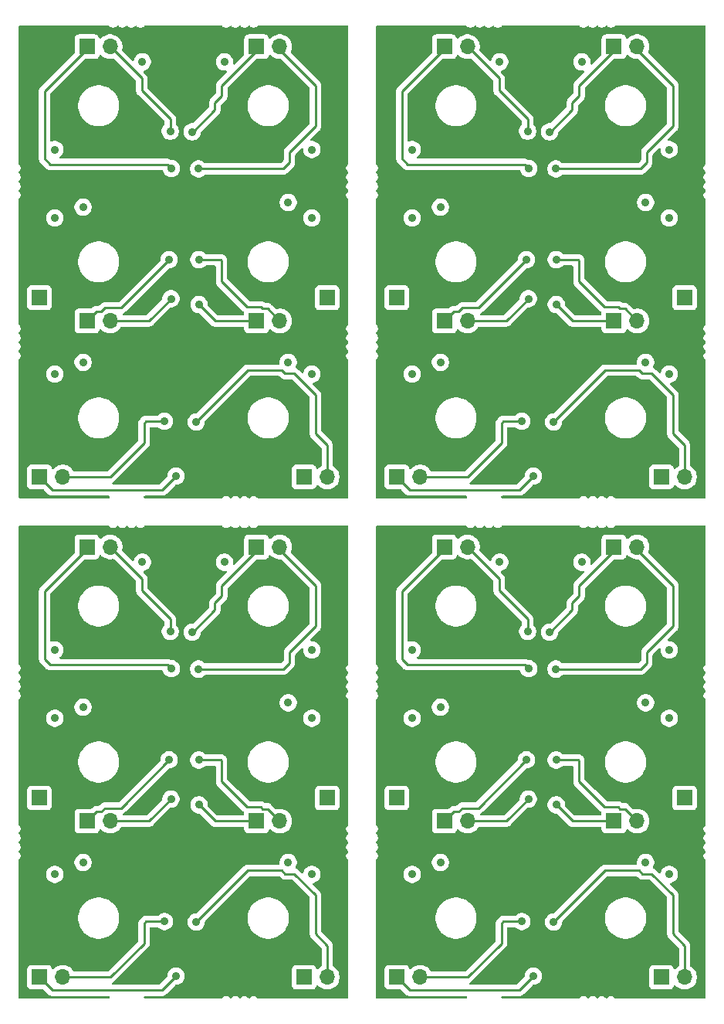
<source format=gbr>
%TF.GenerationSoftware,KiCad,Pcbnew,9.0.1*%
%TF.CreationDate,2025-06-04T09:15:00-05:00*%
%TF.ProjectId,Top_layer_Panel,546f705f-6c61-4796-9572-5f50616e656c,rev?*%
%TF.SameCoordinates,PX5fa74e0PY8cc3280*%
%TF.FileFunction,Copper,L1,Top*%
%TF.FilePolarity,Positive*%
%FSLAX46Y46*%
G04 Gerber Fmt 4.6, Leading zero omitted, Abs format (unit mm)*
G04 Created by KiCad (PCBNEW 9.0.1) date 2025-06-04 09:15:00*
%MOMM*%
%LPD*%
G01*
G04 APERTURE LIST*
%TA.AperFunction,ComponentPad*%
%ADD10C,0.900000*%
%TD*%
%TA.AperFunction,ComponentPad*%
%ADD11R,1.700000X1.700000*%
%TD*%
%TA.AperFunction,ComponentPad*%
%ADD12O,1.700000X1.700000*%
%TD*%
%TA.AperFunction,ViaPad*%
%ADD13C,0.900000*%
%TD*%
%TA.AperFunction,Conductor*%
%ADD14C,0.250000*%
%TD*%
G04 APERTURE END LIST*
D10*
%TO.P,U1,1,A1*%
%TO.N,Board_2-Net-(U1A-A1)*%
X14500000Y48700000D03*
%TO.P,U1,2,A2*%
%TO.N,Board_2-Net-(U1A-A2)*%
X24100000Y58300000D03*
%TO.P,U1,3,B1*%
%TO.N,Board_2-Net-(U1B-B1)*%
X14500000Y41200000D03*
%TO.P,U1,4,B2*%
%TO.N,Board_2-Net-(U1B-B2)*%
X17600000Y42400000D03*
%TO.P,U1,5,C1*%
%TO.N,Board_2-Net-(U1C-C1)*%
X14500000Y24100000D03*
%TO.P,U1,6,C2*%
%TO.N,Board_2-Net-(U1C-C2)*%
X17600000Y25400000D03*
%TO.P,U1,7,D1*%
%TO.N,Board_2-Net-(U1D-D1)*%
X33100000Y58300000D03*
%TO.P,U1,8,D2*%
%TO.N,Board_2-Net-(U1D-D2)*%
X42700000Y48700000D03*
%TO.P,U1,9,E1*%
%TO.N,Board_2-Net-(U1E-E1)*%
X40100000Y42900000D03*
%TO.P,U1,10,E2*%
%TO.N,Board_2-Net-(U1E-E2)*%
X42700000Y41200000D03*
%TO.P,U1,11,F1*%
%TO.N,Board_2-Net-(U1F-F1)*%
X40100000Y25400000D03*
%TO.P,U1,12,F2*%
%TO.N,Board_2-Net-(U1F-F2)*%
X42700000Y24100000D03*
%TD*%
%TO.P,U1,1,A1*%
%TO.N,Board_3-Net-(U1A-A1)*%
X53700000Y48700000D03*
%TO.P,U1,2,A2*%
%TO.N,Board_3-Net-(U1A-A2)*%
X63300000Y58300000D03*
%TO.P,U1,3,B1*%
%TO.N,Board_3-Net-(U1B-B1)*%
X53700000Y41200000D03*
%TO.P,U1,4,B2*%
%TO.N,Board_3-Net-(U1B-B2)*%
X56800000Y42400000D03*
%TO.P,U1,5,C1*%
%TO.N,Board_3-Net-(U1C-C1)*%
X53700000Y24100000D03*
%TO.P,U1,6,C2*%
%TO.N,Board_3-Net-(U1C-C2)*%
X56800000Y25400000D03*
%TO.P,U1,7,D1*%
%TO.N,Board_3-Net-(U1D-D1)*%
X72300000Y58300000D03*
%TO.P,U1,8,D2*%
%TO.N,Board_3-Net-(U1D-D2)*%
X81900000Y48700000D03*
%TO.P,U1,9,E1*%
%TO.N,Board_3-Net-(U1E-E1)*%
X79300000Y42900000D03*
%TO.P,U1,10,E2*%
%TO.N,Board_3-Net-(U1E-E2)*%
X81900000Y41200000D03*
%TO.P,U1,11,F1*%
%TO.N,Board_3-Net-(U1F-F1)*%
X79300000Y25400000D03*
%TO.P,U1,12,F2*%
%TO.N,Board_3-Net-(U1F-F2)*%
X81900000Y24100000D03*
%TD*%
%TO.P,U1,1,A1*%
%TO.N,Board_0-Net-(U1A-A1)*%
X14500000Y103500000D03*
%TO.P,U1,2,A2*%
%TO.N,Board_0-Net-(U1A-A2)*%
X24100000Y113100000D03*
%TO.P,U1,3,B1*%
%TO.N,Board_0-Net-(U1B-B1)*%
X14500000Y96000000D03*
%TO.P,U1,4,B2*%
%TO.N,Board_0-Net-(U1B-B2)*%
X17600000Y97200000D03*
%TO.P,U1,5,C1*%
%TO.N,Board_0-Net-(U1C-C1)*%
X14500000Y78900000D03*
%TO.P,U1,6,C2*%
%TO.N,Board_0-Net-(U1C-C2)*%
X17600000Y80200000D03*
%TO.P,U1,7,D1*%
%TO.N,Board_0-Net-(U1D-D1)*%
X33100000Y113100000D03*
%TO.P,U1,8,D2*%
%TO.N,Board_0-Net-(U1D-D2)*%
X42700000Y103500000D03*
%TO.P,U1,9,E1*%
%TO.N,Board_0-Net-(U1E-E1)*%
X40100000Y97700000D03*
%TO.P,U1,10,E2*%
%TO.N,Board_0-Net-(U1E-E2)*%
X42700000Y96000000D03*
%TO.P,U1,11,F1*%
%TO.N,Board_0-Net-(U1F-F1)*%
X40100000Y80200000D03*
%TO.P,U1,12,F2*%
%TO.N,Board_0-Net-(U1F-F2)*%
X42700000Y78900000D03*
%TD*%
%TO.P,U1,1,A1*%
%TO.N,Board_1-Net-(U1A-A1)*%
X53700000Y103500000D03*
%TO.P,U1,2,A2*%
%TO.N,Board_1-Net-(U1A-A2)*%
X63300000Y113100000D03*
%TO.P,U1,3,B1*%
%TO.N,Board_1-Net-(U1B-B1)*%
X53700000Y96000000D03*
%TO.P,U1,4,B2*%
%TO.N,Board_1-Net-(U1B-B2)*%
X56800000Y97200000D03*
%TO.P,U1,5,C1*%
%TO.N,Board_1-Net-(U1C-C1)*%
X53700000Y78900000D03*
%TO.P,U1,6,C2*%
%TO.N,Board_1-Net-(U1C-C2)*%
X56800000Y80200000D03*
%TO.P,U1,7,D1*%
%TO.N,Board_1-Net-(U1D-D1)*%
X72300000Y113100000D03*
%TO.P,U1,8,D2*%
%TO.N,Board_1-Net-(U1D-D2)*%
X81900000Y103500000D03*
%TO.P,U1,9,E1*%
%TO.N,Board_1-Net-(U1E-E1)*%
X79300000Y97700000D03*
%TO.P,U1,10,E2*%
%TO.N,Board_1-Net-(U1E-E2)*%
X81900000Y96000000D03*
%TO.P,U1,11,F1*%
%TO.N,Board_1-Net-(U1F-F1)*%
X79300000Y80200000D03*
%TO.P,U1,12,F2*%
%TO.N,Board_1-Net-(U1F-F2)*%
X81900000Y78900000D03*
%TD*%
D11*
%TO.P,J8,1,Pin_1*%
%TO.N,Board_3-+7.5V*%
X83570000Y32470000D03*
D12*
%TO.P,J8,2,Pin_2*%
%TO.N,Board_3-GND*%
X83570000Y29930000D03*
%TD*%
D11*
%TO.P,J8,1,Pin_1*%
%TO.N,Board_1-+7.5V*%
X83570000Y87270000D03*
D12*
%TO.P,J8,2,Pin_2*%
%TO.N,Board_1-GND*%
X83570000Y84730000D03*
%TD*%
D11*
%TO.P,J3,1,Pin_1*%
%TO.N,Board_3-F1*%
X81035000Y12830000D03*
D12*
%TO.P,J3,2,Pin_2*%
%TO.N,Board_3-F2*%
X83575000Y12830000D03*
%TD*%
D11*
%TO.P,J7,1,Pin_1*%
%TO.N,Board_1-+3.3V*%
X52020000Y87270000D03*
D12*
%TO.P,J7,2,Pin_2*%
%TO.N,Board_1-GND*%
X52020000Y84730000D03*
%TD*%
D11*
%TO.P,J3,1,Pin_1*%
%TO.N,Board_2-F1*%
X41835000Y12830000D03*
D12*
%TO.P,J3,2,Pin_2*%
%TO.N,Board_2-F2*%
X44375000Y12830000D03*
%TD*%
D11*
%TO.P,J2,1,Pin_1*%
%TO.N,Board_1-A1*%
X57230000Y114770000D03*
D12*
%TO.P,J2,2,Pin_2*%
%TO.N,Board_1-A2*%
X59770000Y114770000D03*
%TD*%
D11*
%TO.P,J6,1,Pin_1*%
%TO.N,Board_0-E1*%
X36630000Y84730000D03*
D12*
%TO.P,J6,2,Pin_2*%
%TO.N,Board_0-E2*%
X39170000Y84730000D03*
%TD*%
D11*
%TO.P,J1,1,Pin_1*%
%TO.N,Board_3-C1*%
X52025000Y12830000D03*
D12*
%TO.P,J1,2,Pin_2*%
%TO.N,Board_3-C2*%
X54565000Y12830000D03*
%TD*%
D11*
%TO.P,J4,1,Pin_1*%
%TO.N,Board_3-D1*%
X75830000Y59970000D03*
D12*
%TO.P,J4,2,Pin_2*%
%TO.N,Board_3-D2*%
X78370000Y59970000D03*
%TD*%
D11*
%TO.P,J6,1,Pin_1*%
%TO.N,Board_1-E1*%
X75830000Y84730000D03*
D12*
%TO.P,J6,2,Pin_2*%
%TO.N,Board_1-E2*%
X78370000Y84730000D03*
%TD*%
D11*
%TO.P,J7,1,Pin_1*%
%TO.N,Board_3-+3.3V*%
X52020000Y32470000D03*
D12*
%TO.P,J7,2,Pin_2*%
%TO.N,Board_3-GND*%
X52020000Y29930000D03*
%TD*%
D11*
%TO.P,J8,1,Pin_1*%
%TO.N,Board_2-+7.5V*%
X44370000Y32470000D03*
D12*
%TO.P,J8,2,Pin_2*%
%TO.N,Board_2-GND*%
X44370000Y29930000D03*
%TD*%
D11*
%TO.P,J1,1,Pin_1*%
%TO.N,Board_2-C1*%
X12825000Y12830000D03*
D12*
%TO.P,J1,2,Pin_2*%
%TO.N,Board_2-C2*%
X15365000Y12830000D03*
%TD*%
D11*
%TO.P,J1,1,Pin_1*%
%TO.N,Board_1-C1*%
X52025000Y67630000D03*
D12*
%TO.P,J1,2,Pin_2*%
%TO.N,Board_1-C2*%
X54565000Y67630000D03*
%TD*%
D11*
%TO.P,J4,1,Pin_1*%
%TO.N,Board_1-D1*%
X75830000Y114770000D03*
D12*
%TO.P,J4,2,Pin_2*%
%TO.N,Board_1-D2*%
X78370000Y114770000D03*
%TD*%
D11*
%TO.P,J2,1,Pin_1*%
%TO.N,Board_2-A1*%
X18030000Y59970000D03*
D12*
%TO.P,J2,2,Pin_2*%
%TO.N,Board_2-A2*%
X20570000Y59970000D03*
%TD*%
D11*
%TO.P,J5,1,Pin_1*%
%TO.N,Board_3-B1*%
X57230000Y29930000D03*
D12*
%TO.P,J5,2,Pin_2*%
%TO.N,Board_3-B2*%
X59770000Y29930000D03*
%TD*%
D11*
%TO.P,J1,1,Pin_1*%
%TO.N,Board_0-C1*%
X12825000Y67630000D03*
D12*
%TO.P,J1,2,Pin_2*%
%TO.N,Board_0-C2*%
X15365000Y67630000D03*
%TD*%
D11*
%TO.P,J2,1,Pin_1*%
%TO.N,Board_3-A1*%
X57230000Y59970000D03*
D12*
%TO.P,J2,2,Pin_2*%
%TO.N,Board_3-A2*%
X59770000Y59970000D03*
%TD*%
D11*
%TO.P,J8,1,Pin_1*%
%TO.N,Board_0-+7.5V*%
X44370000Y87270000D03*
D12*
%TO.P,J8,2,Pin_2*%
%TO.N,Board_0-GND*%
X44370000Y84730000D03*
%TD*%
D11*
%TO.P,J3,1,Pin_1*%
%TO.N,Board_1-F1*%
X81035000Y67630000D03*
D12*
%TO.P,J3,2,Pin_2*%
%TO.N,Board_1-F2*%
X83575000Y67630000D03*
%TD*%
D11*
%TO.P,J4,1,Pin_1*%
%TO.N,Board_2-D1*%
X36630000Y59970000D03*
D12*
%TO.P,J4,2,Pin_2*%
%TO.N,Board_2-D2*%
X39170000Y59970000D03*
%TD*%
D11*
%TO.P,J6,1,Pin_1*%
%TO.N,Board_2-E1*%
X36630000Y29930000D03*
D12*
%TO.P,J6,2,Pin_2*%
%TO.N,Board_2-E2*%
X39170000Y29930000D03*
%TD*%
D11*
%TO.P,J5,1,Pin_1*%
%TO.N,Board_2-B1*%
X18030000Y29930000D03*
D12*
%TO.P,J5,2,Pin_2*%
%TO.N,Board_2-B2*%
X20570000Y29930000D03*
%TD*%
D11*
%TO.P,J4,1,Pin_1*%
%TO.N,Board_0-D1*%
X36630000Y114770000D03*
D12*
%TO.P,J4,2,Pin_2*%
%TO.N,Board_0-D2*%
X39170000Y114770000D03*
%TD*%
D11*
%TO.P,J5,1,Pin_1*%
%TO.N,Board_0-B1*%
X18030000Y84730000D03*
D12*
%TO.P,J5,2,Pin_2*%
%TO.N,Board_0-B2*%
X20570000Y84730000D03*
%TD*%
D11*
%TO.P,J7,1,Pin_1*%
%TO.N,Board_0-+3.3V*%
X12820000Y87270000D03*
D12*
%TO.P,J7,2,Pin_2*%
%TO.N,Board_0-GND*%
X12820000Y84730000D03*
%TD*%
D11*
%TO.P,J6,1,Pin_1*%
%TO.N,Board_3-E1*%
X75830000Y29930000D03*
D12*
%TO.P,J6,2,Pin_2*%
%TO.N,Board_3-E2*%
X78370000Y29930000D03*
%TD*%
D11*
%TO.P,J7,1,Pin_1*%
%TO.N,Board_2-+3.3V*%
X12820000Y32470000D03*
D12*
%TO.P,J7,2,Pin_2*%
%TO.N,Board_2-GND*%
X12820000Y29930000D03*
%TD*%
D11*
%TO.P,J5,1,Pin_1*%
%TO.N,Board_1-B1*%
X57230000Y84730000D03*
D12*
%TO.P,J5,2,Pin_2*%
%TO.N,Board_1-B2*%
X59770000Y84730000D03*
%TD*%
D11*
%TO.P,J3,1,Pin_1*%
%TO.N,Board_0-F1*%
X41835000Y67630000D03*
D12*
%TO.P,J3,2,Pin_2*%
%TO.N,Board_0-F2*%
X44375000Y67630000D03*
%TD*%
D11*
%TO.P,J2,1,Pin_1*%
%TO.N,Board_0-A1*%
X18030000Y114770000D03*
D12*
%TO.P,J2,2,Pin_2*%
%TO.N,Board_0-A2*%
X20570000Y114770000D03*
%TD*%
D13*
%TO.N,Board_0-A1*%
X27280000Y101430000D03*
%TO.N,Board_0-A2*%
X27160000Y105525000D03*
%TO.N,Board_0-B1*%
X27040000Y91440000D03*
%TO.N,Board_0-B2*%
X27240000Y87160000D03*
%TO.N,Board_0-C1*%
X27780000Y67740000D03*
%TO.N,Board_0-C2*%
X26518388Y73732890D03*
%TO.N,Board_0-D1*%
X29580000Y105440000D03*
%TO.N,Board_0-D2*%
X30269449Y101390551D03*
%TO.N,Board_0-E1*%
X30305000Y86515000D03*
%TO.N,Board_0-E2*%
X30290000Y91430000D03*
%TO.N,Board_0-F2*%
X30010000Y73670000D03*
%TO.N,Board_0-GND*%
X19310000Y87200000D03*
X40738000Y76928000D03*
X40738000Y88372000D03*
X28680000Y94560000D03*
X16470000Y88360000D03*
X40738000Y94028000D03*
X22138000Y76928000D03*
X16480000Y94050000D03*
X15800000Y80400000D03*
X35070000Y88360000D03*
X37910000Y95200000D03*
X37220000Y67420000D03*
X11810000Y97190000D03*
X33900000Y91200000D03*
X22138000Y88372000D03*
X15300000Y74100000D03*
X37910000Y104300000D03*
X19300000Y104300000D03*
X19310000Y78100000D03*
X33900000Y74100000D03*
X16460000Y105460000D03*
X22128000Y111128000D03*
X35080000Y94050000D03*
X40738000Y71272000D03*
X16480000Y76950000D03*
X40738000Y111128000D03*
X37910000Y87200000D03*
X15290000Y108300000D03*
X15300000Y91200000D03*
X41900000Y108300000D03*
X33900000Y108300000D03*
X22138000Y71272000D03*
X28860000Y99110000D03*
X27410000Y108700000D03*
X16470000Y111150000D03*
X23290000Y108300000D03*
X35080000Y76950000D03*
X41900000Y74100000D03*
X16470000Y71260000D03*
X41900000Y91200000D03*
X35070000Y105460000D03*
X23300000Y74100000D03*
X19300000Y112300000D03*
X37910000Y78100000D03*
X13670000Y73220000D03*
X37910000Y112300000D03*
X35080000Y111150000D03*
X19310000Y95200000D03*
X40738000Y105472000D03*
X28690000Y82700000D03*
X22128000Y105472000D03*
X22138000Y94028000D03*
X23300000Y91200000D03*
X42690000Y113310000D03*
X35070000Y71260000D03*
X19310000Y70100000D03*
X37910000Y70100000D03*
%TO.N,Board_1-A1*%
X66480000Y101430000D03*
%TO.N,Board_1-A2*%
X66360000Y105525000D03*
%TO.N,Board_1-B1*%
X66240000Y91440000D03*
%TO.N,Board_1-B2*%
X66440000Y87160000D03*
%TO.N,Board_1-C1*%
X66980000Y67740000D03*
%TO.N,Board_1-C2*%
X65718388Y73732890D03*
%TO.N,Board_1-D1*%
X68780000Y105440000D03*
%TO.N,Board_1-D2*%
X69469449Y101390551D03*
%TO.N,Board_1-E1*%
X69505000Y86515000D03*
%TO.N,Board_1-E2*%
X69490000Y91430000D03*
%TO.N,Board_1-F2*%
X69210000Y73670000D03*
%TO.N,Board_1-GND*%
X74270000Y88360000D03*
X61338000Y88372000D03*
X79938000Y88372000D03*
X54500000Y74100000D03*
X58510000Y87200000D03*
X58510000Y70100000D03*
X54500000Y91200000D03*
X54490000Y108300000D03*
X74270000Y71260000D03*
X79938000Y111128000D03*
X77110000Y78100000D03*
X51010000Y97190000D03*
X58510000Y78100000D03*
X67880000Y94560000D03*
X61328000Y105472000D03*
X55670000Y111150000D03*
X81890000Y113310000D03*
X79938000Y71272000D03*
X55660000Y105460000D03*
X58500000Y112300000D03*
X73100000Y108300000D03*
X68060000Y99110000D03*
X81100000Y91200000D03*
X77110000Y95200000D03*
X73100000Y91200000D03*
X61328000Y111128000D03*
X74270000Y105460000D03*
X74280000Y94050000D03*
X61338000Y71272000D03*
X77110000Y87200000D03*
X55670000Y71260000D03*
X58510000Y95200000D03*
X74280000Y111150000D03*
X62490000Y108300000D03*
X79938000Y76928000D03*
X79938000Y94028000D03*
X81100000Y74100000D03*
X74280000Y76950000D03*
X62500000Y91200000D03*
X55000000Y80400000D03*
X67890000Y82700000D03*
X77110000Y70100000D03*
X61338000Y76928000D03*
X55670000Y88360000D03*
X81100000Y108300000D03*
X55680000Y94050000D03*
X66610000Y108700000D03*
X55680000Y76950000D03*
X62500000Y74100000D03*
X77110000Y104300000D03*
X61338000Y94028000D03*
X79938000Y105472000D03*
X76420000Y67420000D03*
X58500000Y104300000D03*
X73100000Y74100000D03*
X77110000Y112300000D03*
X52870000Y73220000D03*
%TO.N,Board_2-A1*%
X27280000Y46630000D03*
%TO.N,Board_2-A2*%
X27160000Y50725000D03*
%TO.N,Board_2-B1*%
X27040000Y36640000D03*
%TO.N,Board_2-B2*%
X27240000Y32360000D03*
%TO.N,Board_2-C1*%
X27780000Y12940000D03*
%TO.N,Board_2-C2*%
X26518388Y18932890D03*
%TO.N,Board_2-D1*%
X29580000Y50640000D03*
%TO.N,Board_2-D2*%
X30269449Y46590551D03*
%TO.N,Board_2-E1*%
X30305000Y31715000D03*
%TO.N,Board_2-E2*%
X30290000Y36630000D03*
%TO.N,Board_2-F2*%
X30010000Y18870000D03*
%TO.N,Board_2-GND*%
X23300000Y19300000D03*
X35080000Y39250000D03*
X42690000Y58510000D03*
X19300000Y49500000D03*
X37910000Y15300000D03*
X16480000Y22150000D03*
X22128000Y56328000D03*
X40738000Y33572000D03*
X15300000Y36400000D03*
X19310000Y15300000D03*
X33900000Y19300000D03*
X19300000Y57500000D03*
X37220000Y12620000D03*
X19310000Y32400000D03*
X28690000Y27900000D03*
X37910000Y40400000D03*
X33900000Y53500000D03*
X35080000Y56350000D03*
X23290000Y53500000D03*
X15290000Y53500000D03*
X41900000Y36400000D03*
X33900000Y36400000D03*
X28680000Y39760000D03*
X37910000Y57500000D03*
X40738000Y16472000D03*
X35070000Y16460000D03*
X13670000Y18420000D03*
X28860000Y44310000D03*
X41900000Y53500000D03*
X22128000Y50672000D03*
X15300000Y19300000D03*
X22138000Y33572000D03*
X16470000Y56350000D03*
X35070000Y33560000D03*
X11810000Y42390000D03*
X16470000Y33560000D03*
X40738000Y50672000D03*
X37910000Y32400000D03*
X37910000Y49500000D03*
X16480000Y39250000D03*
X22138000Y22128000D03*
X19310000Y23300000D03*
X15800000Y25600000D03*
X40738000Y22128000D03*
X23300000Y36400000D03*
X35080000Y22150000D03*
X22138000Y39228000D03*
X37910000Y23300000D03*
X27410000Y53900000D03*
X40738000Y56328000D03*
X19310000Y40400000D03*
X16470000Y16460000D03*
X16460000Y50660000D03*
X35070000Y50660000D03*
X40738000Y39228000D03*
X41900000Y19300000D03*
X22138000Y16472000D03*
%TO.N,Board_3-A1*%
X66480000Y46630000D03*
%TO.N,Board_3-A2*%
X66360000Y50725000D03*
%TO.N,Board_3-B1*%
X66240000Y36640000D03*
%TO.N,Board_3-B2*%
X66440000Y32360000D03*
%TO.N,Board_3-C1*%
X66980000Y12940000D03*
%TO.N,Board_3-C2*%
X65718388Y18932890D03*
%TO.N,Board_3-D1*%
X68780000Y50640000D03*
%TO.N,Board_3-D2*%
X69469449Y46590551D03*
%TO.N,Board_3-E1*%
X69505000Y31715000D03*
%TO.N,Board_3-E2*%
X69490000Y36630000D03*
%TO.N,Board_3-F2*%
X69210000Y18870000D03*
%TO.N,Board_3-GND*%
X74270000Y16460000D03*
X61338000Y39228000D03*
X73100000Y53500000D03*
X81100000Y19300000D03*
X61338000Y33572000D03*
X61328000Y50672000D03*
X55660000Y50660000D03*
X61338000Y22128000D03*
X52870000Y18420000D03*
X79938000Y56328000D03*
X55670000Y33560000D03*
X58510000Y15300000D03*
X74270000Y50660000D03*
X74280000Y39250000D03*
X61328000Y56328000D03*
X61338000Y16472000D03*
X81100000Y53500000D03*
X62490000Y53500000D03*
X81100000Y36400000D03*
X74270000Y33560000D03*
X79938000Y16472000D03*
X74280000Y56350000D03*
X62500000Y36400000D03*
X67880000Y39760000D03*
X58500000Y57500000D03*
X79938000Y22128000D03*
X58510000Y32400000D03*
X77110000Y15300000D03*
X67890000Y27900000D03*
X79938000Y50672000D03*
X77110000Y49500000D03*
X55670000Y56350000D03*
X81890000Y58510000D03*
X58500000Y49500000D03*
X55000000Y25600000D03*
X77110000Y57500000D03*
X54490000Y53500000D03*
X73100000Y36400000D03*
X62500000Y19300000D03*
X79938000Y33572000D03*
X54500000Y36400000D03*
X58510000Y23300000D03*
X54500000Y19300000D03*
X79938000Y39228000D03*
X77110000Y32400000D03*
X55680000Y22150000D03*
X77110000Y23300000D03*
X51010000Y42390000D03*
X68060000Y44310000D03*
X76420000Y12620000D03*
X58510000Y40400000D03*
X66610000Y53900000D03*
X77110000Y40400000D03*
X74280000Y22150000D03*
X73100000Y19300000D03*
X55670000Y16460000D03*
X55680000Y39250000D03*
%TD*%
D14*
%TO.N,Board_0-A1*%
X13990000Y101880000D02*
X13374999Y102495001D01*
X13374999Y102495001D02*
X13374999Y109924999D01*
X27280000Y101430000D02*
X26830000Y101880000D01*
X26830000Y101880000D02*
X13990000Y101880000D01*
X13374999Y109924999D02*
X18030000Y114580000D01*
X18030000Y114580000D02*
X18030000Y114770000D01*
%TO.N,Board_0-A2*%
X27160000Y106860000D02*
X24030000Y109990000D01*
X27160000Y105525000D02*
X27160000Y106860000D01*
X24030000Y111310000D02*
X20570000Y114770000D01*
X24030000Y109990000D02*
X24030000Y111310000D01*
%TO.N,Board_0-B1*%
X21755001Y86155001D02*
X27040000Y91440000D01*
X19060000Y85760000D02*
X19584744Y85760000D01*
X18030000Y84730000D02*
X19060000Y85760000D01*
X19979745Y86155001D02*
X21755001Y86155001D01*
X19584744Y85760000D02*
X19979745Y86155001D01*
%TO.N,Board_0-B2*%
X20570000Y84730000D02*
X24810000Y84730000D01*
X24810000Y84730000D02*
X27240000Y87160000D01*
%TO.N,Board_0-C1*%
X14250001Y66204999D02*
X12825000Y67630000D01*
X26244999Y66204999D02*
X14250001Y66204999D01*
X27780000Y67740000D02*
X26244999Y66204999D01*
%TO.N,Board_0-C2*%
X24280000Y71340000D02*
X20570000Y67630000D01*
X24280000Y73530000D02*
X24482890Y73732890D01*
X24280000Y71340000D02*
X24280000Y73530000D01*
X20570000Y67630000D02*
X15365000Y67630000D01*
X24482890Y73732890D02*
X26518388Y73732890D01*
%TO.N,Board_0-D1*%
X36630000Y114770000D02*
X36630000Y114100000D01*
X29580000Y105440000D02*
X29620000Y105440000D01*
X32040000Y107860000D02*
X32040000Y108620000D01*
X32800000Y109380000D02*
X32800000Y110510000D01*
X29620000Y105440000D02*
X32040000Y107860000D01*
X36630000Y114340000D02*
X36630000Y114770000D01*
X32800000Y110510000D02*
X36630000Y114340000D01*
X32040000Y108620000D02*
X32800000Y109380000D01*
%TO.N,Board_0-D2*%
X39170000Y114770000D02*
X39170000Y114460000D01*
X40230000Y103220000D02*
X40230000Y102080000D01*
X43100000Y110530000D02*
X43100000Y106090000D01*
X39540551Y101390551D02*
X30269449Y101390551D01*
X40230000Y102080000D02*
X39540551Y101390551D01*
X39170000Y114460000D02*
X43100000Y110530000D01*
X43100000Y106090000D02*
X40230000Y103220000D01*
%TO.N,Board_0-E1*%
X32090000Y84730000D02*
X36630000Y84730000D01*
X30305000Y86515000D02*
X32090000Y84730000D01*
%TO.N,Board_0-E2*%
X32775000Y91370000D02*
X32715000Y91430000D01*
X32775000Y89064009D02*
X32775000Y91370000D01*
X35569009Y86270000D02*
X32775000Y89064009D01*
X32715000Y91430000D02*
X30290000Y91430000D01*
X39170000Y84730000D02*
X37825000Y86075000D01*
X37105256Y86270000D02*
X35569009Y86270000D01*
X37300256Y86075000D02*
X37105256Y86270000D01*
X37825000Y86075000D02*
X37300256Y86075000D01*
%TO.N,Board_0-F2*%
X43090000Y76630000D02*
X43090000Y72380000D01*
X35640000Y79330000D02*
X39379008Y79330000D01*
X40760000Y78960000D02*
X43090000Y76630000D01*
X30010000Y73700000D02*
X35640000Y79330000D01*
X44375000Y71095000D02*
X44375000Y67630000D01*
X39749008Y78960000D02*
X40760000Y78960000D01*
X30010000Y73670000D02*
X30010000Y73700000D01*
X43090000Y72380000D02*
X44375000Y71095000D01*
X39379008Y79330000D02*
X39749008Y78960000D01*
%TO.N,Board_1-A1*%
X66480000Y101430000D02*
X66030000Y101880000D01*
X53190000Y101880000D02*
X52574999Y102495001D01*
X52574999Y102495001D02*
X52574999Y109924999D01*
X52574999Y109924999D02*
X57230000Y114580000D01*
X66030000Y101880000D02*
X53190000Y101880000D01*
X57230000Y114580000D02*
X57230000Y114770000D01*
%TO.N,Board_1-A2*%
X63230000Y111310000D02*
X59770000Y114770000D01*
X63230000Y109990000D02*
X63230000Y111310000D01*
X66360000Y106860000D02*
X63230000Y109990000D01*
X66360000Y105525000D02*
X66360000Y106860000D01*
%TO.N,Board_1-B1*%
X57230000Y84730000D02*
X58260000Y85760000D01*
X58784744Y85760000D02*
X59179745Y86155001D01*
X58260000Y85760000D02*
X58784744Y85760000D01*
X60955001Y86155001D02*
X66240000Y91440000D01*
X59179745Y86155001D02*
X60955001Y86155001D01*
%TO.N,Board_1-B2*%
X64010000Y84730000D02*
X66440000Y87160000D01*
X59770000Y84730000D02*
X64010000Y84730000D01*
%TO.N,Board_1-C1*%
X65444999Y66204999D02*
X53450001Y66204999D01*
X66980000Y67740000D02*
X65444999Y66204999D01*
X53450001Y66204999D02*
X52025000Y67630000D01*
%TO.N,Board_1-C2*%
X59770000Y67630000D02*
X54565000Y67630000D01*
X63682890Y73732890D02*
X65718388Y73732890D01*
X63480000Y71340000D02*
X63480000Y73530000D01*
X63480000Y71340000D02*
X59770000Y67630000D01*
X63480000Y73530000D02*
X63682890Y73732890D01*
%TO.N,Board_1-D1*%
X71240000Y107860000D02*
X71240000Y108620000D01*
X71240000Y108620000D02*
X72000000Y109380000D01*
X72000000Y110510000D02*
X75830000Y114340000D01*
X75830000Y114770000D02*
X75830000Y114100000D01*
X68780000Y105440000D02*
X68820000Y105440000D01*
X75830000Y114340000D02*
X75830000Y114770000D01*
X72000000Y109380000D02*
X72000000Y110510000D01*
X68820000Y105440000D02*
X71240000Y107860000D01*
%TO.N,Board_1-D2*%
X78740551Y101390551D02*
X69469449Y101390551D01*
X78370000Y114460000D02*
X82300000Y110530000D01*
X82300000Y106090000D02*
X79430000Y103220000D01*
X79430000Y103220000D02*
X79430000Y102080000D01*
X79430000Y102080000D02*
X78740551Y101390551D01*
X78370000Y114770000D02*
X78370000Y114460000D01*
X82300000Y110530000D02*
X82300000Y106090000D01*
%TO.N,Board_1-E1*%
X71290000Y84730000D02*
X75830000Y84730000D01*
X69505000Y86515000D02*
X71290000Y84730000D01*
%TO.N,Board_1-E2*%
X71915000Y91430000D02*
X69490000Y91430000D01*
X71975000Y91370000D02*
X71915000Y91430000D01*
X71975000Y89064009D02*
X71975000Y91370000D01*
X77025000Y86075000D02*
X76500256Y86075000D01*
X78370000Y84730000D02*
X77025000Y86075000D01*
X76500256Y86075000D02*
X76305256Y86270000D01*
X74769009Y86270000D02*
X71975000Y89064009D01*
X76305256Y86270000D02*
X74769009Y86270000D01*
%TO.N,Board_1-F2*%
X82290000Y72380000D02*
X83575000Y71095000D01*
X69210000Y73700000D02*
X74840000Y79330000D01*
X69210000Y73670000D02*
X69210000Y73700000D01*
X74840000Y79330000D02*
X78579008Y79330000D01*
X78579008Y79330000D02*
X78949008Y78960000D01*
X78949008Y78960000D02*
X79960000Y78960000D01*
X79960000Y78960000D02*
X82290000Y76630000D01*
X83575000Y71095000D02*
X83575000Y67630000D01*
X82290000Y76630000D02*
X82290000Y72380000D01*
%TO.N,Board_2-A1*%
X13374999Y47695001D02*
X13374999Y55124999D01*
X13374999Y55124999D02*
X18030000Y59780000D01*
X27280000Y46630000D02*
X26830000Y47080000D01*
X13990000Y47080000D02*
X13374999Y47695001D01*
X26830000Y47080000D02*
X13990000Y47080000D01*
X18030000Y59780000D02*
X18030000Y59970000D01*
%TO.N,Board_2-A2*%
X27160000Y50725000D02*
X27160000Y52060000D01*
X24030000Y56510000D02*
X20570000Y59970000D01*
X24030000Y55190000D02*
X24030000Y56510000D01*
X27160000Y52060000D02*
X24030000Y55190000D01*
%TO.N,Board_2-B1*%
X19060000Y30960000D02*
X19584744Y30960000D01*
X19584744Y30960000D02*
X19979745Y31355001D01*
X18030000Y29930000D02*
X19060000Y30960000D01*
X21755001Y31355001D02*
X27040000Y36640000D01*
X19979745Y31355001D02*
X21755001Y31355001D01*
%TO.N,Board_2-B2*%
X20570000Y29930000D02*
X24810000Y29930000D01*
X24810000Y29930000D02*
X27240000Y32360000D01*
%TO.N,Board_2-C1*%
X26244999Y11404999D02*
X14250001Y11404999D01*
X14250001Y11404999D02*
X12825000Y12830000D01*
X27780000Y12940000D02*
X26244999Y11404999D01*
%TO.N,Board_2-C2*%
X24280000Y16540000D02*
X24280000Y18730000D01*
X24280000Y18730000D02*
X24482890Y18932890D01*
X20570000Y12830000D02*
X15365000Y12830000D01*
X24482890Y18932890D02*
X26518388Y18932890D01*
X24280000Y16540000D02*
X20570000Y12830000D01*
%TO.N,Board_2-D1*%
X32040000Y53820000D02*
X32800000Y54580000D01*
X29580000Y50640000D02*
X29620000Y50640000D01*
X36630000Y59970000D02*
X36630000Y59300000D01*
X36630000Y59540000D02*
X36630000Y59970000D01*
X32040000Y53060000D02*
X32040000Y53820000D01*
X32800000Y54580000D02*
X32800000Y55710000D01*
X29620000Y50640000D02*
X32040000Y53060000D01*
X32800000Y55710000D02*
X36630000Y59540000D01*
%TO.N,Board_2-D2*%
X40230000Y48420000D02*
X40230000Y47280000D01*
X43100000Y51290000D02*
X40230000Y48420000D01*
X40230000Y47280000D02*
X39540551Y46590551D01*
X39170000Y59660000D02*
X43100000Y55730000D01*
X39540551Y46590551D02*
X30269449Y46590551D01*
X39170000Y59970000D02*
X39170000Y59660000D01*
X43100000Y55730000D02*
X43100000Y51290000D01*
%TO.N,Board_2-E1*%
X30305000Y31715000D02*
X32090000Y29930000D01*
X32090000Y29930000D02*
X36630000Y29930000D01*
%TO.N,Board_2-E2*%
X39170000Y29930000D02*
X37825000Y31275000D01*
X32775000Y34264009D02*
X32775000Y36570000D01*
X37825000Y31275000D02*
X37300256Y31275000D01*
X32775000Y36570000D02*
X32715000Y36630000D01*
X32715000Y36630000D02*
X30290000Y36630000D01*
X35569009Y31470000D02*
X32775000Y34264009D01*
X37105256Y31470000D02*
X35569009Y31470000D01*
X37300256Y31275000D02*
X37105256Y31470000D01*
%TO.N,Board_2-F2*%
X43090000Y17580000D02*
X44375000Y16295000D01*
X30010000Y18870000D02*
X30010000Y18900000D01*
X40760000Y24160000D02*
X43090000Y21830000D01*
X35640000Y24530000D02*
X39379008Y24530000D01*
X30010000Y18900000D02*
X35640000Y24530000D01*
X39379008Y24530000D02*
X39749008Y24160000D01*
X39749008Y24160000D02*
X40760000Y24160000D01*
X43090000Y21830000D02*
X43090000Y17580000D01*
X44375000Y16295000D02*
X44375000Y12830000D01*
%TO.N,Board_3-A1*%
X52574999Y55124999D02*
X57230000Y59780000D01*
X57230000Y59780000D02*
X57230000Y59970000D01*
X66030000Y47080000D02*
X53190000Y47080000D01*
X52574999Y47695001D02*
X52574999Y55124999D01*
X66480000Y46630000D02*
X66030000Y47080000D01*
X53190000Y47080000D02*
X52574999Y47695001D01*
%TO.N,Board_3-A2*%
X66360000Y52060000D02*
X63230000Y55190000D01*
X63230000Y56510000D02*
X59770000Y59970000D01*
X63230000Y55190000D02*
X63230000Y56510000D01*
X66360000Y50725000D02*
X66360000Y52060000D01*
%TO.N,Board_3-B1*%
X59179745Y31355001D02*
X60955001Y31355001D01*
X58784744Y30960000D02*
X59179745Y31355001D01*
X60955001Y31355001D02*
X66240000Y36640000D01*
X57230000Y29930000D02*
X58260000Y30960000D01*
X58260000Y30960000D02*
X58784744Y30960000D01*
%TO.N,Board_3-B2*%
X59770000Y29930000D02*
X64010000Y29930000D01*
X64010000Y29930000D02*
X66440000Y32360000D01*
%TO.N,Board_3-C1*%
X65444999Y11404999D02*
X53450001Y11404999D01*
X66980000Y12940000D02*
X65444999Y11404999D01*
X53450001Y11404999D02*
X52025000Y12830000D01*
%TO.N,Board_3-C2*%
X63682890Y18932890D02*
X65718388Y18932890D01*
X59770000Y12830000D02*
X54565000Y12830000D01*
X63480000Y16540000D02*
X59770000Y12830000D01*
X63480000Y16540000D02*
X63480000Y18730000D01*
X63480000Y18730000D02*
X63682890Y18932890D01*
%TO.N,Board_3-D1*%
X68780000Y50640000D02*
X68820000Y50640000D01*
X71240000Y53820000D02*
X72000000Y54580000D01*
X75830000Y59970000D02*
X75830000Y59300000D01*
X68820000Y50640000D02*
X71240000Y53060000D01*
X72000000Y55710000D02*
X75830000Y59540000D01*
X72000000Y54580000D02*
X72000000Y55710000D01*
X71240000Y53060000D02*
X71240000Y53820000D01*
X75830000Y59540000D02*
X75830000Y59970000D01*
%TO.N,Board_3-D2*%
X78740551Y46590551D02*
X69469449Y46590551D01*
X79430000Y47280000D02*
X78740551Y46590551D01*
X82300000Y55730000D02*
X82300000Y51290000D01*
X78370000Y59970000D02*
X78370000Y59660000D01*
X78370000Y59660000D02*
X82300000Y55730000D01*
X79430000Y48420000D02*
X79430000Y47280000D01*
X82300000Y51290000D02*
X79430000Y48420000D01*
%TO.N,Board_3-E1*%
X71290000Y29930000D02*
X75830000Y29930000D01*
X69505000Y31715000D02*
X71290000Y29930000D01*
%TO.N,Board_3-E2*%
X76500256Y31275000D02*
X76305256Y31470000D01*
X77025000Y31275000D02*
X76500256Y31275000D01*
X78370000Y29930000D02*
X77025000Y31275000D01*
X71915000Y36630000D02*
X69490000Y36630000D01*
X76305256Y31470000D02*
X74769009Y31470000D01*
X74769009Y31470000D02*
X71975000Y34264009D01*
X71975000Y36570000D02*
X71915000Y36630000D01*
X71975000Y34264009D02*
X71975000Y36570000D01*
%TO.N,Board_3-F2*%
X74840000Y24530000D02*
X78579008Y24530000D01*
X69210000Y18900000D02*
X74840000Y24530000D01*
X78949008Y24160000D02*
X79960000Y24160000D01*
X78579008Y24530000D02*
X78949008Y24160000D01*
X82290000Y17580000D02*
X83575000Y16295000D01*
X82290000Y21830000D02*
X82290000Y17580000D01*
X83575000Y16295000D02*
X83575000Y12830000D01*
X79960000Y24160000D02*
X82290000Y21830000D01*
X69210000Y18870000D02*
X69210000Y18900000D01*
%TD*%
%TA.AperFunction,Conductor*%
%TO.N,Board_1-GND*%
G36*
X59662073Y117079498D02*
G01*
X59692428Y117047670D01*
X59694473Y117049238D01*
X59699505Y117042680D01*
X59792679Y116949506D01*
X59792684Y116949502D01*
X59792686Y116949500D01*
X59906814Y116883608D01*
X60034108Y116849500D01*
X60034110Y116849500D01*
X60165890Y116849500D01*
X60165892Y116849500D01*
X60293186Y116883608D01*
X60407314Y116949500D01*
X60431314Y116973500D01*
X60506340Y117048525D01*
X60507404Y117047461D01*
X60557368Y117083949D01*
X60628239Y117088175D01*
X60690144Y117053415D01*
X60699058Y117043127D01*
X60792679Y116949506D01*
X60792684Y116949502D01*
X60792686Y116949500D01*
X60906814Y116883608D01*
X61034108Y116849500D01*
X61034110Y116849500D01*
X61165890Y116849500D01*
X61165892Y116849500D01*
X61293186Y116883608D01*
X61407314Y116949500D01*
X61431314Y116973500D01*
X61506340Y117048525D01*
X61507404Y117047461D01*
X61557368Y117083949D01*
X61628239Y117088175D01*
X61690144Y117053415D01*
X61699058Y117043127D01*
X61792679Y116949506D01*
X61792684Y116949502D01*
X61792686Y116949500D01*
X61906814Y116883608D01*
X62034108Y116849500D01*
X62034110Y116849500D01*
X62165890Y116849500D01*
X62165892Y116849500D01*
X62293186Y116883608D01*
X62407314Y116949500D01*
X62431314Y116973500D01*
X62506340Y117048525D01*
X62507404Y117047461D01*
X62557368Y117083949D01*
X62628239Y117088175D01*
X62690144Y117053415D01*
X62699058Y117043127D01*
X62792679Y116949506D01*
X62792684Y116949502D01*
X62792686Y116949500D01*
X62906814Y116883608D01*
X63034108Y116849500D01*
X63034110Y116849500D01*
X63165890Y116849500D01*
X63165892Y116849500D01*
X63293186Y116883608D01*
X63407314Y116949500D01*
X63500500Y117042686D01*
X63500504Y117042694D01*
X63505527Y117049238D01*
X63508161Y117047217D01*
X63548336Y117085506D01*
X63606048Y117099500D01*
X71993952Y117099500D01*
X72062073Y117079498D01*
X72092428Y117047670D01*
X72094473Y117049238D01*
X72099505Y117042680D01*
X72192679Y116949506D01*
X72192684Y116949502D01*
X72192686Y116949500D01*
X72306814Y116883608D01*
X72434108Y116849500D01*
X72434110Y116849500D01*
X72565890Y116849500D01*
X72565892Y116849500D01*
X72693186Y116883608D01*
X72807314Y116949500D01*
X72831314Y116973500D01*
X72906340Y117048525D01*
X72907404Y117047461D01*
X72957368Y117083949D01*
X73028239Y117088175D01*
X73090144Y117053415D01*
X73099058Y117043127D01*
X73192679Y116949506D01*
X73192684Y116949502D01*
X73192686Y116949500D01*
X73306814Y116883608D01*
X73434108Y116849500D01*
X73434110Y116849500D01*
X73565890Y116849500D01*
X73565892Y116849500D01*
X73693186Y116883608D01*
X73807314Y116949500D01*
X73831314Y116973500D01*
X73906340Y117048525D01*
X73907404Y117047461D01*
X73957368Y117083949D01*
X74028239Y117088175D01*
X74090144Y117053415D01*
X74099058Y117043127D01*
X74192679Y116949506D01*
X74192684Y116949502D01*
X74192686Y116949500D01*
X74306814Y116883608D01*
X74434108Y116849500D01*
X74434110Y116849500D01*
X74565890Y116849500D01*
X74565892Y116849500D01*
X74693186Y116883608D01*
X74807314Y116949500D01*
X74831314Y116973500D01*
X74906340Y117048525D01*
X74907404Y117047461D01*
X74957368Y117083949D01*
X75028239Y117088175D01*
X75090144Y117053415D01*
X75099058Y117043127D01*
X75192679Y116949506D01*
X75192684Y116949502D01*
X75192686Y116949500D01*
X75306814Y116883608D01*
X75434108Y116849500D01*
X75434110Y116849500D01*
X75565890Y116849500D01*
X75565892Y116849500D01*
X75693186Y116883608D01*
X75807314Y116949500D01*
X75900500Y117042686D01*
X75900504Y117042694D01*
X75905527Y117049238D01*
X75908161Y117047217D01*
X75948336Y117085506D01*
X76006048Y117099500D01*
X85773500Y117099500D01*
X85841621Y117079498D01*
X85888114Y117025842D01*
X85899500Y116973500D01*
X85899500Y102006048D01*
X85879498Y101937927D01*
X85847669Y101907572D01*
X85849238Y101905527D01*
X85842679Y101900495D01*
X85749505Y101807321D01*
X85749497Y101807311D01*
X85683610Y101693191D01*
X85683607Y101693184D01*
X85676806Y101667802D01*
X85649500Y101565892D01*
X85649500Y101434108D01*
X85669087Y101361007D01*
X85683607Y101306817D01*
X85683610Y101306810D01*
X85749497Y101192690D01*
X85749505Y101192680D01*
X85848525Y101093660D01*
X85847461Y101092597D01*
X85883951Y101042622D01*
X85888172Y100971751D01*
X85853406Y100909849D01*
X85843126Y100900942D01*
X85749505Y100807321D01*
X85749497Y100807311D01*
X85683610Y100693191D01*
X85683607Y100693184D01*
X85661983Y100612483D01*
X85649500Y100565892D01*
X85649500Y100434108D01*
X85674467Y100340927D01*
X85683607Y100306817D01*
X85683610Y100306810D01*
X85749497Y100192690D01*
X85749505Y100192680D01*
X85848525Y100093660D01*
X85847461Y100092597D01*
X85883951Y100042622D01*
X85888172Y99971751D01*
X85853406Y99909849D01*
X85843126Y99900942D01*
X85749505Y99807321D01*
X85749497Y99807311D01*
X85683610Y99693191D01*
X85683608Y99693186D01*
X85649500Y99565892D01*
X85649500Y99434108D01*
X85674467Y99340927D01*
X85683607Y99306817D01*
X85683610Y99306810D01*
X85749497Y99192690D01*
X85749505Y99192680D01*
X85848525Y99093660D01*
X85847461Y99092597D01*
X85883951Y99042622D01*
X85888172Y98971751D01*
X85853406Y98909849D01*
X85843126Y98900942D01*
X85749505Y98807321D01*
X85749497Y98807311D01*
X85683610Y98693191D01*
X85683608Y98693186D01*
X85649500Y98565892D01*
X85649500Y98434108D01*
X85674467Y98340927D01*
X85683607Y98306817D01*
X85683610Y98306810D01*
X85749497Y98192690D01*
X85749505Y98192680D01*
X85842678Y98099507D01*
X85842682Y98099504D01*
X85842686Y98099500D01*
X85842690Y98099498D01*
X85849235Y98094476D01*
X85847209Y98091837D01*
X85885487Y98051702D01*
X85899500Y97993953D01*
X85899500Y84406048D01*
X85879498Y84337927D01*
X85847669Y84307572D01*
X85849238Y84305527D01*
X85842679Y84300495D01*
X85749505Y84207321D01*
X85749497Y84207311D01*
X85683610Y84093191D01*
X85683608Y84093186D01*
X85649500Y83965892D01*
X85649500Y83834108D01*
X85652476Y83823002D01*
X85683607Y83706817D01*
X85683610Y83706810D01*
X85749497Y83592690D01*
X85749505Y83592680D01*
X85848525Y83493660D01*
X85847461Y83492597D01*
X85883951Y83442622D01*
X85888172Y83371751D01*
X85853406Y83309849D01*
X85843126Y83300942D01*
X85749505Y83207321D01*
X85749497Y83207311D01*
X85683610Y83093191D01*
X85683608Y83093186D01*
X85649500Y82965892D01*
X85649500Y82834108D01*
X85674467Y82740927D01*
X85683607Y82706817D01*
X85683610Y82706810D01*
X85749497Y82592690D01*
X85749505Y82592680D01*
X85848525Y82493660D01*
X85847461Y82492597D01*
X85883951Y82442622D01*
X85888172Y82371751D01*
X85853406Y82309849D01*
X85843126Y82300942D01*
X85749505Y82207321D01*
X85749497Y82207311D01*
X85683610Y82093191D01*
X85683608Y82093186D01*
X85649500Y81965892D01*
X85649500Y81834108D01*
X85674467Y81740927D01*
X85683607Y81706817D01*
X85683610Y81706810D01*
X85749497Y81592690D01*
X85749505Y81592680D01*
X85848525Y81493660D01*
X85847461Y81492597D01*
X85883951Y81442622D01*
X85888172Y81371751D01*
X85853406Y81309849D01*
X85843126Y81300942D01*
X85749505Y81207321D01*
X85749497Y81207311D01*
X85683610Y81093191D01*
X85683608Y81093186D01*
X85649500Y80965892D01*
X85649500Y80834108D01*
X85674467Y80740927D01*
X85683607Y80706817D01*
X85683610Y80706810D01*
X85749497Y80592690D01*
X85749505Y80592680D01*
X85842678Y80499507D01*
X85842682Y80499504D01*
X85842686Y80499500D01*
X85842690Y80499498D01*
X85849235Y80494476D01*
X85847209Y80491837D01*
X85885487Y80451702D01*
X85899500Y80393953D01*
X85899500Y65426500D01*
X85879498Y65358379D01*
X85825842Y65311886D01*
X85773500Y65300500D01*
X76006048Y65300500D01*
X75937927Y65320502D01*
X75907571Y65352331D01*
X75905527Y65350762D01*
X75900501Y65357311D01*
X75900500Y65357314D01*
X75900497Y65357317D01*
X75900494Y65357321D01*
X75807320Y65450495D01*
X75807310Y65450503D01*
X75693190Y65516390D01*
X75693187Y65516391D01*
X75693186Y65516392D01*
X75693184Y65516393D01*
X75693183Y65516393D01*
X75659073Y65525533D01*
X75565892Y65550500D01*
X75434108Y65550500D01*
X75378929Y65535715D01*
X75306816Y65516393D01*
X75306809Y65516390D01*
X75192689Y65450503D01*
X75192679Y65450495D01*
X75093660Y65351475D01*
X75092596Y65352539D01*
X75042622Y65316049D01*
X74971751Y65311828D01*
X74909849Y65346594D01*
X74900941Y65356874D01*
X74807320Y65450495D01*
X74807310Y65450503D01*
X74693190Y65516390D01*
X74693187Y65516391D01*
X74693186Y65516392D01*
X74693184Y65516393D01*
X74693183Y65516393D01*
X74659073Y65525533D01*
X74565892Y65550500D01*
X74434108Y65550500D01*
X74378929Y65535715D01*
X74306816Y65516393D01*
X74306809Y65516390D01*
X74192689Y65450503D01*
X74192679Y65450495D01*
X74093660Y65351475D01*
X74092596Y65352539D01*
X74042622Y65316049D01*
X73971751Y65311828D01*
X73909849Y65346594D01*
X73900941Y65356874D01*
X73807320Y65450495D01*
X73807310Y65450503D01*
X73693190Y65516390D01*
X73693187Y65516391D01*
X73693186Y65516392D01*
X73693184Y65516393D01*
X73693183Y65516393D01*
X73659073Y65525533D01*
X73565892Y65550500D01*
X73434108Y65550500D01*
X73378929Y65535715D01*
X73306816Y65516393D01*
X73306809Y65516390D01*
X73192689Y65450503D01*
X73192679Y65450495D01*
X73093660Y65351475D01*
X73092596Y65352539D01*
X73042622Y65316049D01*
X72971751Y65311828D01*
X72909849Y65346594D01*
X72900941Y65356874D01*
X72807320Y65450495D01*
X72807310Y65450503D01*
X72693190Y65516390D01*
X72693187Y65516391D01*
X72693186Y65516392D01*
X72693184Y65516393D01*
X72693183Y65516393D01*
X72659073Y65525533D01*
X72565892Y65550500D01*
X72434108Y65550500D01*
X72378929Y65535715D01*
X72306816Y65516393D01*
X72306809Y65516390D01*
X72192689Y65450503D01*
X72192679Y65450495D01*
X72099505Y65357321D01*
X72094473Y65350762D01*
X72091838Y65352784D01*
X72051664Y65314494D01*
X71993952Y65300500D01*
X63606048Y65300500D01*
X63537927Y65320502D01*
X63511080Y65343692D01*
X63503043Y65352909D01*
X63500500Y65357314D01*
X63490364Y65367450D01*
X63487538Y65370691D01*
X63474417Y65399188D01*
X63459385Y65426716D01*
X63459701Y65431148D01*
X63457845Y65435180D01*
X63462211Y65466238D01*
X63464450Y65497531D01*
X63467111Y65501087D01*
X63467730Y65505485D01*
X63488201Y65529260D01*
X63506997Y65554367D01*
X63511157Y65555919D01*
X63514056Y65559285D01*
X63544125Y65568216D01*
X63573517Y65579178D01*
X63582065Y65579484D01*
X63582115Y65579498D01*
X63582154Y65579487D01*
X63582506Y65579499D01*
X65506601Y65579499D01*
X65506606Y65579499D01*
X65567028Y65591518D01*
X65627451Y65603536D01*
X65660791Y65617347D01*
X65741285Y65650687D01*
X65792508Y65684915D01*
X65843732Y65719141D01*
X65930857Y65806266D01*
X65938026Y65813435D01*
X65938036Y65813448D01*
X66877187Y66752598D01*
X66939497Y66786621D01*
X66966280Y66789500D01*
X67073615Y66789500D01*
X67073616Y66789500D01*
X67257251Y66826027D01*
X67430231Y66897678D01*
X67585908Y67001698D01*
X67718302Y67134092D01*
X67822322Y67289769D01*
X67893973Y67462749D01*
X67930500Y67646384D01*
X67930500Y67833616D01*
X67893973Y68017251D01*
X67822322Y68190231D01*
X67718302Y68345908D01*
X67585908Y68478302D01*
X67430231Y68582322D01*
X67257251Y68653973D01*
X67073618Y68690500D01*
X67073616Y68690500D01*
X66886384Y68690500D01*
X66886381Y68690500D01*
X66702748Y68653973D01*
X66702743Y68653971D01*
X66529769Y68582322D01*
X66374096Y68478305D01*
X66374089Y68478300D01*
X66241700Y68345911D01*
X66241695Y68345904D01*
X66137678Y68190231D01*
X66066029Y68017257D01*
X66066027Y68017252D01*
X66029500Y67833619D01*
X66029500Y67726280D01*
X66009498Y67658159D01*
X65992595Y67637185D01*
X65222814Y66867404D01*
X65160502Y66833378D01*
X65133719Y66830499D01*
X60107791Y66830499D01*
X60039670Y66850501D01*
X59993177Y66904157D01*
X59983073Y66974431D01*
X60012567Y67039011D01*
X60042153Y67064052D01*
X60050517Y67069157D01*
X60066286Y67075688D01*
X60117509Y67109916D01*
X60168733Y67144142D01*
X60255858Y67231267D01*
X60263031Y67238440D01*
X60263042Y67238454D01*
X63871547Y70846959D01*
X63871555Y70846965D01*
X63878730Y70854141D01*
X63878733Y70854142D01*
X63965858Y70941267D01*
X64034311Y71043714D01*
X64081463Y71157548D01*
X64105500Y71278394D01*
X64105500Y72981390D01*
X64125502Y73049511D01*
X64179158Y73096004D01*
X64231500Y73107390D01*
X64947488Y73107390D01*
X65015609Y73087388D01*
X65036583Y73070485D01*
X65112480Y72994588D01*
X65268157Y72890568D01*
X65441137Y72818917D01*
X65624772Y72782390D01*
X65624773Y72782390D01*
X65812003Y72782390D01*
X65812004Y72782390D01*
X65995639Y72818917D01*
X66168619Y72890568D01*
X66324296Y72994588D01*
X66456690Y73126982D01*
X66560710Y73282659D01*
X66632361Y73455639D01*
X66668888Y73639274D01*
X66668888Y73763619D01*
X68259500Y73763619D01*
X68259500Y73763616D01*
X68259500Y73576384D01*
X68296027Y73392749D01*
X68367678Y73219769D01*
X68471698Y73064092D01*
X68604092Y72931698D01*
X68759769Y72827678D01*
X68932749Y72756027D01*
X69116384Y72719500D01*
X69116385Y72719500D01*
X69303615Y72719500D01*
X69303616Y72719500D01*
X69487251Y72756027D01*
X69660231Y72827678D01*
X69815908Y72931698D01*
X69948302Y73064092D01*
X70052322Y73219769D01*
X70123973Y73392749D01*
X70160500Y73576384D01*
X70160500Y73713721D01*
X70180502Y73781842D01*
X70197405Y73802816D01*
X70642098Y74247509D01*
X74849500Y74247509D01*
X74849500Y73952492D01*
X74888005Y73660015D01*
X74888006Y73660009D01*
X74888007Y73660007D01*
X74964361Y73375048D01*
X75077257Y73102493D01*
X75077258Y73102492D01*
X75077263Y73102481D01*
X75224759Y72847010D01*
X75224764Y72847003D01*
X75404346Y72612967D01*
X75404365Y72612946D01*
X75612945Y72404366D01*
X75612966Y72404347D01*
X75847002Y72224765D01*
X75847009Y72224760D01*
X76102480Y72077264D01*
X76102484Y72077263D01*
X76102493Y72077257D01*
X76375048Y71964361D01*
X76660007Y71888007D01*
X76660013Y71888007D01*
X76660014Y71888006D01*
X76667914Y71886966D01*
X76952494Y71849500D01*
X76952501Y71849500D01*
X77247499Y71849500D01*
X77247506Y71849500D01*
X77539993Y71888007D01*
X77824952Y71964361D01*
X78097507Y72077257D01*
X78352994Y72224762D01*
X78587042Y72404354D01*
X78795646Y72612958D01*
X78975238Y72847006D01*
X79122743Y73102493D01*
X79235639Y73375048D01*
X79311993Y73660007D01*
X79350500Y73952494D01*
X79350500Y74247506D01*
X79311993Y74539993D01*
X79235639Y74824952D01*
X79122743Y75097507D01*
X79122737Y75097516D01*
X79122736Y75097520D01*
X78975240Y75352991D01*
X78975235Y75352998D01*
X78795653Y75587034D01*
X78795634Y75587055D01*
X78587054Y75795635D01*
X78587033Y75795654D01*
X78352997Y75975236D01*
X78352990Y75975241D01*
X78097519Y76122737D01*
X78097511Y76122741D01*
X78097507Y76122743D01*
X77824952Y76235639D01*
X77539993Y76311993D01*
X77539991Y76311994D01*
X77539985Y76311995D01*
X77247508Y76350500D01*
X77247506Y76350500D01*
X76952494Y76350500D01*
X76952491Y76350500D01*
X76660014Y76311995D01*
X76375048Y76235639D01*
X76102491Y76122742D01*
X76102480Y76122737D01*
X75847009Y75975241D01*
X75847002Y75975236D01*
X75612966Y75795654D01*
X75612945Y75795635D01*
X75404365Y75587055D01*
X75404346Y75587034D01*
X75224764Y75352998D01*
X75224759Y75352991D01*
X75077263Y75097520D01*
X75077258Y75097509D01*
X74964361Y74824952D01*
X74888005Y74539986D01*
X74849500Y74247509D01*
X70642098Y74247509D01*
X70735315Y74340726D01*
X71492097Y75097507D01*
X75062186Y78667595D01*
X75124498Y78701621D01*
X75151281Y78704500D01*
X78267728Y78704500D01*
X78297643Y78695717D01*
X78328113Y78689088D01*
X78333208Y78685274D01*
X78335849Y78684498D01*
X78356823Y78667595D01*
X78459974Y78564444D01*
X78460003Y78564413D01*
X78550269Y78474147D01*
X78550272Y78474145D01*
X78550275Y78474142D01*
X78581231Y78453458D01*
X78652722Y78405688D01*
X78733215Y78372348D01*
X78766556Y78358537D01*
X78826979Y78346519D01*
X78887401Y78334500D01*
X78887402Y78334500D01*
X79648720Y78334500D01*
X79716841Y78314498D01*
X79737815Y78297595D01*
X81627595Y76407815D01*
X81661621Y76345503D01*
X81664500Y76318720D01*
X81664500Y72318391D01*
X81688537Y72197549D01*
X81688540Y72197539D01*
X81735684Y72083721D01*
X81735686Y72083718D01*
X81735688Y72083714D01*
X81740002Y72077259D01*
X81740004Y72077256D01*
X81740007Y72077251D01*
X81804141Y71981268D01*
X81804146Y71981262D01*
X81898442Y71886966D01*
X81898456Y71886954D01*
X82912595Y70872815D01*
X82946621Y70810503D01*
X82949500Y70783720D01*
X82949500Y68904206D01*
X82929498Y68836085D01*
X82880704Y68791940D01*
X82867183Y68785051D01*
X82695207Y68660104D01*
X82583873Y68548770D01*
X82521561Y68514745D01*
X82450745Y68519811D01*
X82393909Y68562357D01*
X82376722Y68593835D01*
X82328798Y68722327D01*
X82328796Y68722330D01*
X82328796Y68722331D01*
X82276687Y68791940D01*
X82242546Y68837547D01*
X82153500Y68904206D01*
X82127331Y68923796D01*
X82127329Y68923797D01*
X82127326Y68923799D01*
X81992483Y68974091D01*
X81992486Y68974091D01*
X81932873Y68980500D01*
X80137135Y68980500D01*
X80137114Y68980498D01*
X80077519Y68974092D01*
X80077518Y68974092D01*
X79942673Y68923799D01*
X79942670Y68923797D01*
X79827453Y68837547D01*
X79741203Y68722330D01*
X79741201Y68722327D01*
X79690909Y68587485D01*
X79684500Y68527879D01*
X79684500Y66732136D01*
X79684502Y66732115D01*
X79690908Y66672520D01*
X79690908Y66672519D01*
X79741201Y66537674D01*
X79741203Y66537671D01*
X79827453Y66422454D01*
X79885061Y66379329D01*
X79942669Y66336204D01*
X79942671Y66336204D01*
X79942673Y66336202D01*
X80003030Y66313691D01*
X80077514Y66285910D01*
X80077517Y66285909D01*
X80137127Y66279500D01*
X81932872Y66279501D01*
X81992483Y66285909D01*
X82127331Y66336204D01*
X82242546Y66422454D01*
X82328796Y66537669D01*
X82376722Y66666167D01*
X82419268Y66723002D01*
X82485788Y66747814D01*
X82555162Y66732723D01*
X82583873Y66711230D01*
X82695202Y66599901D01*
X82695205Y66599899D01*
X82695208Y66599896D01*
X82867184Y66474949D01*
X83056588Y66378443D01*
X83258757Y66312754D01*
X83468713Y66279500D01*
X83468716Y66279500D01*
X83681284Y66279500D01*
X83681287Y66279500D01*
X83891243Y66312754D01*
X84093412Y66378443D01*
X84282816Y66474949D01*
X84454792Y66599896D01*
X84605104Y66750208D01*
X84730051Y66922184D01*
X84826557Y67111588D01*
X84892246Y67313757D01*
X84925500Y67523713D01*
X84925500Y67736287D01*
X84892246Y67946243D01*
X84826557Y68148412D01*
X84730051Y68337816D01*
X84605104Y68509792D01*
X84605101Y68509795D01*
X84605099Y68509798D01*
X84454797Y68660100D01*
X84454794Y68660102D01*
X84454792Y68660104D01*
X84282816Y68785051D01*
X84269296Y68791940D01*
X84217681Y68840688D01*
X84200500Y68904206D01*
X84200500Y71156606D01*
X84200312Y71157548D01*
X84200301Y71157605D01*
X84176465Y71277446D01*
X84176464Y71277447D01*
X84176463Y71277448D01*
X84176463Y71277452D01*
X84129311Y71391286D01*
X84060857Y71493734D01*
X84060852Y71493740D01*
X82952405Y72602187D01*
X82918379Y72664499D01*
X82915500Y72691282D01*
X82915500Y76562160D01*
X82915501Y76562181D01*
X82915501Y76691607D01*
X82915500Y76691610D01*
X82891463Y76812451D01*
X82844312Y76926285D01*
X82775858Y77028733D01*
X82044757Y77759834D01*
X82010734Y77822144D01*
X82015798Y77892959D01*
X82058345Y77949795D01*
X82109270Y77972505D01*
X82177251Y77986027D01*
X82350231Y78057678D01*
X82505908Y78161698D01*
X82638302Y78294092D01*
X82742322Y78449769D01*
X82813973Y78622749D01*
X82850500Y78806384D01*
X82850500Y78993616D01*
X82813973Y79177251D01*
X82742322Y79350231D01*
X82638302Y79505908D01*
X82505908Y79638302D01*
X82350231Y79742322D01*
X82177251Y79813973D01*
X81993618Y79850500D01*
X81993616Y79850500D01*
X81806384Y79850500D01*
X81806381Y79850500D01*
X81622748Y79813973D01*
X81622743Y79813971D01*
X81449769Y79742322D01*
X81294096Y79638305D01*
X81294089Y79638300D01*
X81161700Y79505911D01*
X81161695Y79505904D01*
X81057678Y79350231D01*
X81015954Y79249500D01*
X80986027Y79177251D01*
X80976325Y79128477D01*
X80972505Y79109272D01*
X80939596Y79046363D01*
X80877901Y79011232D01*
X80807006Y79015033D01*
X80759831Y79044760D01*
X80455986Y79348605D01*
X80455978Y79348612D01*
X80445859Y79358731D01*
X80445858Y79358733D01*
X80358733Y79445858D01*
X80307509Y79480085D01*
X80300676Y79484651D01*
X80256285Y79514313D01*
X80185648Y79543571D01*
X80130366Y79588119D01*
X80107945Y79655482D01*
X80125503Y79724273D01*
X80129082Y79729956D01*
X80142322Y79749769D01*
X80213973Y79922749D01*
X80250500Y80106384D01*
X80250500Y80293616D01*
X80213973Y80477251D01*
X80142322Y80650231D01*
X80038302Y80805908D01*
X79905908Y80938302D01*
X79750231Y81042322D01*
X79577251Y81113973D01*
X79393618Y81150500D01*
X79393616Y81150500D01*
X79206384Y81150500D01*
X79206381Y81150500D01*
X79022748Y81113973D01*
X79022743Y81113971D01*
X78849769Y81042322D01*
X78694096Y80938305D01*
X78694089Y80938300D01*
X78561700Y80805911D01*
X78561695Y80805904D01*
X78457678Y80650231D01*
X78386029Y80477257D01*
X78386027Y80477252D01*
X78349500Y80293619D01*
X78349500Y80106377D01*
X78349559Y80106084D01*
X78349545Y80105928D01*
X78350107Y80100220D01*
X78349024Y80100114D01*
X78343233Y80035370D01*
X78299680Y79979302D01*
X78232728Y79955681D01*
X78225981Y79955500D01*
X74778388Y79955500D01*
X74717971Y79943483D01*
X74717971Y79943482D01*
X74697830Y79939476D01*
X74657546Y79931463D01*
X74657536Y79931460D01*
X74543714Y79884312D01*
X74493112Y79850500D01*
X74441270Y79815861D01*
X74441263Y79815855D01*
X69282815Y74657405D01*
X69220503Y74623379D01*
X69193720Y74620500D01*
X69116381Y74620500D01*
X68932748Y74583973D01*
X68932743Y74583971D01*
X68759769Y74512322D01*
X68604096Y74408305D01*
X68604089Y74408300D01*
X68471700Y74275911D01*
X68471695Y74275904D01*
X68367678Y74120231D01*
X68296029Y73947257D01*
X68296027Y73947252D01*
X68259500Y73763619D01*
X66668888Y73763619D01*
X66668888Y73826506D01*
X66632361Y74010141D01*
X66560710Y74183121D01*
X66456690Y74338798D01*
X66324296Y74471192D01*
X66168619Y74575212D01*
X65995639Y74646863D01*
X65812006Y74683390D01*
X65812004Y74683390D01*
X65624772Y74683390D01*
X65624769Y74683390D01*
X65441136Y74646863D01*
X65441131Y74646861D01*
X65268157Y74575212D01*
X65112484Y74471195D01*
X65112477Y74471190D01*
X65036583Y74395295D01*
X64974271Y74361269D01*
X64947488Y74358390D01*
X63621278Y74358390D01*
X63560861Y74346373D01*
X63560861Y74346372D01*
X63500438Y74334353D01*
X63500436Y74334352D01*
X63453285Y74314822D01*
X63386607Y74287204D01*
X63386604Y74287201D01*
X63284161Y74218751D01*
X63284154Y74218746D01*
X63082795Y74017387D01*
X63082780Y74017372D01*
X63081270Y74015861D01*
X63081267Y74015858D01*
X62994142Y73928733D01*
X62985194Y73915341D01*
X62979501Y73906823D01*
X62979495Y73906815D01*
X62925692Y73826294D01*
X62925689Y73826289D01*
X62899730Y73763616D01*
X62899730Y73763615D01*
X62878538Y73712454D01*
X62878537Y73712451D01*
X62854500Y73591612D01*
X62854500Y71651280D01*
X62834498Y71583159D01*
X62817595Y71562185D01*
X59547815Y68292405D01*
X59485503Y68258379D01*
X59458720Y68255500D01*
X55839206Y68255500D01*
X55771085Y68275502D01*
X55726940Y68324296D01*
X55720050Y68337817D01*
X55720048Y68337820D01*
X55595104Y68509792D01*
X55595101Y68509795D01*
X55595099Y68509798D01*
X55444797Y68660100D01*
X55444794Y68660102D01*
X55444792Y68660104D01*
X55272816Y68785051D01*
X55083412Y68881557D01*
X54881243Y68947246D01*
X54671287Y68980500D01*
X54458713Y68980500D01*
X54248757Y68947246D01*
X54248754Y68947246D01*
X54248753Y68947245D01*
X54046588Y68881557D01*
X54046586Y68881556D01*
X53857180Y68785049D01*
X53685207Y68660104D01*
X53573873Y68548770D01*
X53511561Y68514745D01*
X53440745Y68519811D01*
X53383909Y68562357D01*
X53366722Y68593835D01*
X53318798Y68722327D01*
X53318796Y68722330D01*
X53318796Y68722331D01*
X53266687Y68791940D01*
X53232546Y68837547D01*
X53143500Y68904206D01*
X53117331Y68923796D01*
X53117329Y68923797D01*
X53117326Y68923799D01*
X52982483Y68974091D01*
X52982486Y68974091D01*
X52922873Y68980500D01*
X51127135Y68980500D01*
X51127114Y68980498D01*
X51067519Y68974092D01*
X51067518Y68974092D01*
X50932673Y68923799D01*
X50932670Y68923797D01*
X50817453Y68837547D01*
X50731203Y68722330D01*
X50731201Y68722327D01*
X50680909Y68587485D01*
X50674500Y68527879D01*
X50674500Y66732136D01*
X50674502Y66732115D01*
X50680908Y66672520D01*
X50680908Y66672519D01*
X50731201Y66537674D01*
X50731203Y66537671D01*
X50817453Y66422454D01*
X50875061Y66379329D01*
X50932669Y66336204D01*
X50932671Y66336204D01*
X50932673Y66336202D01*
X50993030Y66313691D01*
X51067514Y66285910D01*
X51067517Y66285909D01*
X51127127Y66279500D01*
X52438719Y66279501D01*
X52506840Y66259499D01*
X52527814Y66242596D01*
X52964140Y65806270D01*
X52964143Y65806266D01*
X53051268Y65719141D01*
X53128191Y65667743D01*
X53134080Y65663808D01*
X53134086Y65663803D01*
X53148495Y65654176D01*
X53153716Y65650687D01*
X53220398Y65623067D01*
X53267549Y65603536D01*
X53332781Y65590561D01*
X53388389Y65579500D01*
X53388392Y65579500D01*
X53388395Y65579499D01*
X53388396Y65579499D01*
X59617494Y65579499D01*
X59635060Y65574341D01*
X59653368Y65574284D01*
X59668415Y65564548D01*
X59685615Y65559497D01*
X59697604Y65545660D01*
X59712974Y65535715D01*
X59720369Y65519389D01*
X59732108Y65505841D01*
X59734713Y65487720D01*
X59742267Y65471043D01*
X59739660Y65453311D01*
X59742212Y65435567D01*
X59734605Y65418913D01*
X59731944Y65400801D01*
X59715655Y65377419D01*
X59712718Y65370987D01*
X59712462Y65370691D01*
X59709635Y65367450D01*
X59699500Y65357314D01*
X59696956Y65352909D01*
X59688920Y65343692D01*
X59668876Y65330899D01*
X59651664Y65314494D01*
X59637974Y65311175D01*
X59629075Y65305494D01*
X59614731Y65305539D01*
X59593952Y65300500D01*
X49826500Y65300500D01*
X49758379Y65320502D01*
X49711886Y65374158D01*
X49700500Y65426500D01*
X49700500Y74247509D01*
X56249500Y74247509D01*
X56249500Y73952492D01*
X56288005Y73660015D01*
X56288006Y73660009D01*
X56288007Y73660007D01*
X56364361Y73375048D01*
X56477257Y73102493D01*
X56477258Y73102492D01*
X56477263Y73102481D01*
X56624759Y72847010D01*
X56624764Y72847003D01*
X56804346Y72612967D01*
X56804365Y72612946D01*
X57012945Y72404366D01*
X57012966Y72404347D01*
X57247002Y72224765D01*
X57247009Y72224760D01*
X57502480Y72077264D01*
X57502484Y72077263D01*
X57502493Y72077257D01*
X57775048Y71964361D01*
X58060007Y71888007D01*
X58060013Y71888007D01*
X58060014Y71888006D01*
X58067914Y71886966D01*
X58352494Y71849500D01*
X58352501Y71849500D01*
X58647499Y71849500D01*
X58647506Y71849500D01*
X58939993Y71888007D01*
X59224952Y71964361D01*
X59497507Y72077257D01*
X59752994Y72224762D01*
X59987042Y72404354D01*
X60195646Y72612958D01*
X60375238Y72847006D01*
X60522743Y73102493D01*
X60635639Y73375048D01*
X60711993Y73660007D01*
X60750500Y73952494D01*
X60750500Y74247506D01*
X60711993Y74539993D01*
X60635639Y74824952D01*
X60522743Y75097507D01*
X60522737Y75097516D01*
X60522736Y75097520D01*
X60375240Y75352991D01*
X60375235Y75352998D01*
X60195653Y75587034D01*
X60195634Y75587055D01*
X59987054Y75795635D01*
X59987033Y75795654D01*
X59752997Y75975236D01*
X59752990Y75975241D01*
X59497519Y76122737D01*
X59497511Y76122741D01*
X59497507Y76122743D01*
X59224952Y76235639D01*
X58939993Y76311993D01*
X58939991Y76311994D01*
X58939985Y76311995D01*
X58647508Y76350500D01*
X58647506Y76350500D01*
X58352494Y76350500D01*
X58352491Y76350500D01*
X58060014Y76311995D01*
X57775048Y76235639D01*
X57502491Y76122742D01*
X57502480Y76122737D01*
X57247009Y75975241D01*
X57247002Y75975236D01*
X57012966Y75795654D01*
X57012945Y75795635D01*
X56804365Y75587055D01*
X56804346Y75587034D01*
X56624764Y75352998D01*
X56624759Y75352991D01*
X56477263Y75097520D01*
X56477258Y75097509D01*
X56364361Y74824952D01*
X56288005Y74539986D01*
X56249500Y74247509D01*
X49700500Y74247509D01*
X49700500Y78993619D01*
X52749500Y78993619D01*
X52749500Y78806382D01*
X52771513Y78695717D01*
X52786027Y78622749D01*
X52857678Y78449769D01*
X52961698Y78294092D01*
X53094092Y78161698D01*
X53249769Y78057678D01*
X53422749Y77986027D01*
X53606384Y77949500D01*
X53606385Y77949500D01*
X53793615Y77949500D01*
X53793616Y77949500D01*
X53977251Y77986027D01*
X54150231Y78057678D01*
X54305908Y78161698D01*
X54438302Y78294092D01*
X54542322Y78449769D01*
X54613973Y78622749D01*
X54650500Y78806384D01*
X54650500Y78993616D01*
X54613973Y79177251D01*
X54542322Y79350231D01*
X54438302Y79505908D01*
X54305908Y79638302D01*
X54150231Y79742322D01*
X53977251Y79813973D01*
X53793618Y79850500D01*
X53793616Y79850500D01*
X53606384Y79850500D01*
X53606381Y79850500D01*
X53422748Y79813973D01*
X53422743Y79813971D01*
X53249769Y79742322D01*
X53094096Y79638305D01*
X53094089Y79638300D01*
X52961700Y79505911D01*
X52961695Y79505904D01*
X52857678Y79350231D01*
X52786029Y79177257D01*
X52786027Y79177252D01*
X52749500Y78993619D01*
X49700500Y78993619D01*
X49700500Y80293619D01*
X55849500Y80293619D01*
X55849500Y80106382D01*
X55850726Y80100220D01*
X55886027Y79922749D01*
X55957678Y79749769D01*
X56061698Y79594092D01*
X56194092Y79461698D01*
X56349769Y79357678D01*
X56522749Y79286027D01*
X56706384Y79249500D01*
X56706385Y79249500D01*
X56893615Y79249500D01*
X56893616Y79249500D01*
X57077251Y79286027D01*
X57250231Y79357678D01*
X57405908Y79461698D01*
X57538302Y79594092D01*
X57642322Y79749769D01*
X57713973Y79922749D01*
X57750500Y80106384D01*
X57750500Y80293616D01*
X57713973Y80477251D01*
X57642322Y80650231D01*
X57538302Y80805908D01*
X57405908Y80938302D01*
X57250231Y81042322D01*
X57077251Y81113973D01*
X56893618Y81150500D01*
X56893616Y81150500D01*
X56706384Y81150500D01*
X56706381Y81150500D01*
X56522748Y81113973D01*
X56522743Y81113971D01*
X56349769Y81042322D01*
X56194096Y80938305D01*
X56194089Y80938300D01*
X56061700Y80805911D01*
X56061695Y80805904D01*
X55957678Y80650231D01*
X55886029Y80477257D01*
X55886027Y80477252D01*
X55849500Y80293619D01*
X49700500Y80293619D01*
X49700500Y80393953D01*
X49720502Y80462074D01*
X49752337Y80492426D01*
X49750765Y80494476D01*
X49757305Y80499496D01*
X49757314Y80499500D01*
X49850500Y80592686D01*
X49916392Y80706814D01*
X49950500Y80834108D01*
X49950500Y80965892D01*
X49916392Y81093186D01*
X49850500Y81207314D01*
X49850498Y81207316D01*
X49850494Y81207321D01*
X49751475Y81306340D01*
X49752539Y81307405D01*
X49716051Y81357368D01*
X49711825Y81428239D01*
X49746585Y81490144D01*
X49756873Y81499059D01*
X49850494Y81592680D01*
X49850500Y81592686D01*
X49916392Y81706814D01*
X49950500Y81834108D01*
X49950500Y81965892D01*
X49916392Y82093186D01*
X49850500Y82207314D01*
X49850498Y82207316D01*
X49850494Y82207321D01*
X49751475Y82306340D01*
X49752539Y82307405D01*
X49716051Y82357368D01*
X49711825Y82428239D01*
X49746585Y82490144D01*
X49756873Y82499059D01*
X49850494Y82592680D01*
X49850500Y82592686D01*
X49916392Y82706814D01*
X49950500Y82834108D01*
X49950500Y82965892D01*
X49916392Y83093186D01*
X49850500Y83207314D01*
X49850498Y83207316D01*
X49850494Y83207321D01*
X49751475Y83306340D01*
X49752539Y83307405D01*
X49716051Y83357368D01*
X49711825Y83428239D01*
X49746585Y83490144D01*
X49756873Y83499059D01*
X49850494Y83592680D01*
X49850500Y83592686D01*
X49916392Y83706814D01*
X49950500Y83834108D01*
X49950500Y83965892D01*
X49916392Y84093186D01*
X49850500Y84207314D01*
X49850498Y84207316D01*
X49850494Y84207321D01*
X49757320Y84300495D01*
X49757315Y84300499D01*
X49757314Y84300500D01*
X49757311Y84300502D01*
X49750762Y84305527D01*
X49752783Y84308162D01*
X49714494Y84348336D01*
X49700500Y84406048D01*
X49700500Y85627879D01*
X55879500Y85627879D01*
X55879500Y83832136D01*
X55879502Y83832115D01*
X55885908Y83772520D01*
X55885908Y83772519D01*
X55936201Y83637674D01*
X55936203Y83637671D01*
X56022453Y83522454D01*
X56080061Y83479329D01*
X56137669Y83436204D01*
X56137671Y83436204D01*
X56137673Y83436202D01*
X56193614Y83415338D01*
X56272514Y83385910D01*
X56272517Y83385909D01*
X56332127Y83379500D01*
X58127872Y83379501D01*
X58187483Y83385909D01*
X58322331Y83436204D01*
X58437546Y83522454D01*
X58523796Y83637669D01*
X58571722Y83766167D01*
X58614268Y83823002D01*
X58680788Y83847814D01*
X58750162Y83832723D01*
X58778873Y83811230D01*
X58890202Y83699901D01*
X58890205Y83699899D01*
X58890208Y83699896D01*
X59062184Y83574949D01*
X59251588Y83478443D01*
X59453757Y83412754D01*
X59663713Y83379500D01*
X59663716Y83379500D01*
X59876284Y83379500D01*
X59876287Y83379500D01*
X60086243Y83412754D01*
X60288412Y83478443D01*
X60477816Y83574949D01*
X60649792Y83699896D01*
X60800104Y83850208D01*
X60925051Y84022184D01*
X60931940Y84035704D01*
X60980688Y84087319D01*
X61044206Y84104500D01*
X64071602Y84104500D01*
X64071607Y84104500D01*
X64132029Y84116519D01*
X64192452Y84128537D01*
X64225792Y84142348D01*
X64306286Y84175688D01*
X64357509Y84209916D01*
X64408733Y84244142D01*
X64495858Y84331267D01*
X64503027Y84338436D01*
X64503037Y84338449D01*
X66337187Y86172598D01*
X66399497Y86206621D01*
X66426280Y86209500D01*
X66533615Y86209500D01*
X66533616Y86209500D01*
X66717251Y86246027D01*
X66890231Y86317678D01*
X67045908Y86421698D01*
X67178302Y86554092D01*
X67282322Y86709769D01*
X67353973Y86882749D01*
X67390500Y87066384D01*
X67390500Y87253616D01*
X67353973Y87437251D01*
X67282322Y87610231D01*
X67178302Y87765908D01*
X67045908Y87898302D01*
X66890231Y88002322D01*
X66717251Y88073973D01*
X66533618Y88110500D01*
X66533616Y88110500D01*
X66346384Y88110500D01*
X66346381Y88110500D01*
X66162748Y88073973D01*
X66162743Y88073971D01*
X65989769Y88002322D01*
X65834096Y87898305D01*
X65834089Y87898300D01*
X65701700Y87765911D01*
X65701695Y87765904D01*
X65597678Y87610231D01*
X65526029Y87437257D01*
X65526027Y87437252D01*
X65489500Y87253619D01*
X65489500Y87146280D01*
X65469498Y87078159D01*
X65452595Y87057185D01*
X63787815Y85392405D01*
X63725503Y85358379D01*
X63698720Y85355500D01*
X61292792Y85355500D01*
X61224671Y85375502D01*
X61178178Y85429158D01*
X61168074Y85499432D01*
X61197568Y85564012D01*
X61226467Y85588631D01*
X61235141Y85594002D01*
X61251287Y85600689D01*
X61316853Y85644500D01*
X61353734Y85669143D01*
X61440859Y85756268D01*
X61440860Y85756271D01*
X61448036Y85763446D01*
X61448042Y85763454D01*
X66137185Y90452595D01*
X66199497Y90486621D01*
X66226280Y90489500D01*
X66333615Y90489500D01*
X66333616Y90489500D01*
X66517251Y90526027D01*
X66690231Y90597678D01*
X66845908Y90701698D01*
X66978302Y90834092D01*
X67082322Y90989769D01*
X67153973Y91162749D01*
X67190500Y91346384D01*
X67190500Y91523619D01*
X68539500Y91523619D01*
X68539500Y91523616D01*
X68539500Y91336384D01*
X68576027Y91152749D01*
X68647678Y90979769D01*
X68751698Y90824092D01*
X68884092Y90691698D01*
X69039769Y90587678D01*
X69212749Y90516027D01*
X69396384Y90479500D01*
X69396385Y90479500D01*
X69583615Y90479500D01*
X69583616Y90479500D01*
X69767251Y90516027D01*
X69940231Y90587678D01*
X70095908Y90691698D01*
X70171805Y90767595D01*
X70234117Y90801621D01*
X70260900Y90804500D01*
X71223500Y90804500D01*
X71291621Y90784498D01*
X71338114Y90730842D01*
X71349500Y90678500D01*
X71349500Y89002400D01*
X71373537Y88881558D01*
X71373540Y88881549D01*
X71420687Y88767723D01*
X71450347Y88723336D01*
X71454915Y88716500D01*
X71489142Y88665276D01*
X71576267Y88578151D01*
X71576269Y88578150D01*
X74283150Y85871268D01*
X74283151Y85871267D01*
X74370276Y85784142D01*
X74424424Y85747962D01*
X74429827Y85741496D01*
X74437474Y85737951D01*
X74452254Y85714661D01*
X74469950Y85693488D01*
X74471985Y85683573D01*
X74475517Y85678007D01*
X74477263Y85657857D01*
X74480419Y85642480D01*
X74480382Y85636082D01*
X74479500Y85627873D01*
X74479500Y85481134D01*
X74479498Y85480782D01*
X74469409Y85447136D01*
X74459498Y85413379D01*
X74459214Y85413134D01*
X74459108Y85412777D01*
X74432439Y85389933D01*
X74405842Y85366886D01*
X74405429Y85366797D01*
X74405189Y85366590D01*
X74403254Y85366324D01*
X74353500Y85355500D01*
X71601280Y85355500D01*
X71533159Y85375502D01*
X71512185Y85392405D01*
X70492405Y86412185D01*
X70458379Y86474497D01*
X70455500Y86501280D01*
X70455500Y86608615D01*
X70455499Y86608619D01*
X70451383Y86629313D01*
X70418973Y86792251D01*
X70347322Y86965231D01*
X70243302Y87120908D01*
X70110908Y87253302D01*
X69955231Y87357322D01*
X69782251Y87428973D01*
X69598618Y87465500D01*
X69598616Y87465500D01*
X69411384Y87465500D01*
X69411381Y87465500D01*
X69227748Y87428973D01*
X69227743Y87428971D01*
X69054769Y87357322D01*
X68899096Y87253305D01*
X68899089Y87253300D01*
X68766700Y87120911D01*
X68766695Y87120904D01*
X68662678Y86965231D01*
X68591029Y86792257D01*
X68591027Y86792252D01*
X68554500Y86608619D01*
X68554500Y86421382D01*
X68575128Y86317679D01*
X68591027Y86237749D01*
X68662678Y86064769D01*
X68766698Y85909092D01*
X68899092Y85776698D01*
X69054769Y85672678D01*
X69227749Y85601027D01*
X69411384Y85564500D01*
X69518720Y85564500D01*
X69586841Y85544498D01*
X69607815Y85527595D01*
X70800966Y84334444D01*
X70800980Y84334429D01*
X70804141Y84331268D01*
X70804142Y84331267D01*
X70891267Y84244142D01*
X70993714Y84175689D01*
X71107548Y84128537D01*
X71167971Y84116519D01*
X71228393Y84104500D01*
X71228394Y84104500D01*
X74353501Y84104500D01*
X74421622Y84084498D01*
X74468115Y84030842D01*
X74479501Y83978500D01*
X74479501Y83832136D01*
X74479502Y83832115D01*
X74485908Y83772520D01*
X74485908Y83772519D01*
X74536201Y83637674D01*
X74536203Y83637671D01*
X74622453Y83522454D01*
X74680061Y83479329D01*
X74737669Y83436204D01*
X74737671Y83436204D01*
X74737673Y83436202D01*
X74793614Y83415338D01*
X74872514Y83385910D01*
X74872517Y83385909D01*
X74932127Y83379500D01*
X76727872Y83379501D01*
X76787483Y83385909D01*
X76922331Y83436204D01*
X77037546Y83522454D01*
X77123796Y83637669D01*
X77171722Y83766167D01*
X77214268Y83823002D01*
X77280788Y83847814D01*
X77350162Y83832723D01*
X77378873Y83811230D01*
X77490202Y83699901D01*
X77490205Y83699899D01*
X77490208Y83699896D01*
X77662184Y83574949D01*
X77851588Y83478443D01*
X78053757Y83412754D01*
X78263713Y83379500D01*
X78263716Y83379500D01*
X78476284Y83379500D01*
X78476287Y83379500D01*
X78686243Y83412754D01*
X78888412Y83478443D01*
X79077816Y83574949D01*
X79249792Y83699896D01*
X79400104Y83850208D01*
X79525051Y84022184D01*
X79621557Y84211588D01*
X79687246Y84413757D01*
X79720500Y84623713D01*
X79720500Y84836287D01*
X79687246Y85046243D01*
X79621557Y85248412D01*
X79525051Y85437816D01*
X79400104Y85609792D01*
X79400101Y85609795D01*
X79400099Y85609798D01*
X79249797Y85760100D01*
X79249794Y85760102D01*
X79249792Y85760104D01*
X79077816Y85885051D01*
X78888412Y85981557D01*
X78686243Y86047246D01*
X78476287Y86080500D01*
X78263713Y86080500D01*
X78149776Y86062454D01*
X78053749Y86047245D01*
X78039318Y86042556D01*
X77968350Y86040532D01*
X77911294Y86073296D01*
X77518267Y86466323D01*
X77510860Y86473730D01*
X77510858Y86473733D01*
X77423733Y86560858D01*
X77372509Y86595085D01*
X77321286Y86629312D01*
X77321287Y86629312D01*
X77321285Y86629313D01*
X77240792Y86662653D01*
X77240790Y86662655D01*
X77240790Y86662654D01*
X77207459Y86676461D01*
X77207453Y86676463D01*
X77177240Y86682473D01*
X77147029Y86688482D01*
X77147028Y86688483D01*
X77086611Y86700500D01*
X77086607Y86700500D01*
X77086606Y86700500D01*
X76811538Y86700500D01*
X76789499Y86706972D01*
X76766603Y86708785D01*
X76752754Y86717761D01*
X76743417Y86720502D01*
X76735259Y86726213D01*
X76728470Y86731377D01*
X76703989Y86755858D01*
X76643784Y86796086D01*
X76601542Y86824312D01*
X76506413Y86863715D01*
X76506411Y86863717D01*
X76487711Y86871462D01*
X76487709Y86871463D01*
X76487708Y86871463D01*
X76427285Y86883482D01*
X76427284Y86883483D01*
X76366867Y86895500D01*
X76366863Y86895500D01*
X76366862Y86895500D01*
X75080290Y86895500D01*
X75012169Y86915502D01*
X74991195Y86932405D01*
X73755721Y88167879D01*
X82219500Y88167879D01*
X82219500Y86372136D01*
X82219502Y86372115D01*
X82225908Y86312520D01*
X82225908Y86312519D01*
X82276201Y86177674D01*
X82276203Y86177671D01*
X82276204Y86177669D01*
X82290382Y86158730D01*
X82362453Y86062454D01*
X82414090Y86023799D01*
X82477669Y85976204D01*
X82477671Y85976204D01*
X82477673Y85976202D01*
X82538030Y85953691D01*
X82612514Y85925910D01*
X82612517Y85925909D01*
X82672127Y85919500D01*
X84467872Y85919501D01*
X84527483Y85925909D01*
X84662331Y85976204D01*
X84777546Y86062454D01*
X84863796Y86177669D01*
X84914091Y86312517D01*
X84920500Y86372127D01*
X84920499Y88167872D01*
X84914091Y88227483D01*
X84892800Y88284565D01*
X84863798Y88362327D01*
X84863796Y88362330D01*
X84863796Y88362331D01*
X84820671Y88419939D01*
X84777546Y88477547D01*
X84700591Y88535155D01*
X84662331Y88563796D01*
X84662329Y88563797D01*
X84662326Y88563799D01*
X84527483Y88614091D01*
X84527486Y88614091D01*
X84467873Y88620500D01*
X82672135Y88620500D01*
X82672114Y88620498D01*
X82612519Y88614092D01*
X82612518Y88614092D01*
X82477673Y88563799D01*
X82477670Y88563797D01*
X82362453Y88477547D01*
X82276203Y88362330D01*
X82276201Y88362327D01*
X82225909Y88227485D01*
X82219500Y88167879D01*
X73755721Y88167879D01*
X72637405Y89286195D01*
X72603379Y89348507D01*
X72600500Y89375290D01*
X72600500Y91347509D01*
X74849500Y91347509D01*
X74849500Y91052492D01*
X74888005Y90760015D01*
X74888006Y90760009D01*
X74888007Y90760007D01*
X74964361Y90475048D01*
X75077257Y90202493D01*
X75077258Y90202492D01*
X75077263Y90202481D01*
X75224759Y89947010D01*
X75224764Y89947003D01*
X75404346Y89712967D01*
X75404365Y89712946D01*
X75612945Y89504366D01*
X75612966Y89504347D01*
X75847002Y89324765D01*
X75847009Y89324760D01*
X76102480Y89177264D01*
X76102484Y89177263D01*
X76102493Y89177257D01*
X76375048Y89064361D01*
X76660007Y88988007D01*
X76660013Y88988007D01*
X76660014Y88988006D01*
X76693574Y88983588D01*
X76952494Y88949500D01*
X76952501Y88949500D01*
X77247499Y88949500D01*
X77247506Y88949500D01*
X77539993Y88988007D01*
X77824952Y89064361D01*
X78097507Y89177257D01*
X78352994Y89324762D01*
X78587042Y89504354D01*
X78795646Y89712958D01*
X78975238Y89947006D01*
X79122743Y90202493D01*
X79235639Y90475048D01*
X79311993Y90760007D01*
X79350500Y91052494D01*
X79350500Y91347506D01*
X79311993Y91639993D01*
X79235639Y91924952D01*
X79122743Y92197507D01*
X79122737Y92197516D01*
X79122736Y92197520D01*
X78975240Y92452991D01*
X78975235Y92452998D01*
X78795653Y92687034D01*
X78795634Y92687055D01*
X78587054Y92895635D01*
X78587033Y92895654D01*
X78352997Y93075236D01*
X78352990Y93075241D01*
X78097519Y93222737D01*
X78097511Y93222741D01*
X78097507Y93222743D01*
X77824952Y93335639D01*
X77539993Y93411993D01*
X77539991Y93411994D01*
X77539985Y93411995D01*
X77247508Y93450500D01*
X77247506Y93450500D01*
X76952494Y93450500D01*
X76952491Y93450500D01*
X76660014Y93411995D01*
X76375048Y93335639D01*
X76102491Y93222742D01*
X76102480Y93222737D01*
X75847009Y93075241D01*
X75847002Y93075236D01*
X75612966Y92895654D01*
X75612945Y92895635D01*
X75404365Y92687055D01*
X75404346Y92687034D01*
X75224764Y92452998D01*
X75224759Y92452991D01*
X75077263Y92197520D01*
X75077258Y92197509D01*
X75077257Y92197507D01*
X75010319Y92035904D01*
X74964361Y91924952D01*
X74888005Y91639986D01*
X74849500Y91347509D01*
X72600500Y91347509D01*
X72600500Y91431605D01*
X72600499Y91431612D01*
X72597159Y91448401D01*
X72576463Y91552452D01*
X72540202Y91639993D01*
X72529312Y91666285D01*
X72482539Y91736285D01*
X72460858Y91768733D01*
X72373733Y91855858D01*
X72313733Y91915858D01*
X72262509Y91950085D01*
X72256660Y91953994D01*
X72256658Y91953995D01*
X72211285Y91984313D01*
X72138128Y92014615D01*
X72138123Y92014617D01*
X72130792Y92017653D01*
X72097452Y92031463D01*
X72024830Y92045908D01*
X72015508Y92047763D01*
X71976609Y92055500D01*
X71976607Y92055500D01*
X71976606Y92055500D01*
X70260900Y92055500D01*
X70192779Y92075502D01*
X70171805Y92092405D01*
X70095910Y92168300D01*
X70095908Y92168302D01*
X69940231Y92272322D01*
X69767251Y92343973D01*
X69583618Y92380500D01*
X69583616Y92380500D01*
X69396384Y92380500D01*
X69396381Y92380500D01*
X69212748Y92343973D01*
X69212743Y92343971D01*
X69039769Y92272322D01*
X68884096Y92168305D01*
X68884089Y92168300D01*
X68751700Y92035911D01*
X68751695Y92035904D01*
X68647678Y91880231D01*
X68576029Y91707257D01*
X68576027Y91707252D01*
X68539500Y91523619D01*
X67190500Y91523619D01*
X67190500Y91533616D01*
X67153973Y91717251D01*
X67082322Y91890231D01*
X66978302Y92045908D01*
X66845908Y92178302D01*
X66690231Y92282322D01*
X66517251Y92353973D01*
X66333618Y92390500D01*
X66333616Y92390500D01*
X66146384Y92390500D01*
X66146381Y92390500D01*
X65962748Y92353973D01*
X65962743Y92353971D01*
X65789769Y92282322D01*
X65634096Y92178305D01*
X65634089Y92178300D01*
X65501700Y92045911D01*
X65501695Y92045904D01*
X65397678Y91890231D01*
X65326029Y91717257D01*
X65326027Y91717252D01*
X65289500Y91533619D01*
X65289500Y91426280D01*
X65269498Y91358159D01*
X65252595Y91337185D01*
X60732816Y86817406D01*
X60670504Y86783380D01*
X60643721Y86780501D01*
X59118133Y86780501D01*
X59057716Y86768484D01*
X59057716Y86768483D01*
X58997293Y86756464D01*
X58997291Y86756463D01*
X58950140Y86736933D01*
X58883462Y86709315D01*
X58883459Y86709312D01*
X58781016Y86640862D01*
X58781009Y86640857D01*
X58735238Y86595085D01*
X58693887Y86553734D01*
X58693884Y86553731D01*
X58613884Y86473730D01*
X58562559Y86422405D01*
X58528533Y86403826D01*
X58500246Y86388379D01*
X58500241Y86388380D01*
X58473463Y86385500D01*
X58321607Y86385500D01*
X58198393Y86385500D01*
X58187675Y86383368D01*
X58187670Y86383368D01*
X58077553Y86361465D01*
X58030397Y86341934D01*
X58030397Y86341933D01*
X57997056Y86328123D01*
X57963714Y86314312D01*
X57938189Y86297256D01*
X57861267Y86245859D01*
X57824910Y86209501D01*
X57774142Y86158733D01*
X57774139Y86158730D01*
X57732812Y86117403D01*
X57670500Y86083379D01*
X57643718Y86080500D01*
X56332135Y86080500D01*
X56332114Y86080498D01*
X56272519Y86074092D01*
X56272518Y86074092D01*
X56137673Y86023799D01*
X56137670Y86023797D01*
X56022453Y85937547D01*
X55936203Y85822330D01*
X55936201Y85822327D01*
X55885909Y85687485D01*
X55879500Y85627879D01*
X49700500Y85627879D01*
X49700500Y88167879D01*
X50669500Y88167879D01*
X50669500Y86372136D01*
X50669502Y86372115D01*
X50675908Y86312520D01*
X50675908Y86312519D01*
X50726201Y86177674D01*
X50726203Y86177671D01*
X50726204Y86177669D01*
X50740382Y86158730D01*
X50812453Y86062454D01*
X50864090Y86023799D01*
X50927669Y85976204D01*
X50927671Y85976204D01*
X50927673Y85976202D01*
X50988030Y85953691D01*
X51062514Y85925910D01*
X51062517Y85925909D01*
X51122127Y85919500D01*
X52917872Y85919501D01*
X52977483Y85925909D01*
X53112331Y85976204D01*
X53227546Y86062454D01*
X53313796Y86177669D01*
X53364091Y86312517D01*
X53370500Y86372127D01*
X53370499Y88167872D01*
X53364091Y88227483D01*
X53342800Y88284565D01*
X53313798Y88362327D01*
X53313796Y88362330D01*
X53313796Y88362331D01*
X53270671Y88419939D01*
X53227546Y88477547D01*
X53150591Y88535155D01*
X53112331Y88563796D01*
X53112329Y88563797D01*
X53112326Y88563799D01*
X52977483Y88614091D01*
X52977486Y88614091D01*
X52917873Y88620500D01*
X51122135Y88620500D01*
X51122114Y88620498D01*
X51062519Y88614092D01*
X51062518Y88614092D01*
X50927673Y88563799D01*
X50927670Y88563797D01*
X50812453Y88477547D01*
X50726203Y88362330D01*
X50726201Y88362327D01*
X50675909Y88227485D01*
X50669500Y88167879D01*
X49700500Y88167879D01*
X49700500Y91347509D01*
X56249500Y91347509D01*
X56249500Y91052492D01*
X56288005Y90760015D01*
X56288006Y90760009D01*
X56288007Y90760007D01*
X56364361Y90475048D01*
X56477257Y90202493D01*
X56477258Y90202492D01*
X56477263Y90202481D01*
X56624759Y89947010D01*
X56624764Y89947003D01*
X56804346Y89712967D01*
X56804365Y89712946D01*
X57012945Y89504366D01*
X57012966Y89504347D01*
X57247002Y89324765D01*
X57247009Y89324760D01*
X57502480Y89177264D01*
X57502484Y89177263D01*
X57502493Y89177257D01*
X57775048Y89064361D01*
X58060007Y88988007D01*
X58060013Y88988007D01*
X58060014Y88988006D01*
X58093574Y88983588D01*
X58352494Y88949500D01*
X58352501Y88949500D01*
X58647499Y88949500D01*
X58647506Y88949500D01*
X58939993Y88988007D01*
X59224952Y89064361D01*
X59497507Y89177257D01*
X59752994Y89324762D01*
X59987042Y89504354D01*
X60195646Y89712958D01*
X60375238Y89947006D01*
X60522743Y90202493D01*
X60635639Y90475048D01*
X60711993Y90760007D01*
X60750500Y91052494D01*
X60750500Y91347506D01*
X60711993Y91639993D01*
X60635639Y91924952D01*
X60522743Y92197507D01*
X60522737Y92197516D01*
X60522736Y92197520D01*
X60375240Y92452991D01*
X60375235Y92452998D01*
X60195653Y92687034D01*
X60195634Y92687055D01*
X59987054Y92895635D01*
X59987033Y92895654D01*
X59752997Y93075236D01*
X59752990Y93075241D01*
X59497519Y93222737D01*
X59497511Y93222741D01*
X59497507Y93222743D01*
X59224952Y93335639D01*
X58939993Y93411993D01*
X58939991Y93411994D01*
X58939985Y93411995D01*
X58647508Y93450500D01*
X58647506Y93450500D01*
X58352494Y93450500D01*
X58352491Y93450500D01*
X58060014Y93411995D01*
X57775048Y93335639D01*
X57502491Y93222742D01*
X57502480Y93222737D01*
X57247009Y93075241D01*
X57247002Y93075236D01*
X57012966Y92895654D01*
X57012945Y92895635D01*
X56804365Y92687055D01*
X56804346Y92687034D01*
X56624764Y92452998D01*
X56624759Y92452991D01*
X56477263Y92197520D01*
X56477258Y92197509D01*
X56477257Y92197507D01*
X56410319Y92035904D01*
X56364361Y91924952D01*
X56288005Y91639986D01*
X56249500Y91347509D01*
X49700500Y91347509D01*
X49700500Y96093619D01*
X52749500Y96093619D01*
X52749500Y96093616D01*
X52749500Y95906384D01*
X52786027Y95722749D01*
X52857678Y95549769D01*
X52961698Y95394092D01*
X53094092Y95261698D01*
X53249769Y95157678D01*
X53422749Y95086027D01*
X53606384Y95049500D01*
X53606385Y95049500D01*
X53793615Y95049500D01*
X53793616Y95049500D01*
X53977251Y95086027D01*
X54150231Y95157678D01*
X54305908Y95261698D01*
X54438302Y95394092D01*
X54542322Y95549769D01*
X54613973Y95722749D01*
X54650500Y95906384D01*
X54650500Y96093616D01*
X54650499Y96093619D01*
X80949500Y96093619D01*
X80949500Y96093616D01*
X80949500Y95906384D01*
X80986027Y95722749D01*
X81057678Y95549769D01*
X81161698Y95394092D01*
X81294092Y95261698D01*
X81449769Y95157678D01*
X81622749Y95086027D01*
X81806384Y95049500D01*
X81806385Y95049500D01*
X81993615Y95049500D01*
X81993616Y95049500D01*
X82177251Y95086027D01*
X82350231Y95157678D01*
X82505908Y95261698D01*
X82638302Y95394092D01*
X82742322Y95549769D01*
X82813973Y95722749D01*
X82850500Y95906384D01*
X82850500Y96093616D01*
X82813973Y96277251D01*
X82742322Y96450231D01*
X82638302Y96605908D01*
X82505908Y96738302D01*
X82350231Y96842322D01*
X82177251Y96913973D01*
X82133131Y96922749D01*
X81993618Y96950500D01*
X81993616Y96950500D01*
X81806384Y96950500D01*
X81806381Y96950500D01*
X81622748Y96913973D01*
X81622743Y96913971D01*
X81449769Y96842322D01*
X81294096Y96738305D01*
X81294089Y96738300D01*
X81161700Y96605911D01*
X81161695Y96605904D01*
X81057678Y96450231D01*
X80986029Y96277257D01*
X80986027Y96277252D01*
X80949500Y96093619D01*
X54650499Y96093619D01*
X54613973Y96277251D01*
X54542322Y96450231D01*
X54438302Y96605908D01*
X54305908Y96738302D01*
X54150231Y96842322D01*
X53977251Y96913973D01*
X53933131Y96922749D01*
X53793618Y96950500D01*
X53793616Y96950500D01*
X53606384Y96950500D01*
X53606381Y96950500D01*
X53422748Y96913973D01*
X53422743Y96913971D01*
X53249769Y96842322D01*
X53094096Y96738305D01*
X53094089Y96738300D01*
X52961700Y96605911D01*
X52961695Y96605904D01*
X52857678Y96450231D01*
X52786029Y96277257D01*
X52786027Y96277252D01*
X52749500Y96093619D01*
X49700500Y96093619D01*
X49700500Y97293619D01*
X55849500Y97293619D01*
X55849500Y97293616D01*
X55849500Y97106384D01*
X55886027Y96922749D01*
X55957678Y96749769D01*
X56061698Y96594092D01*
X56194092Y96461698D01*
X56349769Y96357678D01*
X56522749Y96286027D01*
X56706384Y96249500D01*
X56706385Y96249500D01*
X56893615Y96249500D01*
X56893616Y96249500D01*
X57077251Y96286027D01*
X57250231Y96357678D01*
X57405908Y96461698D01*
X57538302Y96594092D01*
X57642322Y96749769D01*
X57713973Y96922749D01*
X57750500Y97106384D01*
X57750500Y97293616D01*
X57713973Y97477251D01*
X57642322Y97650231D01*
X57546513Y97793619D01*
X78349500Y97793619D01*
X78349500Y97793616D01*
X78349500Y97606384D01*
X78386027Y97422749D01*
X78457678Y97249769D01*
X78561698Y97094092D01*
X78694092Y96961698D01*
X78849769Y96857678D01*
X79022749Y96786027D01*
X79206384Y96749500D01*
X79206385Y96749500D01*
X79393615Y96749500D01*
X79393616Y96749500D01*
X79577251Y96786027D01*
X79750231Y96857678D01*
X79905908Y96961698D01*
X80038302Y97094092D01*
X80142322Y97249769D01*
X80213973Y97422749D01*
X80250500Y97606384D01*
X80250500Y97793616D01*
X80213973Y97977251D01*
X80142322Y98150231D01*
X80038302Y98305908D01*
X79905908Y98438302D01*
X79750231Y98542322D01*
X79577251Y98613973D01*
X79393618Y98650500D01*
X79393616Y98650500D01*
X79206384Y98650500D01*
X79206381Y98650500D01*
X79022748Y98613973D01*
X79022743Y98613971D01*
X78849769Y98542322D01*
X78694096Y98438305D01*
X78694089Y98438300D01*
X78561700Y98305911D01*
X78561695Y98305904D01*
X78457678Y98150231D01*
X78386029Y97977257D01*
X78386027Y97977252D01*
X78349500Y97793619D01*
X57546513Y97793619D01*
X57538302Y97805908D01*
X57405908Y97938302D01*
X57250231Y98042322D01*
X57077251Y98113973D01*
X56893618Y98150500D01*
X56893616Y98150500D01*
X56706384Y98150500D01*
X56706381Y98150500D01*
X56522748Y98113973D01*
X56522743Y98113971D01*
X56349769Y98042322D01*
X56194096Y97938305D01*
X56194089Y97938300D01*
X56061700Y97805911D01*
X56061695Y97805904D01*
X55957678Y97650231D01*
X55886029Y97477257D01*
X55886027Y97477252D01*
X55849500Y97293619D01*
X49700500Y97293619D01*
X49700500Y97993953D01*
X49720502Y98062074D01*
X49752337Y98092426D01*
X49750765Y98094476D01*
X49757305Y98099496D01*
X49757314Y98099500D01*
X49850500Y98192686D01*
X49916392Y98306814D01*
X49950500Y98434108D01*
X49950500Y98565892D01*
X49916392Y98693186D01*
X49850500Y98807314D01*
X49850498Y98807316D01*
X49850494Y98807321D01*
X49751475Y98906340D01*
X49752539Y98907405D01*
X49716051Y98957368D01*
X49711825Y99028239D01*
X49746585Y99090144D01*
X49756873Y99099059D01*
X49850494Y99192680D01*
X49850500Y99192686D01*
X49916392Y99306814D01*
X49950500Y99434108D01*
X49950500Y99565892D01*
X49916392Y99693186D01*
X49850500Y99807314D01*
X49850498Y99807316D01*
X49850494Y99807321D01*
X49751475Y99906340D01*
X49752539Y99907405D01*
X49716051Y99957368D01*
X49711825Y100028239D01*
X49746585Y100090144D01*
X49756873Y100099059D01*
X49850494Y100192680D01*
X49850500Y100192686D01*
X49916392Y100306814D01*
X49950500Y100434108D01*
X49950500Y100565892D01*
X49916392Y100693186D01*
X49874900Y100765052D01*
X49850502Y100807311D01*
X49850494Y100807321D01*
X49751475Y100906340D01*
X49752539Y100907405D01*
X49716051Y100957368D01*
X49711825Y101028239D01*
X49746585Y101090144D01*
X49756873Y101099059D01*
X49850494Y101192680D01*
X49850500Y101192686D01*
X49916392Y101306814D01*
X49950500Y101434108D01*
X49950500Y101565892D01*
X49916392Y101693186D01*
X49864126Y101783714D01*
X49850502Y101807311D01*
X49850494Y101807321D01*
X49757320Y101900495D01*
X49757315Y101900499D01*
X49757314Y101900500D01*
X49757311Y101900502D01*
X49750762Y101905527D01*
X49752783Y101908162D01*
X49714494Y101948336D01*
X49700500Y102006048D01*
X49700500Y109986605D01*
X51949499Y109986605D01*
X51949499Y109981742D01*
X51949499Y102433392D01*
X51973536Y102312550D01*
X51973539Y102312541D01*
X52020685Y102198717D01*
X52031778Y102182116D01*
X52031781Y102182113D01*
X52035675Y102176285D01*
X52089141Y102096268D01*
X52176266Y102009143D01*
X52176269Y102009141D01*
X52184476Y102000934D01*
X52700966Y101484444D01*
X52700980Y101484429D01*
X52704141Y101481268D01*
X52704142Y101481267D01*
X52791267Y101394142D01*
X52815868Y101377704D01*
X52835434Y101364630D01*
X52835437Y101364628D01*
X52840857Y101361007D01*
X52893715Y101325688D01*
X52960397Y101298068D01*
X53007548Y101278537D01*
X53067971Y101266519D01*
X53128393Y101254500D01*
X53128394Y101254500D01*
X65442382Y101254500D01*
X65510503Y101234498D01*
X65556996Y101180842D01*
X65564165Y101158646D01*
X65564233Y101158666D01*
X65565381Y101154880D01*
X65565958Y101153092D01*
X65566027Y101152749D01*
X65637678Y100979769D01*
X65741698Y100824092D01*
X65874092Y100691698D01*
X66029769Y100587678D01*
X66202749Y100516027D01*
X66386384Y100479500D01*
X66386385Y100479500D01*
X66573615Y100479500D01*
X66573616Y100479500D01*
X66757251Y100516027D01*
X66930231Y100587678D01*
X67085908Y100691698D01*
X67218302Y100824092D01*
X67322322Y100979769D01*
X67393973Y101152749D01*
X67430500Y101336384D01*
X67430500Y101523616D01*
X67393973Y101707251D01*
X67322322Y101880231D01*
X67218302Y102035908D01*
X67085908Y102168302D01*
X66930231Y102272322D01*
X66757251Y102343973D01*
X66573618Y102380500D01*
X66573616Y102380500D01*
X66445041Y102380500D01*
X66431654Y102383737D01*
X66421390Y102382740D01*
X66400693Y102391222D01*
X66387481Y102394416D01*
X66381052Y102397718D01*
X66377509Y102400085D01*
X66326286Y102434312D01*
X66245792Y102467653D01*
X66241029Y102469626D01*
X66241027Y102469627D01*
X66212459Y102481461D01*
X66212453Y102481463D01*
X66182240Y102487473D01*
X66152029Y102493482D01*
X66152028Y102493483D01*
X66091611Y102505500D01*
X66091607Y102505500D01*
X66091606Y102505500D01*
X54337847Y102505500D01*
X54269726Y102525502D01*
X54223233Y102579158D01*
X54213129Y102649432D01*
X54242623Y102714012D01*
X54267845Y102736265D01*
X54271154Y102738477D01*
X54305908Y102761698D01*
X54438302Y102894092D01*
X54542322Y103049769D01*
X54613973Y103222749D01*
X54650500Y103406384D01*
X54650500Y103593616D01*
X54613973Y103777251D01*
X54542322Y103950231D01*
X54438302Y104105908D01*
X54305908Y104238302D01*
X54150231Y104342322D01*
X53977251Y104413973D01*
X53793618Y104450500D01*
X53793616Y104450500D01*
X53606384Y104450500D01*
X53606381Y104450500D01*
X53422748Y104413973D01*
X53422739Y104413970D01*
X53374716Y104394078D01*
X53304127Y104386489D01*
X53240640Y104418269D01*
X53204413Y104479327D01*
X53200499Y104510487D01*
X53200499Y108447509D01*
X56249500Y108447509D01*
X56249500Y108152492D01*
X56288005Y107860015D01*
X56288006Y107860009D01*
X56288007Y107860007D01*
X56364361Y107575048D01*
X56477257Y107302493D01*
X56477258Y107302492D01*
X56477263Y107302481D01*
X56624759Y107047010D01*
X56624764Y107047003D01*
X56804346Y106812967D01*
X56804365Y106812946D01*
X57012945Y106604366D01*
X57012966Y106604347D01*
X57247002Y106424765D01*
X57247009Y106424760D01*
X57502480Y106277264D01*
X57502484Y106277263D01*
X57502493Y106277257D01*
X57775048Y106164361D01*
X58060007Y106088007D01*
X58060013Y106088007D01*
X58060014Y106088006D01*
X58093574Y106083588D01*
X58352494Y106049500D01*
X58352501Y106049500D01*
X58647499Y106049500D01*
X58647506Y106049500D01*
X58939993Y106088007D01*
X59224952Y106164361D01*
X59497507Y106277257D01*
X59752994Y106424762D01*
X59987042Y106604354D01*
X60195646Y106812958D01*
X60375238Y107047006D01*
X60522743Y107302493D01*
X60635639Y107575048D01*
X60711993Y107860007D01*
X60750500Y108152494D01*
X60750500Y108447506D01*
X60711993Y108739993D01*
X60635639Y109024952D01*
X60522743Y109297507D01*
X60522737Y109297516D01*
X60522736Y109297520D01*
X60375240Y109552991D01*
X60375235Y109552998D01*
X60195653Y109787034D01*
X60195634Y109787055D01*
X59987054Y109995635D01*
X59987033Y109995654D01*
X59752997Y110175236D01*
X59752990Y110175241D01*
X59497519Y110322737D01*
X59497511Y110322741D01*
X59497507Y110322743D01*
X59224952Y110435639D01*
X58939993Y110511993D01*
X58939991Y110511994D01*
X58939985Y110511995D01*
X58647508Y110550500D01*
X58647506Y110550500D01*
X58352494Y110550500D01*
X58352491Y110550500D01*
X58060014Y110511995D01*
X57775048Y110435639D01*
X57502491Y110322742D01*
X57502480Y110322737D01*
X57247009Y110175241D01*
X57247002Y110175236D01*
X57012966Y109995654D01*
X57012945Y109995635D01*
X56804365Y109787055D01*
X56804346Y109787034D01*
X56624764Y109552998D01*
X56624759Y109552991D01*
X56477263Y109297520D01*
X56477258Y109297509D01*
X56477257Y109297507D01*
X56435856Y109197555D01*
X56364361Y109024952D01*
X56288005Y108739986D01*
X56249500Y108447509D01*
X53200499Y108447509D01*
X53200499Y109613719D01*
X53220501Y109681840D01*
X53237404Y109702814D01*
X56917186Y113382596D01*
X56979498Y113416622D01*
X57006281Y113419501D01*
X58127865Y113419501D01*
X58127872Y113419501D01*
X58187483Y113425909D01*
X58322331Y113476204D01*
X58437546Y113562454D01*
X58523796Y113677669D01*
X58534329Y113705908D01*
X58571722Y113806166D01*
X58614268Y113863002D01*
X58680788Y113887814D01*
X58750162Y113872723D01*
X58778873Y113851230D01*
X58890202Y113739901D01*
X58890205Y113739899D01*
X58890208Y113739896D01*
X59062184Y113614949D01*
X59251588Y113518443D01*
X59453757Y113452754D01*
X59663713Y113419500D01*
X59663716Y113419500D01*
X59876284Y113419500D01*
X59876287Y113419500D01*
X60086243Y113452754D01*
X60088277Y113453416D01*
X60100672Y113457442D01*
X60171639Y113459471D01*
X60228705Y113426705D01*
X62567595Y111087815D01*
X62601621Y111025503D01*
X62604500Y110998720D01*
X62604500Y109928391D01*
X62628537Y109807549D01*
X62628540Y109807540D01*
X62675687Y109693714D01*
X62694267Y109665909D01*
X62709915Y109642491D01*
X62744142Y109591267D01*
X62831267Y109504142D01*
X62831269Y109504141D01*
X62841399Y109494011D01*
X65697595Y106637815D01*
X65731621Y106575503D01*
X65734500Y106548720D01*
X65734500Y106295900D01*
X65714498Y106227779D01*
X65697595Y106206805D01*
X65621700Y106130911D01*
X65621695Y106130904D01*
X65517678Y105975231D01*
X65446029Y105802257D01*
X65446027Y105802252D01*
X65409500Y105618619D01*
X65409500Y105618616D01*
X65409500Y105431384D01*
X65446027Y105247749D01*
X65517678Y105074769D01*
X65621698Y104919092D01*
X65754092Y104786698D01*
X65909769Y104682678D01*
X66082749Y104611027D01*
X66266384Y104574500D01*
X66266385Y104574500D01*
X66453615Y104574500D01*
X66453616Y104574500D01*
X66637251Y104611027D01*
X66810231Y104682678D01*
X66965908Y104786698D01*
X67098302Y104919092D01*
X67202322Y105074769D01*
X67273973Y105247749D01*
X67310500Y105431384D01*
X67310500Y105533619D01*
X67829500Y105533619D01*
X67829500Y105346382D01*
X67866027Y105162749D01*
X67937678Y104989769D01*
X68041698Y104834092D01*
X68174092Y104701698D01*
X68329769Y104597678D01*
X68502749Y104526027D01*
X68686384Y104489500D01*
X68686385Y104489500D01*
X68873615Y104489500D01*
X68873616Y104489500D01*
X69057251Y104526027D01*
X69230231Y104597678D01*
X69385908Y104701698D01*
X69518302Y104834092D01*
X69622322Y104989769D01*
X69693973Y105162749D01*
X69730500Y105346384D01*
X69730500Y105413721D01*
X69750502Y105481842D01*
X69767400Y105502811D01*
X71631547Y107366959D01*
X71631555Y107366965D01*
X71638730Y107374141D01*
X71638733Y107374142D01*
X71725858Y107461267D01*
X71794311Y107563714D01*
X71794312Y107563715D01*
X71841463Y107677549D01*
X71865500Y107798393D01*
X71865500Y107921607D01*
X71865500Y108308720D01*
X71874283Y108338636D01*
X71880912Y108369105D01*
X71884726Y108374201D01*
X71885502Y108376841D01*
X71902405Y108397815D01*
X71952099Y108447509D01*
X74849500Y108447509D01*
X74849500Y108152492D01*
X74888005Y107860015D01*
X74888006Y107860009D01*
X74888007Y107860007D01*
X74964361Y107575048D01*
X75077257Y107302493D01*
X75077258Y107302492D01*
X75077263Y107302481D01*
X75224759Y107047010D01*
X75224764Y107047003D01*
X75404346Y106812967D01*
X75404365Y106812946D01*
X75612945Y106604366D01*
X75612966Y106604347D01*
X75847002Y106424765D01*
X75847009Y106424760D01*
X76102480Y106277264D01*
X76102484Y106277263D01*
X76102493Y106277257D01*
X76375048Y106164361D01*
X76660007Y106088007D01*
X76660013Y106088007D01*
X76660014Y106088006D01*
X76693574Y106083588D01*
X76952494Y106049500D01*
X76952501Y106049500D01*
X77247499Y106049500D01*
X77247506Y106049500D01*
X77539993Y106088007D01*
X77824952Y106164361D01*
X78097507Y106277257D01*
X78352994Y106424762D01*
X78587042Y106604354D01*
X78795646Y106812958D01*
X78975238Y107047006D01*
X79122743Y107302493D01*
X79235639Y107575048D01*
X79311993Y107860007D01*
X79350500Y108152494D01*
X79350500Y108447506D01*
X79311993Y108739993D01*
X79235639Y109024952D01*
X79122743Y109297507D01*
X79122737Y109297516D01*
X79122736Y109297520D01*
X78975240Y109552991D01*
X78975235Y109552998D01*
X78795653Y109787034D01*
X78795634Y109787055D01*
X78587054Y109995635D01*
X78587033Y109995654D01*
X78352997Y110175236D01*
X78352990Y110175241D01*
X78097519Y110322737D01*
X78097511Y110322741D01*
X78097507Y110322743D01*
X77824952Y110435639D01*
X77539993Y110511993D01*
X77539991Y110511994D01*
X77539985Y110511995D01*
X77247508Y110550500D01*
X77247506Y110550500D01*
X76952494Y110550500D01*
X76952491Y110550500D01*
X76660014Y110511995D01*
X76375048Y110435639D01*
X76102491Y110322742D01*
X76102480Y110322737D01*
X75847009Y110175241D01*
X75847002Y110175236D01*
X75612966Y109995654D01*
X75612945Y109995635D01*
X75404365Y109787055D01*
X75404346Y109787034D01*
X75224764Y109552998D01*
X75224759Y109552991D01*
X75077263Y109297520D01*
X75077258Y109297509D01*
X75077257Y109297507D01*
X75035856Y109197555D01*
X74964361Y109024952D01*
X74888005Y108739986D01*
X74849500Y108447509D01*
X71952099Y108447509D01*
X72391549Y108886961D01*
X72391556Y108886966D01*
X72398730Y108894141D01*
X72398733Y108894142D01*
X72485858Y108981267D01*
X72554311Y109083714D01*
X72601463Y109197548D01*
X72601463Y109197553D01*
X72601465Y109197555D01*
X72613481Y109257968D01*
X72613481Y109257970D01*
X72621345Y109297507D01*
X72625500Y109318393D01*
X72625500Y109441606D01*
X72625500Y110198721D01*
X72645502Y110266842D01*
X72662400Y110287811D01*
X75757185Y113382597D01*
X75819497Y113416622D01*
X75846280Y113419501D01*
X76727865Y113419501D01*
X76727872Y113419501D01*
X76787483Y113425909D01*
X76922331Y113476204D01*
X77037546Y113562454D01*
X77123796Y113677669D01*
X77134329Y113705908D01*
X77171722Y113806166D01*
X77214268Y113863002D01*
X77280788Y113887814D01*
X77350162Y113872723D01*
X77378873Y113851230D01*
X77490202Y113739901D01*
X77490205Y113739899D01*
X77490208Y113739896D01*
X77662184Y113614949D01*
X77851588Y113518443D01*
X78053757Y113452754D01*
X78263713Y113419500D01*
X78263716Y113419500D01*
X78473720Y113419500D01*
X78541841Y113399498D01*
X78562815Y113382595D01*
X81637595Y110307815D01*
X81671621Y110245503D01*
X81674500Y110218720D01*
X81674500Y106401281D01*
X81654498Y106333160D01*
X81637595Y106312186D01*
X78944146Y103618738D01*
X78944144Y103618736D01*
X78944142Y103618733D01*
X78927360Y103593616D01*
X78910908Y103568994D01*
X78875685Y103516281D01*
X78842347Y103435793D01*
X78842347Y103435792D01*
X78828535Y103402449D01*
X78804500Y103281612D01*
X78804500Y102391280D01*
X78784498Y102323159D01*
X78767595Y102302185D01*
X78518366Y102052956D01*
X78456054Y102018930D01*
X78429271Y102016051D01*
X70240349Y102016051D01*
X70172228Y102036053D01*
X70151254Y102052956D01*
X70075359Y102128851D01*
X70075357Y102128853D01*
X69919680Y102232873D01*
X69746700Y102304524D01*
X69706396Y102312541D01*
X69563067Y102341051D01*
X69563065Y102341051D01*
X69375833Y102341051D01*
X69375830Y102341051D01*
X69192197Y102304524D01*
X69192192Y102304522D01*
X69019218Y102232873D01*
X68863545Y102128856D01*
X68863538Y102128851D01*
X68731149Y101996462D01*
X68731144Y101996455D01*
X68627127Y101840782D01*
X68555478Y101667808D01*
X68555476Y101667803D01*
X68518949Y101484170D01*
X68518949Y101296933D01*
X68555476Y101113300D01*
X68555478Y101113295D01*
X68565068Y101090144D01*
X68627127Y100940320D01*
X68731147Y100784643D01*
X68863541Y100652249D01*
X69019218Y100548229D01*
X69192198Y100476578D01*
X69375833Y100440051D01*
X69375834Y100440051D01*
X69563064Y100440051D01*
X69563065Y100440051D01*
X69746700Y100476578D01*
X69919680Y100548229D01*
X70075357Y100652249D01*
X70151254Y100728146D01*
X70213566Y100762172D01*
X70240349Y100765051D01*
X78802153Y100765051D01*
X78802158Y100765051D01*
X78862580Y100777070D01*
X78923003Y100789088D01*
X78971618Y100809225D01*
X79036837Y100836239D01*
X79111137Y100885886D01*
X79139284Y100904693D01*
X79226409Y100991818D01*
X79233582Y100998991D01*
X79233593Y100999005D01*
X79828729Y101594140D01*
X79828733Y101594142D01*
X79915858Y101681267D01*
X79969676Y101761811D01*
X79984312Y101783714D01*
X80031463Y101897549D01*
X80055500Y102018393D01*
X80055500Y102141607D01*
X80055500Y102908721D01*
X80075502Y102976842D01*
X80092400Y102997812D01*
X80734405Y103639817D01*
X80796717Y103673842D01*
X80867532Y103668777D01*
X80924368Y103626230D01*
X80949179Y103559710D01*
X80949500Y103550721D01*
X80949500Y103406382D01*
X80974320Y103281606D01*
X80986027Y103222749D01*
X81057678Y103049769D01*
X81161698Y102894092D01*
X81294092Y102761698D01*
X81449769Y102657678D01*
X81622749Y102586027D01*
X81806384Y102549500D01*
X81806385Y102549500D01*
X81993615Y102549500D01*
X81993616Y102549500D01*
X82177251Y102586027D01*
X82350231Y102657678D01*
X82505908Y102761698D01*
X82638302Y102894092D01*
X82742322Y103049769D01*
X82813973Y103222749D01*
X82850500Y103406384D01*
X82850500Y103593616D01*
X82813973Y103777251D01*
X82742322Y103950231D01*
X82638302Y104105908D01*
X82505908Y104238302D01*
X82350231Y104342322D01*
X82177251Y104413973D01*
X81993618Y104450500D01*
X81993616Y104450500D01*
X81849279Y104450500D01*
X81781158Y104470502D01*
X81734665Y104524158D01*
X81724561Y104594432D01*
X81754055Y104659012D01*
X81760169Y104665581D01*
X82691552Y105596964D01*
X82691559Y105596969D01*
X82698730Y105604141D01*
X82698733Y105604142D01*
X82785858Y105691267D01*
X82854311Y105793714D01*
X82854312Y105793715D01*
X82901463Y105907549D01*
X82925500Y106028393D01*
X82925500Y106151607D01*
X82925500Y110591606D01*
X82901463Y110712452D01*
X82854311Y110826286D01*
X82785858Y110928733D01*
X82698733Y111015858D01*
X82698732Y111015859D01*
X82695571Y111019020D01*
X82695556Y111019034D01*
X79632769Y114081821D01*
X79598743Y114144133D01*
X79603808Y114214948D01*
X79609594Y114228111D01*
X79621557Y114251588D01*
X79687246Y114453757D01*
X79720500Y114663713D01*
X79720500Y114876287D01*
X79687246Y115086243D01*
X79621557Y115288412D01*
X79525051Y115477816D01*
X79400104Y115649792D01*
X79400101Y115649795D01*
X79400099Y115649798D01*
X79249797Y115800100D01*
X79249794Y115800102D01*
X79249792Y115800104D01*
X79077816Y115925051D01*
X78888412Y116021557D01*
X78686243Y116087246D01*
X78476287Y116120500D01*
X78263713Y116120500D01*
X78053757Y116087246D01*
X78053754Y116087246D01*
X78053753Y116087245D01*
X77851588Y116021557D01*
X77851586Y116021556D01*
X77662180Y115925049D01*
X77490207Y115800104D01*
X77378873Y115688770D01*
X77316561Y115654745D01*
X77245745Y115659811D01*
X77188909Y115702357D01*
X77171722Y115733835D01*
X77123798Y115862327D01*
X77123796Y115862330D01*
X77123796Y115862331D01*
X77076844Y115925051D01*
X77037546Y115977547D01*
X76960591Y116035155D01*
X76922331Y116063796D01*
X76922329Y116063797D01*
X76922326Y116063799D01*
X76787483Y116114091D01*
X76787486Y116114091D01*
X76727873Y116120500D01*
X74932135Y116120500D01*
X74932114Y116120498D01*
X74872519Y116114092D01*
X74872518Y116114092D01*
X74737673Y116063799D01*
X74737670Y116063797D01*
X74622453Y115977547D01*
X74536203Y115862330D01*
X74536201Y115862327D01*
X74485909Y115727485D01*
X74479500Y115667879D01*
X74479500Y113926281D01*
X74459498Y113858160D01*
X74442595Y113837186D01*
X73454497Y112849089D01*
X73392185Y112815063D01*
X73321369Y112820128D01*
X73264534Y112862675D01*
X73239723Y112929195D01*
X73241824Y112962768D01*
X73250499Y113006377D01*
X73250500Y113006386D01*
X73250500Y113193615D01*
X73250499Y113193619D01*
X73213973Y113377251D01*
X73142322Y113550231D01*
X73038302Y113705908D01*
X72905908Y113838302D01*
X72750231Y113942322D01*
X72577251Y114013973D01*
X72393618Y114050500D01*
X72393616Y114050500D01*
X72206384Y114050500D01*
X72206381Y114050500D01*
X72022748Y114013973D01*
X72022743Y114013971D01*
X71849769Y113942322D01*
X71694096Y113838305D01*
X71694089Y113838300D01*
X71561700Y113705911D01*
X71561695Y113705904D01*
X71457678Y113550231D01*
X71386029Y113377257D01*
X71386027Y113377252D01*
X71349500Y113193619D01*
X71349500Y113006382D01*
X71364854Y112929195D01*
X71386027Y112822749D01*
X71457678Y112649769D01*
X71561698Y112494092D01*
X71694092Y112361698D01*
X71849769Y112257678D01*
X72022749Y112186027D01*
X72206384Y112149500D01*
X72206385Y112149500D01*
X72393615Y112149500D01*
X72393616Y112149500D01*
X72393617Y112149501D01*
X72393623Y112149501D01*
X72418232Y112154397D01*
X72437233Y112158176D01*
X72507946Y112151850D01*
X72564014Y112108297D01*
X72587635Y112041345D01*
X72571309Y111972251D01*
X72550912Y111945503D01*
X71601270Y110995861D01*
X71601267Y110995858D01*
X71557704Y110952295D01*
X71514141Y110908733D01*
X71479915Y110857510D01*
X71445688Y110806287D01*
X71424730Y110755688D01*
X71398536Y110692451D01*
X71398535Y110692450D01*
X71374500Y110571612D01*
X71374500Y109691281D01*
X71354498Y109623160D01*
X71337595Y109602186D01*
X70754144Y109018736D01*
X70754141Y109018732D01*
X70732710Y108986659D01*
X70732706Y108986654D01*
X70729108Y108981267D01*
X70685688Y108916286D01*
X70652347Y108835793D01*
X70650091Y108830349D01*
X70650090Y108830345D01*
X70638535Y108802449D01*
X70614500Y108681612D01*
X70614500Y108171281D01*
X70594498Y108103160D01*
X70577595Y108082186D01*
X68922814Y106427405D01*
X68860502Y106393379D01*
X68833719Y106390500D01*
X68686381Y106390500D01*
X68502748Y106353973D01*
X68502743Y106353971D01*
X68329769Y106282322D01*
X68174096Y106178305D01*
X68174089Y106178300D01*
X68041700Y106045911D01*
X68041695Y106045904D01*
X67937678Y105890231D01*
X67866029Y105717257D01*
X67866027Y105717252D01*
X67829500Y105533619D01*
X67310500Y105533619D01*
X67310500Y105618616D01*
X67273973Y105802251D01*
X67202322Y105975231D01*
X67098302Y106130908D01*
X67022405Y106206805D01*
X66988379Y106269117D01*
X66985500Y106295900D01*
X66985500Y106921605D01*
X66985499Y106921612D01*
X66982159Y106938401D01*
X66961463Y107042452D01*
X66914311Y107156286D01*
X66845858Y107258733D01*
X66758733Y107345858D01*
X66758732Y107345859D01*
X63892405Y110212186D01*
X63858379Y110274498D01*
X63855500Y110301281D01*
X63855500Y111371605D01*
X63855499Y111371612D01*
X63831463Y111492450D01*
X63831463Y111492452D01*
X63811932Y111539603D01*
X63784312Y111606285D01*
X63767256Y111631810D01*
X63715858Y111708733D01*
X63628733Y111795858D01*
X63628732Y111795859D01*
X63625571Y111799020D01*
X63625556Y111799034D01*
X63461440Y111963150D01*
X63427414Y112025462D01*
X63432479Y112096277D01*
X63475026Y112153113D01*
X63525951Y112175824D01*
X63577251Y112186027D01*
X63750231Y112257678D01*
X63905908Y112361698D01*
X64038302Y112494092D01*
X64142322Y112649769D01*
X64213973Y112822749D01*
X64250500Y113006384D01*
X64250500Y113193616D01*
X64213973Y113377251D01*
X64142322Y113550231D01*
X64038302Y113705908D01*
X63905908Y113838302D01*
X63750231Y113942322D01*
X63577251Y114013973D01*
X63393618Y114050500D01*
X63393616Y114050500D01*
X63206384Y114050500D01*
X63206381Y114050500D01*
X63022748Y114013973D01*
X63022743Y114013971D01*
X62849769Y113942322D01*
X62694096Y113838305D01*
X62694089Y113838300D01*
X62561700Y113705911D01*
X62561695Y113705904D01*
X62457678Y113550231D01*
X62388241Y113382595D01*
X62386027Y113377251D01*
X62378978Y113341815D01*
X62375823Y113325953D01*
X62342914Y113263043D01*
X62281218Y113227913D01*
X62210324Y113231714D01*
X62163149Y113261441D01*
X61113295Y114311295D01*
X61079269Y114373607D01*
X61082558Y114439328D01*
X61087244Y114453751D01*
X61087244Y114453752D01*
X61087246Y114453757D01*
X61120500Y114663713D01*
X61120500Y114876287D01*
X61087246Y115086243D01*
X61021557Y115288412D01*
X60925051Y115477816D01*
X60800104Y115649792D01*
X60800101Y115649795D01*
X60800099Y115649798D01*
X60649797Y115800100D01*
X60649794Y115800102D01*
X60649792Y115800104D01*
X60477816Y115925051D01*
X60288412Y116021557D01*
X60086243Y116087246D01*
X59876287Y116120500D01*
X59663713Y116120500D01*
X59453757Y116087246D01*
X59453754Y116087246D01*
X59453753Y116087245D01*
X59251588Y116021557D01*
X59251586Y116021556D01*
X59062180Y115925049D01*
X58890207Y115800104D01*
X58778873Y115688770D01*
X58716561Y115654745D01*
X58645745Y115659811D01*
X58588909Y115702357D01*
X58571722Y115733835D01*
X58523798Y115862327D01*
X58523796Y115862330D01*
X58523796Y115862331D01*
X58476844Y115925051D01*
X58437546Y115977547D01*
X58360591Y116035155D01*
X58322331Y116063796D01*
X58322329Y116063797D01*
X58322326Y116063799D01*
X58187483Y116114091D01*
X58187486Y116114091D01*
X58127873Y116120500D01*
X56332135Y116120500D01*
X56332114Y116120498D01*
X56272519Y116114092D01*
X56272518Y116114092D01*
X56137673Y116063799D01*
X56137670Y116063797D01*
X56022453Y115977547D01*
X55936203Y115862330D01*
X55936201Y115862327D01*
X55885909Y115727485D01*
X55879500Y115667879D01*
X55879500Y114166282D01*
X55859498Y114098161D01*
X55842595Y114077187D01*
X53951439Y112186030D01*
X52176268Y110410859D01*
X52176266Y110410857D01*
X52132703Y110367294D01*
X52089140Y110323732D01*
X52054914Y110272509D01*
X52020686Y110221285D01*
X51973536Y110107452D01*
X51973534Y110107445D01*
X51957231Y110025483D01*
X51957218Y110025414D01*
X51956966Y110024143D01*
X51949499Y109986605D01*
X49700500Y109986605D01*
X49700500Y116973500D01*
X49720502Y117041621D01*
X49774158Y117088114D01*
X49826500Y117099500D01*
X59593952Y117099500D01*
X59662073Y117079498D01*
G37*
%TD.AperFunction*%
%TD*%
%TA.AperFunction,Conductor*%
%TO.N,Board_0-GND*%
G36*
X20462073Y117079498D02*
G01*
X20492428Y117047670D01*
X20494473Y117049238D01*
X20499505Y117042680D01*
X20592679Y116949506D01*
X20592684Y116949502D01*
X20592686Y116949500D01*
X20706814Y116883608D01*
X20834108Y116849500D01*
X20834110Y116849500D01*
X20965890Y116849500D01*
X20965892Y116849500D01*
X21093186Y116883608D01*
X21207314Y116949500D01*
X21231314Y116973500D01*
X21306340Y117048525D01*
X21307404Y117047461D01*
X21357368Y117083949D01*
X21428239Y117088175D01*
X21490144Y117053415D01*
X21499058Y117043127D01*
X21592679Y116949506D01*
X21592684Y116949502D01*
X21592686Y116949500D01*
X21706814Y116883608D01*
X21834108Y116849500D01*
X21834110Y116849500D01*
X21965890Y116849500D01*
X21965892Y116849500D01*
X22093186Y116883608D01*
X22207314Y116949500D01*
X22231314Y116973500D01*
X22306340Y117048525D01*
X22307404Y117047461D01*
X22357368Y117083949D01*
X22428239Y117088175D01*
X22490144Y117053415D01*
X22499058Y117043127D01*
X22592679Y116949506D01*
X22592684Y116949502D01*
X22592686Y116949500D01*
X22706814Y116883608D01*
X22834108Y116849500D01*
X22834110Y116849500D01*
X22965890Y116849500D01*
X22965892Y116849500D01*
X23093186Y116883608D01*
X23207314Y116949500D01*
X23231314Y116973500D01*
X23306340Y117048525D01*
X23307404Y117047461D01*
X23357368Y117083949D01*
X23428239Y117088175D01*
X23490144Y117053415D01*
X23499058Y117043127D01*
X23592679Y116949506D01*
X23592684Y116949502D01*
X23592686Y116949500D01*
X23706814Y116883608D01*
X23834108Y116849500D01*
X23834110Y116849500D01*
X23965890Y116849500D01*
X23965892Y116849500D01*
X24093186Y116883608D01*
X24207314Y116949500D01*
X24300500Y117042686D01*
X24300504Y117042694D01*
X24305527Y117049238D01*
X24308161Y117047217D01*
X24348336Y117085506D01*
X24406048Y117099500D01*
X32793952Y117099500D01*
X32862073Y117079498D01*
X32892428Y117047670D01*
X32894473Y117049238D01*
X32899505Y117042680D01*
X32992679Y116949506D01*
X32992684Y116949502D01*
X32992686Y116949500D01*
X33106814Y116883608D01*
X33234108Y116849500D01*
X33234110Y116849500D01*
X33365890Y116849500D01*
X33365892Y116849500D01*
X33493186Y116883608D01*
X33607314Y116949500D01*
X33631314Y116973500D01*
X33706340Y117048525D01*
X33707404Y117047461D01*
X33757368Y117083949D01*
X33828239Y117088175D01*
X33890144Y117053415D01*
X33899058Y117043127D01*
X33992679Y116949506D01*
X33992684Y116949502D01*
X33992686Y116949500D01*
X34106814Y116883608D01*
X34234108Y116849500D01*
X34234110Y116849500D01*
X34365890Y116849500D01*
X34365892Y116849500D01*
X34493186Y116883608D01*
X34607314Y116949500D01*
X34631314Y116973500D01*
X34706340Y117048525D01*
X34707404Y117047461D01*
X34757368Y117083949D01*
X34828239Y117088175D01*
X34890144Y117053415D01*
X34899058Y117043127D01*
X34992679Y116949506D01*
X34992684Y116949502D01*
X34992686Y116949500D01*
X35106814Y116883608D01*
X35234108Y116849500D01*
X35234110Y116849500D01*
X35365890Y116849500D01*
X35365892Y116849500D01*
X35493186Y116883608D01*
X35607314Y116949500D01*
X35631314Y116973500D01*
X35706340Y117048525D01*
X35707404Y117047461D01*
X35757368Y117083949D01*
X35828239Y117088175D01*
X35890144Y117053415D01*
X35899058Y117043127D01*
X35992679Y116949506D01*
X35992684Y116949502D01*
X35992686Y116949500D01*
X36106814Y116883608D01*
X36234108Y116849500D01*
X36234110Y116849500D01*
X36365890Y116849500D01*
X36365892Y116849500D01*
X36493186Y116883608D01*
X36607314Y116949500D01*
X36700500Y117042686D01*
X36700504Y117042694D01*
X36705527Y117049238D01*
X36708161Y117047217D01*
X36748336Y117085506D01*
X36806048Y117099500D01*
X46573500Y117099500D01*
X46641621Y117079498D01*
X46688114Y117025842D01*
X46699500Y116973500D01*
X46699500Y102006048D01*
X46679498Y101937927D01*
X46647669Y101907572D01*
X46649238Y101905527D01*
X46642679Y101900495D01*
X46549505Y101807321D01*
X46549497Y101807311D01*
X46483610Y101693191D01*
X46483607Y101693184D01*
X46476806Y101667802D01*
X46449500Y101565892D01*
X46449500Y101434108D01*
X46469087Y101361007D01*
X46483607Y101306817D01*
X46483610Y101306810D01*
X46549497Y101192690D01*
X46549505Y101192680D01*
X46648525Y101093660D01*
X46647461Y101092597D01*
X46683951Y101042622D01*
X46688172Y100971751D01*
X46653406Y100909849D01*
X46643126Y100900942D01*
X46549505Y100807321D01*
X46549497Y100807311D01*
X46483610Y100693191D01*
X46483607Y100693184D01*
X46461983Y100612483D01*
X46449500Y100565892D01*
X46449500Y100434108D01*
X46474467Y100340927D01*
X46483607Y100306817D01*
X46483610Y100306810D01*
X46549497Y100192690D01*
X46549505Y100192680D01*
X46648525Y100093660D01*
X46647461Y100092597D01*
X46683951Y100042622D01*
X46688172Y99971751D01*
X46653406Y99909849D01*
X46643126Y99900942D01*
X46549505Y99807321D01*
X46549497Y99807311D01*
X46483610Y99693191D01*
X46483608Y99693186D01*
X46449500Y99565892D01*
X46449500Y99434108D01*
X46474467Y99340927D01*
X46483607Y99306817D01*
X46483610Y99306810D01*
X46549497Y99192690D01*
X46549505Y99192680D01*
X46648525Y99093660D01*
X46647461Y99092597D01*
X46683951Y99042622D01*
X46688172Y98971751D01*
X46653406Y98909849D01*
X46643126Y98900942D01*
X46549505Y98807321D01*
X46549497Y98807311D01*
X46483610Y98693191D01*
X46483608Y98693186D01*
X46449500Y98565892D01*
X46449500Y98434108D01*
X46474467Y98340927D01*
X46483607Y98306817D01*
X46483610Y98306810D01*
X46549497Y98192690D01*
X46549505Y98192680D01*
X46642678Y98099507D01*
X46642682Y98099504D01*
X46642686Y98099500D01*
X46642690Y98099498D01*
X46649235Y98094476D01*
X46647209Y98091837D01*
X46685487Y98051702D01*
X46699500Y97993953D01*
X46699500Y84406048D01*
X46679498Y84337927D01*
X46647669Y84307572D01*
X46649238Y84305527D01*
X46642679Y84300495D01*
X46549505Y84207321D01*
X46549497Y84207311D01*
X46483610Y84093191D01*
X46483608Y84093186D01*
X46449500Y83965892D01*
X46449500Y83834108D01*
X46452476Y83823002D01*
X46483607Y83706817D01*
X46483610Y83706810D01*
X46549497Y83592690D01*
X46549505Y83592680D01*
X46648525Y83493660D01*
X46647461Y83492597D01*
X46683951Y83442622D01*
X46688172Y83371751D01*
X46653406Y83309849D01*
X46643126Y83300942D01*
X46549505Y83207321D01*
X46549497Y83207311D01*
X46483610Y83093191D01*
X46483608Y83093186D01*
X46449500Y82965892D01*
X46449500Y82834108D01*
X46474467Y82740927D01*
X46483607Y82706817D01*
X46483610Y82706810D01*
X46549497Y82592690D01*
X46549505Y82592680D01*
X46648525Y82493660D01*
X46647461Y82492597D01*
X46683951Y82442622D01*
X46688172Y82371751D01*
X46653406Y82309849D01*
X46643126Y82300942D01*
X46549505Y82207321D01*
X46549497Y82207311D01*
X46483610Y82093191D01*
X46483608Y82093186D01*
X46449500Y81965892D01*
X46449500Y81834108D01*
X46474467Y81740927D01*
X46483607Y81706817D01*
X46483610Y81706810D01*
X46549497Y81592690D01*
X46549505Y81592680D01*
X46648525Y81493660D01*
X46647461Y81492597D01*
X46683951Y81442622D01*
X46688172Y81371751D01*
X46653406Y81309849D01*
X46643126Y81300942D01*
X46549505Y81207321D01*
X46549497Y81207311D01*
X46483610Y81093191D01*
X46483608Y81093186D01*
X46449500Y80965892D01*
X46449500Y80834108D01*
X46474467Y80740927D01*
X46483607Y80706817D01*
X46483610Y80706810D01*
X46549497Y80592690D01*
X46549505Y80592680D01*
X46642678Y80499507D01*
X46642682Y80499504D01*
X46642686Y80499500D01*
X46642690Y80499498D01*
X46649235Y80494476D01*
X46647209Y80491837D01*
X46685487Y80451702D01*
X46699500Y80393953D01*
X46699500Y65426500D01*
X46679498Y65358379D01*
X46625842Y65311886D01*
X46573500Y65300500D01*
X36806048Y65300500D01*
X36737927Y65320502D01*
X36707571Y65352331D01*
X36705527Y65350762D01*
X36700501Y65357311D01*
X36700500Y65357314D01*
X36700497Y65357317D01*
X36700494Y65357321D01*
X36607320Y65450495D01*
X36607310Y65450503D01*
X36493190Y65516390D01*
X36493187Y65516391D01*
X36493186Y65516392D01*
X36493184Y65516393D01*
X36493183Y65516393D01*
X36459073Y65525533D01*
X36365892Y65550500D01*
X36234108Y65550500D01*
X36178929Y65535715D01*
X36106816Y65516393D01*
X36106809Y65516390D01*
X35992689Y65450503D01*
X35992679Y65450495D01*
X35893660Y65351475D01*
X35892596Y65352539D01*
X35842622Y65316049D01*
X35771751Y65311828D01*
X35709849Y65346594D01*
X35700941Y65356874D01*
X35607320Y65450495D01*
X35607310Y65450503D01*
X35493190Y65516390D01*
X35493187Y65516391D01*
X35493186Y65516392D01*
X35493184Y65516393D01*
X35493183Y65516393D01*
X35459073Y65525533D01*
X35365892Y65550500D01*
X35234108Y65550500D01*
X35178929Y65535715D01*
X35106816Y65516393D01*
X35106809Y65516390D01*
X34992689Y65450503D01*
X34992679Y65450495D01*
X34893660Y65351475D01*
X34892596Y65352539D01*
X34842622Y65316049D01*
X34771751Y65311828D01*
X34709849Y65346594D01*
X34700941Y65356874D01*
X34607320Y65450495D01*
X34607310Y65450503D01*
X34493190Y65516390D01*
X34493187Y65516391D01*
X34493186Y65516392D01*
X34493184Y65516393D01*
X34493183Y65516393D01*
X34459073Y65525533D01*
X34365892Y65550500D01*
X34234108Y65550500D01*
X34178929Y65535715D01*
X34106816Y65516393D01*
X34106809Y65516390D01*
X33992689Y65450503D01*
X33992679Y65450495D01*
X33893660Y65351475D01*
X33892596Y65352539D01*
X33842622Y65316049D01*
X33771751Y65311828D01*
X33709849Y65346594D01*
X33700941Y65356874D01*
X33607320Y65450495D01*
X33607310Y65450503D01*
X33493190Y65516390D01*
X33493187Y65516391D01*
X33493186Y65516392D01*
X33493184Y65516393D01*
X33493183Y65516393D01*
X33459073Y65525533D01*
X33365892Y65550500D01*
X33234108Y65550500D01*
X33178929Y65535715D01*
X33106816Y65516393D01*
X33106809Y65516390D01*
X32992689Y65450503D01*
X32992679Y65450495D01*
X32899505Y65357321D01*
X32894473Y65350762D01*
X32891838Y65352784D01*
X32851664Y65314494D01*
X32793952Y65300500D01*
X24406048Y65300500D01*
X24337927Y65320502D01*
X24311080Y65343692D01*
X24303043Y65352909D01*
X24300500Y65357314D01*
X24290364Y65367450D01*
X24287538Y65370691D01*
X24274417Y65399188D01*
X24259385Y65426716D01*
X24259701Y65431148D01*
X24257845Y65435180D01*
X24262211Y65466238D01*
X24264450Y65497531D01*
X24267111Y65501087D01*
X24267730Y65505485D01*
X24288201Y65529260D01*
X24306997Y65554367D01*
X24311157Y65555919D01*
X24314056Y65559285D01*
X24344125Y65568216D01*
X24373517Y65579178D01*
X24382065Y65579484D01*
X24382115Y65579498D01*
X24382154Y65579487D01*
X24382506Y65579499D01*
X26306601Y65579499D01*
X26306606Y65579499D01*
X26367028Y65591518D01*
X26427451Y65603536D01*
X26460791Y65617347D01*
X26541285Y65650687D01*
X26592508Y65684915D01*
X26643732Y65719141D01*
X26730857Y65806266D01*
X26738026Y65813435D01*
X26738036Y65813448D01*
X27677187Y66752598D01*
X27739497Y66786621D01*
X27766280Y66789500D01*
X27873615Y66789500D01*
X27873616Y66789500D01*
X28057251Y66826027D01*
X28230231Y66897678D01*
X28385908Y67001698D01*
X28518302Y67134092D01*
X28622322Y67289769D01*
X28693973Y67462749D01*
X28730500Y67646384D01*
X28730500Y67833616D01*
X28693973Y68017251D01*
X28622322Y68190231D01*
X28518302Y68345908D01*
X28385908Y68478302D01*
X28230231Y68582322D01*
X28057251Y68653973D01*
X27873618Y68690500D01*
X27873616Y68690500D01*
X27686384Y68690500D01*
X27686381Y68690500D01*
X27502748Y68653973D01*
X27502743Y68653971D01*
X27329769Y68582322D01*
X27174096Y68478305D01*
X27174089Y68478300D01*
X27041700Y68345911D01*
X27041695Y68345904D01*
X26937678Y68190231D01*
X26866029Y68017257D01*
X26866027Y68017252D01*
X26829500Y67833619D01*
X26829500Y67726280D01*
X26809498Y67658159D01*
X26792595Y67637185D01*
X26022814Y66867404D01*
X25960502Y66833378D01*
X25933719Y66830499D01*
X20907791Y66830499D01*
X20839670Y66850501D01*
X20793177Y66904157D01*
X20783073Y66974431D01*
X20812567Y67039011D01*
X20842153Y67064052D01*
X20850517Y67069157D01*
X20866286Y67075688D01*
X20917509Y67109916D01*
X20968733Y67144142D01*
X21055858Y67231267D01*
X21063031Y67238440D01*
X21063042Y67238454D01*
X24671547Y70846959D01*
X24671555Y70846965D01*
X24678730Y70854141D01*
X24678733Y70854142D01*
X24765858Y70941267D01*
X24834311Y71043714D01*
X24881463Y71157548D01*
X24905500Y71278394D01*
X24905500Y72981390D01*
X24925502Y73049511D01*
X24979158Y73096004D01*
X25031500Y73107390D01*
X25747488Y73107390D01*
X25815609Y73087388D01*
X25836583Y73070485D01*
X25912480Y72994588D01*
X26068157Y72890568D01*
X26241137Y72818917D01*
X26424772Y72782390D01*
X26424773Y72782390D01*
X26612003Y72782390D01*
X26612004Y72782390D01*
X26795639Y72818917D01*
X26968619Y72890568D01*
X27124296Y72994588D01*
X27256690Y73126982D01*
X27360710Y73282659D01*
X27432361Y73455639D01*
X27468888Y73639274D01*
X27468888Y73763619D01*
X29059500Y73763619D01*
X29059500Y73763616D01*
X29059500Y73576384D01*
X29096027Y73392749D01*
X29167678Y73219769D01*
X29271698Y73064092D01*
X29404092Y72931698D01*
X29559769Y72827678D01*
X29732749Y72756027D01*
X29916384Y72719500D01*
X29916385Y72719500D01*
X30103615Y72719500D01*
X30103616Y72719500D01*
X30287251Y72756027D01*
X30460231Y72827678D01*
X30615908Y72931698D01*
X30748302Y73064092D01*
X30852322Y73219769D01*
X30923973Y73392749D01*
X30960500Y73576384D01*
X30960500Y73713721D01*
X30980502Y73781842D01*
X30997405Y73802816D01*
X31442098Y74247509D01*
X35649500Y74247509D01*
X35649500Y73952492D01*
X35688005Y73660015D01*
X35688006Y73660009D01*
X35688007Y73660007D01*
X35764361Y73375048D01*
X35877257Y73102493D01*
X35877258Y73102492D01*
X35877263Y73102481D01*
X36024759Y72847010D01*
X36024764Y72847003D01*
X36204346Y72612967D01*
X36204365Y72612946D01*
X36412945Y72404366D01*
X36412966Y72404347D01*
X36647002Y72224765D01*
X36647009Y72224760D01*
X36902480Y72077264D01*
X36902484Y72077263D01*
X36902493Y72077257D01*
X37175048Y71964361D01*
X37460007Y71888007D01*
X37460013Y71888007D01*
X37460014Y71888006D01*
X37467914Y71886966D01*
X37752494Y71849500D01*
X37752501Y71849500D01*
X38047499Y71849500D01*
X38047506Y71849500D01*
X38339993Y71888007D01*
X38624952Y71964361D01*
X38897507Y72077257D01*
X39152994Y72224762D01*
X39387042Y72404354D01*
X39595646Y72612958D01*
X39775238Y72847006D01*
X39922743Y73102493D01*
X40035639Y73375048D01*
X40111993Y73660007D01*
X40150500Y73952494D01*
X40150500Y74247506D01*
X40111993Y74539993D01*
X40035639Y74824952D01*
X39922743Y75097507D01*
X39922737Y75097516D01*
X39922736Y75097520D01*
X39775240Y75352991D01*
X39775235Y75352998D01*
X39595653Y75587034D01*
X39595634Y75587055D01*
X39387054Y75795635D01*
X39387033Y75795654D01*
X39152997Y75975236D01*
X39152990Y75975241D01*
X38897519Y76122737D01*
X38897511Y76122741D01*
X38897507Y76122743D01*
X38624952Y76235639D01*
X38339993Y76311993D01*
X38339991Y76311994D01*
X38339985Y76311995D01*
X38047508Y76350500D01*
X38047506Y76350500D01*
X37752494Y76350500D01*
X37752491Y76350500D01*
X37460014Y76311995D01*
X37175048Y76235639D01*
X36902491Y76122742D01*
X36902480Y76122737D01*
X36647009Y75975241D01*
X36647002Y75975236D01*
X36412966Y75795654D01*
X36412945Y75795635D01*
X36204365Y75587055D01*
X36204346Y75587034D01*
X36024764Y75352998D01*
X36024759Y75352991D01*
X35877263Y75097520D01*
X35877258Y75097509D01*
X35764361Y74824952D01*
X35688005Y74539986D01*
X35649500Y74247509D01*
X31442098Y74247509D01*
X31535315Y74340726D01*
X32292097Y75097507D01*
X35862186Y78667595D01*
X35924498Y78701621D01*
X35951281Y78704500D01*
X39067728Y78704500D01*
X39097643Y78695717D01*
X39128113Y78689088D01*
X39133208Y78685274D01*
X39135849Y78684498D01*
X39156823Y78667595D01*
X39259974Y78564444D01*
X39260003Y78564413D01*
X39350269Y78474147D01*
X39350272Y78474145D01*
X39350275Y78474142D01*
X39381231Y78453458D01*
X39452722Y78405688D01*
X39533215Y78372348D01*
X39566556Y78358537D01*
X39626979Y78346519D01*
X39687401Y78334500D01*
X39687402Y78334500D01*
X40448720Y78334500D01*
X40516841Y78314498D01*
X40537815Y78297595D01*
X42427595Y76407815D01*
X42461621Y76345503D01*
X42464500Y76318720D01*
X42464500Y72318391D01*
X42488537Y72197549D01*
X42488540Y72197539D01*
X42535684Y72083721D01*
X42535686Y72083718D01*
X42535688Y72083714D01*
X42540002Y72077259D01*
X42540004Y72077256D01*
X42540007Y72077251D01*
X42604141Y71981268D01*
X42604146Y71981262D01*
X42698442Y71886966D01*
X42698456Y71886954D01*
X43712595Y70872815D01*
X43746621Y70810503D01*
X43749500Y70783720D01*
X43749500Y68904206D01*
X43729498Y68836085D01*
X43680704Y68791940D01*
X43667183Y68785051D01*
X43495207Y68660104D01*
X43383873Y68548770D01*
X43321561Y68514745D01*
X43250745Y68519811D01*
X43193909Y68562357D01*
X43176722Y68593835D01*
X43128798Y68722327D01*
X43128796Y68722330D01*
X43128796Y68722331D01*
X43076687Y68791940D01*
X43042546Y68837547D01*
X42953500Y68904206D01*
X42927331Y68923796D01*
X42927329Y68923797D01*
X42927326Y68923799D01*
X42792483Y68974091D01*
X42792486Y68974091D01*
X42732873Y68980500D01*
X40937135Y68980500D01*
X40937114Y68980498D01*
X40877519Y68974092D01*
X40877518Y68974092D01*
X40742673Y68923799D01*
X40742670Y68923797D01*
X40627453Y68837547D01*
X40541203Y68722330D01*
X40541201Y68722327D01*
X40490909Y68587485D01*
X40484500Y68527879D01*
X40484500Y66732136D01*
X40484502Y66732115D01*
X40490908Y66672520D01*
X40490908Y66672519D01*
X40541201Y66537674D01*
X40541203Y66537671D01*
X40627453Y66422454D01*
X40685061Y66379329D01*
X40742669Y66336204D01*
X40742671Y66336204D01*
X40742673Y66336202D01*
X40803030Y66313691D01*
X40877514Y66285910D01*
X40877517Y66285909D01*
X40937127Y66279500D01*
X42732872Y66279501D01*
X42792483Y66285909D01*
X42927331Y66336204D01*
X43042546Y66422454D01*
X43128796Y66537669D01*
X43176722Y66666167D01*
X43219268Y66723002D01*
X43285788Y66747814D01*
X43355162Y66732723D01*
X43383873Y66711230D01*
X43495202Y66599901D01*
X43495205Y66599899D01*
X43495208Y66599896D01*
X43667184Y66474949D01*
X43856588Y66378443D01*
X44058757Y66312754D01*
X44268713Y66279500D01*
X44268716Y66279500D01*
X44481284Y66279500D01*
X44481287Y66279500D01*
X44691243Y66312754D01*
X44893412Y66378443D01*
X45082816Y66474949D01*
X45254792Y66599896D01*
X45405104Y66750208D01*
X45530051Y66922184D01*
X45626557Y67111588D01*
X45692246Y67313757D01*
X45725500Y67523713D01*
X45725500Y67736287D01*
X45692246Y67946243D01*
X45626557Y68148412D01*
X45530051Y68337816D01*
X45405104Y68509792D01*
X45405101Y68509795D01*
X45405099Y68509798D01*
X45254797Y68660100D01*
X45254794Y68660102D01*
X45254792Y68660104D01*
X45082816Y68785051D01*
X45069296Y68791940D01*
X45017681Y68840688D01*
X45000500Y68904206D01*
X45000500Y71156606D01*
X45000312Y71157548D01*
X45000301Y71157605D01*
X44976465Y71277446D01*
X44976464Y71277447D01*
X44976463Y71277448D01*
X44976463Y71277452D01*
X44929311Y71391286D01*
X44860857Y71493734D01*
X44860852Y71493740D01*
X43752405Y72602187D01*
X43718379Y72664499D01*
X43715500Y72691282D01*
X43715500Y76562160D01*
X43715501Y76562181D01*
X43715501Y76691607D01*
X43715500Y76691610D01*
X43691463Y76812451D01*
X43644312Y76926285D01*
X43575858Y77028733D01*
X42844757Y77759834D01*
X42810734Y77822144D01*
X42815798Y77892959D01*
X42858345Y77949795D01*
X42909270Y77972505D01*
X42977251Y77986027D01*
X43150231Y78057678D01*
X43305908Y78161698D01*
X43438302Y78294092D01*
X43542322Y78449769D01*
X43613973Y78622749D01*
X43650500Y78806384D01*
X43650500Y78993616D01*
X43613973Y79177251D01*
X43542322Y79350231D01*
X43438302Y79505908D01*
X43305908Y79638302D01*
X43150231Y79742322D01*
X42977251Y79813973D01*
X42793618Y79850500D01*
X42793616Y79850500D01*
X42606384Y79850500D01*
X42606381Y79850500D01*
X42422748Y79813973D01*
X42422743Y79813971D01*
X42249769Y79742322D01*
X42094096Y79638305D01*
X42094089Y79638300D01*
X41961700Y79505911D01*
X41961695Y79505904D01*
X41857678Y79350231D01*
X41815954Y79249500D01*
X41786027Y79177251D01*
X41776325Y79128477D01*
X41772505Y79109272D01*
X41739596Y79046363D01*
X41677901Y79011232D01*
X41607006Y79015033D01*
X41559831Y79044760D01*
X41255986Y79348605D01*
X41255978Y79348612D01*
X41245859Y79358731D01*
X41245858Y79358733D01*
X41158733Y79445858D01*
X41107509Y79480085D01*
X41100676Y79484651D01*
X41056285Y79514313D01*
X40985648Y79543571D01*
X40930366Y79588119D01*
X40907945Y79655482D01*
X40925503Y79724273D01*
X40929082Y79729956D01*
X40942322Y79749769D01*
X41013973Y79922749D01*
X41050500Y80106384D01*
X41050500Y80293616D01*
X41013973Y80477251D01*
X40942322Y80650231D01*
X40838302Y80805908D01*
X40705908Y80938302D01*
X40550231Y81042322D01*
X40377251Y81113973D01*
X40193618Y81150500D01*
X40193616Y81150500D01*
X40006384Y81150500D01*
X40006381Y81150500D01*
X39822748Y81113973D01*
X39822743Y81113971D01*
X39649769Y81042322D01*
X39494096Y80938305D01*
X39494089Y80938300D01*
X39361700Y80805911D01*
X39361695Y80805904D01*
X39257678Y80650231D01*
X39186029Y80477257D01*
X39186027Y80477252D01*
X39149500Y80293619D01*
X39149500Y80106377D01*
X39149559Y80106084D01*
X39149545Y80105928D01*
X39150107Y80100220D01*
X39149024Y80100114D01*
X39143233Y80035370D01*
X39099680Y79979302D01*
X39032728Y79955681D01*
X39025981Y79955500D01*
X35578388Y79955500D01*
X35517971Y79943483D01*
X35517971Y79943482D01*
X35497830Y79939476D01*
X35457546Y79931463D01*
X35457536Y79931460D01*
X35343714Y79884312D01*
X35293112Y79850500D01*
X35241270Y79815861D01*
X35241263Y79815855D01*
X30082815Y74657405D01*
X30020503Y74623379D01*
X29993720Y74620500D01*
X29916381Y74620500D01*
X29732748Y74583973D01*
X29732743Y74583971D01*
X29559769Y74512322D01*
X29404096Y74408305D01*
X29404089Y74408300D01*
X29271700Y74275911D01*
X29271695Y74275904D01*
X29167678Y74120231D01*
X29096029Y73947257D01*
X29096027Y73947252D01*
X29059500Y73763619D01*
X27468888Y73763619D01*
X27468888Y73826506D01*
X27432361Y74010141D01*
X27360710Y74183121D01*
X27256690Y74338798D01*
X27124296Y74471192D01*
X26968619Y74575212D01*
X26795639Y74646863D01*
X26612006Y74683390D01*
X26612004Y74683390D01*
X26424772Y74683390D01*
X26424769Y74683390D01*
X26241136Y74646863D01*
X26241131Y74646861D01*
X26068157Y74575212D01*
X25912484Y74471195D01*
X25912477Y74471190D01*
X25836583Y74395295D01*
X25774271Y74361269D01*
X25747488Y74358390D01*
X24421278Y74358390D01*
X24360861Y74346373D01*
X24360861Y74346372D01*
X24300438Y74334353D01*
X24300436Y74334352D01*
X24253285Y74314822D01*
X24186607Y74287204D01*
X24186604Y74287201D01*
X24084161Y74218751D01*
X24084154Y74218746D01*
X23882795Y74017387D01*
X23882780Y74017372D01*
X23881270Y74015861D01*
X23881267Y74015858D01*
X23794142Y73928733D01*
X23785194Y73915341D01*
X23779501Y73906823D01*
X23779495Y73906815D01*
X23725692Y73826294D01*
X23725689Y73826289D01*
X23699730Y73763616D01*
X23699730Y73763615D01*
X23678538Y73712454D01*
X23678537Y73712451D01*
X23654500Y73591612D01*
X23654500Y71651280D01*
X23634498Y71583159D01*
X23617595Y71562185D01*
X20347815Y68292405D01*
X20285503Y68258379D01*
X20258720Y68255500D01*
X16639206Y68255500D01*
X16571085Y68275502D01*
X16526940Y68324296D01*
X16520050Y68337817D01*
X16520048Y68337820D01*
X16395104Y68509792D01*
X16395101Y68509795D01*
X16395099Y68509798D01*
X16244797Y68660100D01*
X16244794Y68660102D01*
X16244792Y68660104D01*
X16072816Y68785051D01*
X15883412Y68881557D01*
X15681243Y68947246D01*
X15471287Y68980500D01*
X15258713Y68980500D01*
X15048757Y68947246D01*
X15048754Y68947246D01*
X15048753Y68947245D01*
X14846588Y68881557D01*
X14846586Y68881556D01*
X14657180Y68785049D01*
X14485207Y68660104D01*
X14373873Y68548770D01*
X14311561Y68514745D01*
X14240745Y68519811D01*
X14183909Y68562357D01*
X14166722Y68593835D01*
X14118798Y68722327D01*
X14118796Y68722330D01*
X14118796Y68722331D01*
X14066687Y68791940D01*
X14032546Y68837547D01*
X13943500Y68904206D01*
X13917331Y68923796D01*
X13917329Y68923797D01*
X13917326Y68923799D01*
X13782483Y68974091D01*
X13782486Y68974091D01*
X13722873Y68980500D01*
X11927135Y68980500D01*
X11927114Y68980498D01*
X11867519Y68974092D01*
X11867518Y68974092D01*
X11732673Y68923799D01*
X11732670Y68923797D01*
X11617453Y68837547D01*
X11531203Y68722330D01*
X11531201Y68722327D01*
X11480909Y68587485D01*
X11474500Y68527879D01*
X11474500Y66732136D01*
X11474502Y66732115D01*
X11480908Y66672520D01*
X11480908Y66672519D01*
X11531201Y66537674D01*
X11531203Y66537671D01*
X11617453Y66422454D01*
X11675061Y66379329D01*
X11732669Y66336204D01*
X11732671Y66336204D01*
X11732673Y66336202D01*
X11793030Y66313691D01*
X11867514Y66285910D01*
X11867517Y66285909D01*
X11927127Y66279500D01*
X13238719Y66279501D01*
X13306840Y66259499D01*
X13327814Y66242596D01*
X13764140Y65806270D01*
X13764143Y65806266D01*
X13851268Y65719141D01*
X13928191Y65667743D01*
X13934080Y65663808D01*
X13934086Y65663803D01*
X13948495Y65654176D01*
X13953716Y65650687D01*
X14020398Y65623067D01*
X14067549Y65603536D01*
X14132781Y65590561D01*
X14188389Y65579500D01*
X14188392Y65579500D01*
X14188395Y65579499D01*
X14188396Y65579499D01*
X20417494Y65579499D01*
X20435060Y65574341D01*
X20453368Y65574284D01*
X20468415Y65564548D01*
X20485615Y65559497D01*
X20497604Y65545660D01*
X20512974Y65535715D01*
X20520369Y65519389D01*
X20532108Y65505841D01*
X20534713Y65487720D01*
X20542267Y65471043D01*
X20539660Y65453311D01*
X20542212Y65435567D01*
X20534605Y65418913D01*
X20531944Y65400801D01*
X20515655Y65377419D01*
X20512718Y65370987D01*
X20512462Y65370691D01*
X20509635Y65367450D01*
X20499500Y65357314D01*
X20496956Y65352909D01*
X20488920Y65343692D01*
X20468876Y65330899D01*
X20451664Y65314494D01*
X20437974Y65311175D01*
X20429075Y65305494D01*
X20414731Y65305539D01*
X20393952Y65300500D01*
X10626500Y65300500D01*
X10558379Y65320502D01*
X10511886Y65374158D01*
X10500500Y65426500D01*
X10500500Y74247509D01*
X17049500Y74247509D01*
X17049500Y73952492D01*
X17088005Y73660015D01*
X17088006Y73660009D01*
X17088007Y73660007D01*
X17164361Y73375048D01*
X17277257Y73102493D01*
X17277258Y73102492D01*
X17277263Y73102481D01*
X17424759Y72847010D01*
X17424764Y72847003D01*
X17604346Y72612967D01*
X17604365Y72612946D01*
X17812945Y72404366D01*
X17812966Y72404347D01*
X18047002Y72224765D01*
X18047009Y72224760D01*
X18302480Y72077264D01*
X18302484Y72077263D01*
X18302493Y72077257D01*
X18575048Y71964361D01*
X18860007Y71888007D01*
X18860013Y71888007D01*
X18860014Y71888006D01*
X18867914Y71886966D01*
X19152494Y71849500D01*
X19152501Y71849500D01*
X19447499Y71849500D01*
X19447506Y71849500D01*
X19739993Y71888007D01*
X20024952Y71964361D01*
X20297507Y72077257D01*
X20552994Y72224762D01*
X20787042Y72404354D01*
X20995646Y72612958D01*
X21175238Y72847006D01*
X21322743Y73102493D01*
X21435639Y73375048D01*
X21511993Y73660007D01*
X21550500Y73952494D01*
X21550500Y74247506D01*
X21511993Y74539993D01*
X21435639Y74824952D01*
X21322743Y75097507D01*
X21322737Y75097516D01*
X21322736Y75097520D01*
X21175240Y75352991D01*
X21175235Y75352998D01*
X20995653Y75587034D01*
X20995634Y75587055D01*
X20787054Y75795635D01*
X20787033Y75795654D01*
X20552997Y75975236D01*
X20552990Y75975241D01*
X20297519Y76122737D01*
X20297511Y76122741D01*
X20297507Y76122743D01*
X20024952Y76235639D01*
X19739993Y76311993D01*
X19739991Y76311994D01*
X19739985Y76311995D01*
X19447508Y76350500D01*
X19447506Y76350500D01*
X19152494Y76350500D01*
X19152491Y76350500D01*
X18860014Y76311995D01*
X18575048Y76235639D01*
X18302491Y76122742D01*
X18302480Y76122737D01*
X18047009Y75975241D01*
X18047002Y75975236D01*
X17812966Y75795654D01*
X17812945Y75795635D01*
X17604365Y75587055D01*
X17604346Y75587034D01*
X17424764Y75352998D01*
X17424759Y75352991D01*
X17277263Y75097520D01*
X17277258Y75097509D01*
X17164361Y74824952D01*
X17088005Y74539986D01*
X17049500Y74247509D01*
X10500500Y74247509D01*
X10500500Y78993619D01*
X13549500Y78993619D01*
X13549500Y78806382D01*
X13571513Y78695717D01*
X13586027Y78622749D01*
X13657678Y78449769D01*
X13761698Y78294092D01*
X13894092Y78161698D01*
X14049769Y78057678D01*
X14222749Y77986027D01*
X14406384Y77949500D01*
X14406385Y77949500D01*
X14593615Y77949500D01*
X14593616Y77949500D01*
X14777251Y77986027D01*
X14950231Y78057678D01*
X15105908Y78161698D01*
X15238302Y78294092D01*
X15342322Y78449769D01*
X15413973Y78622749D01*
X15450500Y78806384D01*
X15450500Y78993616D01*
X15413973Y79177251D01*
X15342322Y79350231D01*
X15238302Y79505908D01*
X15105908Y79638302D01*
X14950231Y79742322D01*
X14777251Y79813973D01*
X14593618Y79850500D01*
X14593616Y79850500D01*
X14406384Y79850500D01*
X14406381Y79850500D01*
X14222748Y79813973D01*
X14222743Y79813971D01*
X14049769Y79742322D01*
X13894096Y79638305D01*
X13894089Y79638300D01*
X13761700Y79505911D01*
X13761695Y79505904D01*
X13657678Y79350231D01*
X13586029Y79177257D01*
X13586027Y79177252D01*
X13549500Y78993619D01*
X10500500Y78993619D01*
X10500500Y80293619D01*
X16649500Y80293619D01*
X16649500Y80106382D01*
X16650726Y80100220D01*
X16686027Y79922749D01*
X16757678Y79749769D01*
X16861698Y79594092D01*
X16994092Y79461698D01*
X17149769Y79357678D01*
X17322749Y79286027D01*
X17506384Y79249500D01*
X17506385Y79249500D01*
X17693615Y79249500D01*
X17693616Y79249500D01*
X17877251Y79286027D01*
X18050231Y79357678D01*
X18205908Y79461698D01*
X18338302Y79594092D01*
X18442322Y79749769D01*
X18513973Y79922749D01*
X18550500Y80106384D01*
X18550500Y80293616D01*
X18513973Y80477251D01*
X18442322Y80650231D01*
X18338302Y80805908D01*
X18205908Y80938302D01*
X18050231Y81042322D01*
X17877251Y81113973D01*
X17693618Y81150500D01*
X17693616Y81150500D01*
X17506384Y81150500D01*
X17506381Y81150500D01*
X17322748Y81113973D01*
X17322743Y81113971D01*
X17149769Y81042322D01*
X16994096Y80938305D01*
X16994089Y80938300D01*
X16861700Y80805911D01*
X16861695Y80805904D01*
X16757678Y80650231D01*
X16686029Y80477257D01*
X16686027Y80477252D01*
X16649500Y80293619D01*
X10500500Y80293619D01*
X10500500Y80393953D01*
X10520502Y80462074D01*
X10552337Y80492426D01*
X10550765Y80494476D01*
X10557305Y80499496D01*
X10557314Y80499500D01*
X10650500Y80592686D01*
X10716392Y80706814D01*
X10750500Y80834108D01*
X10750500Y80965892D01*
X10716392Y81093186D01*
X10650500Y81207314D01*
X10650498Y81207316D01*
X10650494Y81207321D01*
X10551475Y81306340D01*
X10552539Y81307405D01*
X10516051Y81357368D01*
X10511825Y81428239D01*
X10546585Y81490144D01*
X10556873Y81499059D01*
X10650494Y81592680D01*
X10650500Y81592686D01*
X10716392Y81706814D01*
X10750500Y81834108D01*
X10750500Y81965892D01*
X10716392Y82093186D01*
X10650500Y82207314D01*
X10650498Y82207316D01*
X10650494Y82207321D01*
X10551475Y82306340D01*
X10552539Y82307405D01*
X10516051Y82357368D01*
X10511825Y82428239D01*
X10546585Y82490144D01*
X10556873Y82499059D01*
X10650494Y82592680D01*
X10650500Y82592686D01*
X10716392Y82706814D01*
X10750500Y82834108D01*
X10750500Y82965892D01*
X10716392Y83093186D01*
X10650500Y83207314D01*
X10650498Y83207316D01*
X10650494Y83207321D01*
X10551475Y83306340D01*
X10552539Y83307405D01*
X10516051Y83357368D01*
X10511825Y83428239D01*
X10546585Y83490144D01*
X10556873Y83499059D01*
X10650494Y83592680D01*
X10650500Y83592686D01*
X10716392Y83706814D01*
X10750500Y83834108D01*
X10750500Y83965892D01*
X10716392Y84093186D01*
X10650500Y84207314D01*
X10650498Y84207316D01*
X10650494Y84207321D01*
X10557320Y84300495D01*
X10557315Y84300499D01*
X10557314Y84300500D01*
X10557311Y84300502D01*
X10550762Y84305527D01*
X10552783Y84308162D01*
X10514494Y84348336D01*
X10500500Y84406048D01*
X10500500Y85627879D01*
X16679500Y85627879D01*
X16679500Y83832136D01*
X16679502Y83832115D01*
X16685908Y83772520D01*
X16685908Y83772519D01*
X16736201Y83637674D01*
X16736203Y83637671D01*
X16822453Y83522454D01*
X16880061Y83479329D01*
X16937669Y83436204D01*
X16937671Y83436204D01*
X16937673Y83436202D01*
X16993614Y83415338D01*
X17072514Y83385910D01*
X17072517Y83385909D01*
X17132127Y83379500D01*
X18927872Y83379501D01*
X18987483Y83385909D01*
X19122331Y83436204D01*
X19237546Y83522454D01*
X19323796Y83637669D01*
X19371722Y83766167D01*
X19414268Y83823002D01*
X19480788Y83847814D01*
X19550162Y83832723D01*
X19578873Y83811230D01*
X19690202Y83699901D01*
X19690205Y83699899D01*
X19690208Y83699896D01*
X19862184Y83574949D01*
X20051588Y83478443D01*
X20253757Y83412754D01*
X20463713Y83379500D01*
X20463716Y83379500D01*
X20676284Y83379500D01*
X20676287Y83379500D01*
X20886243Y83412754D01*
X21088412Y83478443D01*
X21277816Y83574949D01*
X21449792Y83699896D01*
X21600104Y83850208D01*
X21725051Y84022184D01*
X21731940Y84035704D01*
X21780688Y84087319D01*
X21844206Y84104500D01*
X24871602Y84104500D01*
X24871607Y84104500D01*
X24932029Y84116519D01*
X24992452Y84128537D01*
X25025792Y84142348D01*
X25106286Y84175688D01*
X25157509Y84209916D01*
X25208733Y84244142D01*
X25295858Y84331267D01*
X25303027Y84338436D01*
X25303037Y84338449D01*
X27137187Y86172598D01*
X27199497Y86206621D01*
X27226280Y86209500D01*
X27333615Y86209500D01*
X27333616Y86209500D01*
X27517251Y86246027D01*
X27690231Y86317678D01*
X27845908Y86421698D01*
X27978302Y86554092D01*
X28082322Y86709769D01*
X28153973Y86882749D01*
X28190500Y87066384D01*
X28190500Y87253616D01*
X28153973Y87437251D01*
X28082322Y87610231D01*
X27978302Y87765908D01*
X27845908Y87898302D01*
X27690231Y88002322D01*
X27517251Y88073973D01*
X27333618Y88110500D01*
X27333616Y88110500D01*
X27146384Y88110500D01*
X27146381Y88110500D01*
X26962748Y88073973D01*
X26962743Y88073971D01*
X26789769Y88002322D01*
X26634096Y87898305D01*
X26634089Y87898300D01*
X26501700Y87765911D01*
X26501695Y87765904D01*
X26397678Y87610231D01*
X26326029Y87437257D01*
X26326027Y87437252D01*
X26289500Y87253619D01*
X26289500Y87146280D01*
X26269498Y87078159D01*
X26252595Y87057185D01*
X24587815Y85392405D01*
X24525503Y85358379D01*
X24498720Y85355500D01*
X22092792Y85355500D01*
X22024671Y85375502D01*
X21978178Y85429158D01*
X21968074Y85499432D01*
X21997568Y85564012D01*
X22026467Y85588631D01*
X22035141Y85594002D01*
X22051287Y85600689D01*
X22116853Y85644500D01*
X22153734Y85669143D01*
X22240859Y85756268D01*
X22240860Y85756271D01*
X22248036Y85763446D01*
X22248042Y85763454D01*
X26937185Y90452595D01*
X26999497Y90486621D01*
X27026280Y90489500D01*
X27133615Y90489500D01*
X27133616Y90489500D01*
X27317251Y90526027D01*
X27490231Y90597678D01*
X27645908Y90701698D01*
X27778302Y90834092D01*
X27882322Y90989769D01*
X27953973Y91162749D01*
X27990500Y91346384D01*
X27990500Y91523619D01*
X29339500Y91523619D01*
X29339500Y91523616D01*
X29339500Y91336384D01*
X29376027Y91152749D01*
X29447678Y90979769D01*
X29551698Y90824092D01*
X29684092Y90691698D01*
X29839769Y90587678D01*
X30012749Y90516027D01*
X30196384Y90479500D01*
X30196385Y90479500D01*
X30383615Y90479500D01*
X30383616Y90479500D01*
X30567251Y90516027D01*
X30740231Y90587678D01*
X30895908Y90691698D01*
X30971805Y90767595D01*
X31034117Y90801621D01*
X31060900Y90804500D01*
X32023500Y90804500D01*
X32091621Y90784498D01*
X32138114Y90730842D01*
X32149500Y90678500D01*
X32149500Y89002400D01*
X32173537Y88881558D01*
X32173540Y88881549D01*
X32220687Y88767723D01*
X32250347Y88723336D01*
X32254915Y88716500D01*
X32289142Y88665276D01*
X32376267Y88578151D01*
X32376269Y88578150D01*
X35083150Y85871268D01*
X35083151Y85871267D01*
X35170276Y85784142D01*
X35224424Y85747962D01*
X35229827Y85741496D01*
X35237474Y85737951D01*
X35252254Y85714661D01*
X35269950Y85693488D01*
X35271985Y85683573D01*
X35275517Y85678007D01*
X35277263Y85657857D01*
X35280419Y85642480D01*
X35280382Y85636082D01*
X35279500Y85627873D01*
X35279500Y85481134D01*
X35279498Y85480782D01*
X35269409Y85447136D01*
X35259498Y85413379D01*
X35259214Y85413134D01*
X35259108Y85412777D01*
X35232439Y85389933D01*
X35205842Y85366886D01*
X35205429Y85366797D01*
X35205189Y85366590D01*
X35203254Y85366324D01*
X35153500Y85355500D01*
X32401280Y85355500D01*
X32333159Y85375502D01*
X32312185Y85392405D01*
X31292405Y86412185D01*
X31258379Y86474497D01*
X31255500Y86501280D01*
X31255500Y86608615D01*
X31255499Y86608619D01*
X31251383Y86629313D01*
X31218973Y86792251D01*
X31147322Y86965231D01*
X31043302Y87120908D01*
X30910908Y87253302D01*
X30755231Y87357322D01*
X30582251Y87428973D01*
X30398618Y87465500D01*
X30398616Y87465500D01*
X30211384Y87465500D01*
X30211381Y87465500D01*
X30027748Y87428973D01*
X30027743Y87428971D01*
X29854769Y87357322D01*
X29699096Y87253305D01*
X29699089Y87253300D01*
X29566700Y87120911D01*
X29566695Y87120904D01*
X29462678Y86965231D01*
X29391029Y86792257D01*
X29391027Y86792252D01*
X29354500Y86608619D01*
X29354500Y86421382D01*
X29375128Y86317679D01*
X29391027Y86237749D01*
X29462678Y86064769D01*
X29566698Y85909092D01*
X29699092Y85776698D01*
X29854769Y85672678D01*
X30027749Y85601027D01*
X30211384Y85564500D01*
X30318720Y85564500D01*
X30386841Y85544498D01*
X30407815Y85527595D01*
X31600966Y84334444D01*
X31600980Y84334429D01*
X31604141Y84331268D01*
X31604142Y84331267D01*
X31691267Y84244142D01*
X31793714Y84175689D01*
X31907548Y84128537D01*
X31967971Y84116519D01*
X32028393Y84104500D01*
X32028394Y84104500D01*
X35153501Y84104500D01*
X35221622Y84084498D01*
X35268115Y84030842D01*
X35279501Y83978500D01*
X35279501Y83832136D01*
X35279502Y83832115D01*
X35285908Y83772520D01*
X35285908Y83772519D01*
X35336201Y83637674D01*
X35336203Y83637671D01*
X35422453Y83522454D01*
X35480061Y83479329D01*
X35537669Y83436204D01*
X35537671Y83436204D01*
X35537673Y83436202D01*
X35593614Y83415338D01*
X35672514Y83385910D01*
X35672517Y83385909D01*
X35732127Y83379500D01*
X37527872Y83379501D01*
X37587483Y83385909D01*
X37722331Y83436204D01*
X37837546Y83522454D01*
X37923796Y83637669D01*
X37971722Y83766167D01*
X38014268Y83823002D01*
X38080788Y83847814D01*
X38150162Y83832723D01*
X38178873Y83811230D01*
X38290202Y83699901D01*
X38290205Y83699899D01*
X38290208Y83699896D01*
X38462184Y83574949D01*
X38651588Y83478443D01*
X38853757Y83412754D01*
X39063713Y83379500D01*
X39063716Y83379500D01*
X39276284Y83379500D01*
X39276287Y83379500D01*
X39486243Y83412754D01*
X39688412Y83478443D01*
X39877816Y83574949D01*
X40049792Y83699896D01*
X40200104Y83850208D01*
X40325051Y84022184D01*
X40421557Y84211588D01*
X40487246Y84413757D01*
X40520500Y84623713D01*
X40520500Y84836287D01*
X40487246Y85046243D01*
X40421557Y85248412D01*
X40325051Y85437816D01*
X40200104Y85609792D01*
X40200101Y85609795D01*
X40200099Y85609798D01*
X40049797Y85760100D01*
X40049794Y85760102D01*
X40049792Y85760104D01*
X39877816Y85885051D01*
X39688412Y85981557D01*
X39486243Y86047246D01*
X39276287Y86080500D01*
X39063713Y86080500D01*
X38949776Y86062454D01*
X38853749Y86047245D01*
X38839318Y86042556D01*
X38768350Y86040532D01*
X38711294Y86073296D01*
X38318267Y86466323D01*
X38310860Y86473730D01*
X38310858Y86473733D01*
X38223733Y86560858D01*
X38172509Y86595085D01*
X38121286Y86629312D01*
X38121287Y86629312D01*
X38121285Y86629313D01*
X38040792Y86662653D01*
X38040790Y86662655D01*
X38040790Y86662654D01*
X38007459Y86676461D01*
X38007453Y86676463D01*
X37977240Y86682473D01*
X37947029Y86688482D01*
X37947028Y86688483D01*
X37886611Y86700500D01*
X37886607Y86700500D01*
X37886606Y86700500D01*
X37611538Y86700500D01*
X37589499Y86706972D01*
X37566603Y86708785D01*
X37552754Y86717761D01*
X37543417Y86720502D01*
X37535259Y86726213D01*
X37528470Y86731377D01*
X37503989Y86755858D01*
X37443784Y86796086D01*
X37401542Y86824312D01*
X37306413Y86863715D01*
X37306411Y86863717D01*
X37287711Y86871462D01*
X37287709Y86871463D01*
X37287708Y86871463D01*
X37227285Y86883482D01*
X37227284Y86883483D01*
X37166867Y86895500D01*
X37166863Y86895500D01*
X37166862Y86895500D01*
X35880290Y86895500D01*
X35812169Y86915502D01*
X35791195Y86932405D01*
X34555721Y88167879D01*
X43019500Y88167879D01*
X43019500Y86372136D01*
X43019502Y86372115D01*
X43025908Y86312520D01*
X43025908Y86312519D01*
X43076201Y86177674D01*
X43076203Y86177671D01*
X43076204Y86177669D01*
X43090382Y86158730D01*
X43162453Y86062454D01*
X43214090Y86023799D01*
X43277669Y85976204D01*
X43277671Y85976204D01*
X43277673Y85976202D01*
X43338030Y85953691D01*
X43412514Y85925910D01*
X43412517Y85925909D01*
X43472127Y85919500D01*
X45267872Y85919501D01*
X45327483Y85925909D01*
X45462331Y85976204D01*
X45577546Y86062454D01*
X45663796Y86177669D01*
X45714091Y86312517D01*
X45720500Y86372127D01*
X45720499Y88167872D01*
X45714091Y88227483D01*
X45692800Y88284565D01*
X45663798Y88362327D01*
X45663796Y88362330D01*
X45663796Y88362331D01*
X45620671Y88419939D01*
X45577546Y88477547D01*
X45500591Y88535155D01*
X45462331Y88563796D01*
X45462329Y88563797D01*
X45462326Y88563799D01*
X45327483Y88614091D01*
X45327486Y88614091D01*
X45267873Y88620500D01*
X43472135Y88620500D01*
X43472114Y88620498D01*
X43412519Y88614092D01*
X43412518Y88614092D01*
X43277673Y88563799D01*
X43277670Y88563797D01*
X43162453Y88477547D01*
X43076203Y88362330D01*
X43076201Y88362327D01*
X43025909Y88227485D01*
X43019500Y88167879D01*
X34555721Y88167879D01*
X33437405Y89286195D01*
X33403379Y89348507D01*
X33400500Y89375290D01*
X33400500Y91347509D01*
X35649500Y91347509D01*
X35649500Y91052492D01*
X35688005Y90760015D01*
X35688006Y90760009D01*
X35688007Y90760007D01*
X35764361Y90475048D01*
X35877257Y90202493D01*
X35877258Y90202492D01*
X35877263Y90202481D01*
X36024759Y89947010D01*
X36024764Y89947003D01*
X36204346Y89712967D01*
X36204365Y89712946D01*
X36412945Y89504366D01*
X36412966Y89504347D01*
X36647002Y89324765D01*
X36647009Y89324760D01*
X36902480Y89177264D01*
X36902484Y89177263D01*
X36902493Y89177257D01*
X37175048Y89064361D01*
X37460007Y88988007D01*
X37460013Y88988007D01*
X37460014Y88988006D01*
X37493574Y88983588D01*
X37752494Y88949500D01*
X37752501Y88949500D01*
X38047499Y88949500D01*
X38047506Y88949500D01*
X38339993Y88988007D01*
X38624952Y89064361D01*
X38897507Y89177257D01*
X39152994Y89324762D01*
X39387042Y89504354D01*
X39595646Y89712958D01*
X39775238Y89947006D01*
X39922743Y90202493D01*
X40035639Y90475048D01*
X40111993Y90760007D01*
X40150500Y91052494D01*
X40150500Y91347506D01*
X40111993Y91639993D01*
X40035639Y91924952D01*
X39922743Y92197507D01*
X39922737Y92197516D01*
X39922736Y92197520D01*
X39775240Y92452991D01*
X39775235Y92452998D01*
X39595653Y92687034D01*
X39595634Y92687055D01*
X39387054Y92895635D01*
X39387033Y92895654D01*
X39152997Y93075236D01*
X39152990Y93075241D01*
X38897519Y93222737D01*
X38897511Y93222741D01*
X38897507Y93222743D01*
X38624952Y93335639D01*
X38339993Y93411993D01*
X38339991Y93411994D01*
X38339985Y93411995D01*
X38047508Y93450500D01*
X38047506Y93450500D01*
X37752494Y93450500D01*
X37752491Y93450500D01*
X37460014Y93411995D01*
X37175048Y93335639D01*
X36902491Y93222742D01*
X36902480Y93222737D01*
X36647009Y93075241D01*
X36647002Y93075236D01*
X36412966Y92895654D01*
X36412945Y92895635D01*
X36204365Y92687055D01*
X36204346Y92687034D01*
X36024764Y92452998D01*
X36024759Y92452991D01*
X35877263Y92197520D01*
X35877258Y92197509D01*
X35877257Y92197507D01*
X35810319Y92035904D01*
X35764361Y91924952D01*
X35688005Y91639986D01*
X35649500Y91347509D01*
X33400500Y91347509D01*
X33400500Y91431605D01*
X33400499Y91431612D01*
X33397159Y91448401D01*
X33376463Y91552452D01*
X33340202Y91639993D01*
X33329312Y91666285D01*
X33282539Y91736285D01*
X33260858Y91768733D01*
X33173733Y91855858D01*
X33113733Y91915858D01*
X33062509Y91950085D01*
X33056660Y91953994D01*
X33056658Y91953995D01*
X33011285Y91984313D01*
X32938128Y92014615D01*
X32938123Y92014617D01*
X32930792Y92017653D01*
X32897452Y92031463D01*
X32824830Y92045908D01*
X32815508Y92047763D01*
X32776609Y92055500D01*
X32776607Y92055500D01*
X32776606Y92055500D01*
X31060900Y92055500D01*
X30992779Y92075502D01*
X30971805Y92092405D01*
X30895910Y92168300D01*
X30895908Y92168302D01*
X30740231Y92272322D01*
X30567251Y92343973D01*
X30383618Y92380500D01*
X30383616Y92380500D01*
X30196384Y92380500D01*
X30196381Y92380500D01*
X30012748Y92343973D01*
X30012743Y92343971D01*
X29839769Y92272322D01*
X29684096Y92168305D01*
X29684089Y92168300D01*
X29551700Y92035911D01*
X29551695Y92035904D01*
X29447678Y91880231D01*
X29376029Y91707257D01*
X29376027Y91707252D01*
X29339500Y91523619D01*
X27990500Y91523619D01*
X27990500Y91533616D01*
X27953973Y91717251D01*
X27882322Y91890231D01*
X27778302Y92045908D01*
X27645908Y92178302D01*
X27490231Y92282322D01*
X27317251Y92353973D01*
X27133618Y92390500D01*
X27133616Y92390500D01*
X26946384Y92390500D01*
X26946381Y92390500D01*
X26762748Y92353973D01*
X26762743Y92353971D01*
X26589769Y92282322D01*
X26434096Y92178305D01*
X26434089Y92178300D01*
X26301700Y92045911D01*
X26301695Y92045904D01*
X26197678Y91890231D01*
X26126029Y91717257D01*
X26126027Y91717252D01*
X26089500Y91533619D01*
X26089500Y91426280D01*
X26069498Y91358159D01*
X26052595Y91337185D01*
X21532816Y86817406D01*
X21470504Y86783380D01*
X21443721Y86780501D01*
X19918133Y86780501D01*
X19857716Y86768484D01*
X19857716Y86768483D01*
X19797293Y86756464D01*
X19797291Y86756463D01*
X19750140Y86736933D01*
X19683462Y86709315D01*
X19683459Y86709312D01*
X19581016Y86640862D01*
X19581009Y86640857D01*
X19535238Y86595085D01*
X19493887Y86553734D01*
X19493884Y86553731D01*
X19413884Y86473730D01*
X19362559Y86422405D01*
X19328533Y86403826D01*
X19300246Y86388379D01*
X19300241Y86388380D01*
X19273463Y86385500D01*
X19121607Y86385500D01*
X18998393Y86385500D01*
X18987675Y86383368D01*
X18987670Y86383368D01*
X18877553Y86361465D01*
X18830397Y86341934D01*
X18830397Y86341933D01*
X18797056Y86328123D01*
X18763714Y86314312D01*
X18738189Y86297256D01*
X18661267Y86245859D01*
X18624910Y86209501D01*
X18574142Y86158733D01*
X18574139Y86158730D01*
X18532812Y86117403D01*
X18470500Y86083379D01*
X18443718Y86080500D01*
X17132135Y86080500D01*
X17132114Y86080498D01*
X17072519Y86074092D01*
X17072518Y86074092D01*
X16937673Y86023799D01*
X16937670Y86023797D01*
X16822453Y85937547D01*
X16736203Y85822330D01*
X16736201Y85822327D01*
X16685909Y85687485D01*
X16679500Y85627879D01*
X10500500Y85627879D01*
X10500500Y88167879D01*
X11469500Y88167879D01*
X11469500Y86372136D01*
X11469502Y86372115D01*
X11475908Y86312520D01*
X11475908Y86312519D01*
X11526201Y86177674D01*
X11526203Y86177671D01*
X11526204Y86177669D01*
X11540382Y86158730D01*
X11612453Y86062454D01*
X11664090Y86023799D01*
X11727669Y85976204D01*
X11727671Y85976204D01*
X11727673Y85976202D01*
X11788030Y85953691D01*
X11862514Y85925910D01*
X11862517Y85925909D01*
X11922127Y85919500D01*
X13717872Y85919501D01*
X13777483Y85925909D01*
X13912331Y85976204D01*
X14027546Y86062454D01*
X14113796Y86177669D01*
X14164091Y86312517D01*
X14170500Y86372127D01*
X14170499Y88167872D01*
X14164091Y88227483D01*
X14142800Y88284565D01*
X14113798Y88362327D01*
X14113796Y88362330D01*
X14113796Y88362331D01*
X14070671Y88419939D01*
X14027546Y88477547D01*
X13950591Y88535155D01*
X13912331Y88563796D01*
X13912329Y88563797D01*
X13912326Y88563799D01*
X13777483Y88614091D01*
X13777486Y88614091D01*
X13717873Y88620500D01*
X11922135Y88620500D01*
X11922114Y88620498D01*
X11862519Y88614092D01*
X11862518Y88614092D01*
X11727673Y88563799D01*
X11727670Y88563797D01*
X11612453Y88477547D01*
X11526203Y88362330D01*
X11526201Y88362327D01*
X11475909Y88227485D01*
X11469500Y88167879D01*
X10500500Y88167879D01*
X10500500Y91347509D01*
X17049500Y91347509D01*
X17049500Y91052492D01*
X17088005Y90760015D01*
X17088006Y90760009D01*
X17088007Y90760007D01*
X17164361Y90475048D01*
X17277257Y90202493D01*
X17277258Y90202492D01*
X17277263Y90202481D01*
X17424759Y89947010D01*
X17424764Y89947003D01*
X17604346Y89712967D01*
X17604365Y89712946D01*
X17812945Y89504366D01*
X17812966Y89504347D01*
X18047002Y89324765D01*
X18047009Y89324760D01*
X18302480Y89177264D01*
X18302484Y89177263D01*
X18302493Y89177257D01*
X18575048Y89064361D01*
X18860007Y88988007D01*
X18860013Y88988007D01*
X18860014Y88988006D01*
X18893574Y88983588D01*
X19152494Y88949500D01*
X19152501Y88949500D01*
X19447499Y88949500D01*
X19447506Y88949500D01*
X19739993Y88988007D01*
X20024952Y89064361D01*
X20297507Y89177257D01*
X20552994Y89324762D01*
X20787042Y89504354D01*
X20995646Y89712958D01*
X21175238Y89947006D01*
X21322743Y90202493D01*
X21435639Y90475048D01*
X21511993Y90760007D01*
X21550500Y91052494D01*
X21550500Y91347506D01*
X21511993Y91639993D01*
X21435639Y91924952D01*
X21322743Y92197507D01*
X21322737Y92197516D01*
X21322736Y92197520D01*
X21175240Y92452991D01*
X21175235Y92452998D01*
X20995653Y92687034D01*
X20995634Y92687055D01*
X20787054Y92895635D01*
X20787033Y92895654D01*
X20552997Y93075236D01*
X20552990Y93075241D01*
X20297519Y93222737D01*
X20297511Y93222741D01*
X20297507Y93222743D01*
X20024952Y93335639D01*
X19739993Y93411993D01*
X19739991Y93411994D01*
X19739985Y93411995D01*
X19447508Y93450500D01*
X19447506Y93450500D01*
X19152494Y93450500D01*
X19152491Y93450500D01*
X18860014Y93411995D01*
X18575048Y93335639D01*
X18302491Y93222742D01*
X18302480Y93222737D01*
X18047009Y93075241D01*
X18047002Y93075236D01*
X17812966Y92895654D01*
X17812945Y92895635D01*
X17604365Y92687055D01*
X17604346Y92687034D01*
X17424764Y92452998D01*
X17424759Y92452991D01*
X17277263Y92197520D01*
X17277258Y92197509D01*
X17277257Y92197507D01*
X17210319Y92035904D01*
X17164361Y91924952D01*
X17088005Y91639986D01*
X17049500Y91347509D01*
X10500500Y91347509D01*
X10500500Y96093619D01*
X13549500Y96093619D01*
X13549500Y96093616D01*
X13549500Y95906384D01*
X13586027Y95722749D01*
X13657678Y95549769D01*
X13761698Y95394092D01*
X13894092Y95261698D01*
X14049769Y95157678D01*
X14222749Y95086027D01*
X14406384Y95049500D01*
X14406385Y95049500D01*
X14593615Y95049500D01*
X14593616Y95049500D01*
X14777251Y95086027D01*
X14950231Y95157678D01*
X15105908Y95261698D01*
X15238302Y95394092D01*
X15342322Y95549769D01*
X15413973Y95722749D01*
X15450500Y95906384D01*
X15450500Y96093616D01*
X15450499Y96093619D01*
X41749500Y96093619D01*
X41749500Y96093616D01*
X41749500Y95906384D01*
X41786027Y95722749D01*
X41857678Y95549769D01*
X41961698Y95394092D01*
X42094092Y95261698D01*
X42249769Y95157678D01*
X42422749Y95086027D01*
X42606384Y95049500D01*
X42606385Y95049500D01*
X42793615Y95049500D01*
X42793616Y95049500D01*
X42977251Y95086027D01*
X43150231Y95157678D01*
X43305908Y95261698D01*
X43438302Y95394092D01*
X43542322Y95549769D01*
X43613973Y95722749D01*
X43650500Y95906384D01*
X43650500Y96093616D01*
X43613973Y96277251D01*
X43542322Y96450231D01*
X43438302Y96605908D01*
X43305908Y96738302D01*
X43150231Y96842322D01*
X42977251Y96913973D01*
X42933131Y96922749D01*
X42793618Y96950500D01*
X42793616Y96950500D01*
X42606384Y96950500D01*
X42606381Y96950500D01*
X42422748Y96913973D01*
X42422743Y96913971D01*
X42249769Y96842322D01*
X42094096Y96738305D01*
X42094089Y96738300D01*
X41961700Y96605911D01*
X41961695Y96605904D01*
X41857678Y96450231D01*
X41786029Y96277257D01*
X41786027Y96277252D01*
X41749500Y96093619D01*
X15450499Y96093619D01*
X15413973Y96277251D01*
X15342322Y96450231D01*
X15238302Y96605908D01*
X15105908Y96738302D01*
X14950231Y96842322D01*
X14777251Y96913973D01*
X14733131Y96922749D01*
X14593618Y96950500D01*
X14593616Y96950500D01*
X14406384Y96950500D01*
X14406381Y96950500D01*
X14222748Y96913973D01*
X14222743Y96913971D01*
X14049769Y96842322D01*
X13894096Y96738305D01*
X13894089Y96738300D01*
X13761700Y96605911D01*
X13761695Y96605904D01*
X13657678Y96450231D01*
X13586029Y96277257D01*
X13586027Y96277252D01*
X13549500Y96093619D01*
X10500500Y96093619D01*
X10500500Y97293619D01*
X16649500Y97293619D01*
X16649500Y97293616D01*
X16649500Y97106384D01*
X16686027Y96922749D01*
X16757678Y96749769D01*
X16861698Y96594092D01*
X16994092Y96461698D01*
X17149769Y96357678D01*
X17322749Y96286027D01*
X17506384Y96249500D01*
X17506385Y96249500D01*
X17693615Y96249500D01*
X17693616Y96249500D01*
X17877251Y96286027D01*
X18050231Y96357678D01*
X18205908Y96461698D01*
X18338302Y96594092D01*
X18442322Y96749769D01*
X18513973Y96922749D01*
X18550500Y97106384D01*
X18550500Y97293616D01*
X18513973Y97477251D01*
X18442322Y97650231D01*
X18346513Y97793619D01*
X39149500Y97793619D01*
X39149500Y97793616D01*
X39149500Y97606384D01*
X39186027Y97422749D01*
X39257678Y97249769D01*
X39361698Y97094092D01*
X39494092Y96961698D01*
X39649769Y96857678D01*
X39822749Y96786027D01*
X40006384Y96749500D01*
X40006385Y96749500D01*
X40193615Y96749500D01*
X40193616Y96749500D01*
X40377251Y96786027D01*
X40550231Y96857678D01*
X40705908Y96961698D01*
X40838302Y97094092D01*
X40942322Y97249769D01*
X41013973Y97422749D01*
X41050500Y97606384D01*
X41050500Y97793616D01*
X41013973Y97977251D01*
X40942322Y98150231D01*
X40838302Y98305908D01*
X40705908Y98438302D01*
X40550231Y98542322D01*
X40377251Y98613973D01*
X40193618Y98650500D01*
X40193616Y98650500D01*
X40006384Y98650500D01*
X40006381Y98650500D01*
X39822748Y98613973D01*
X39822743Y98613971D01*
X39649769Y98542322D01*
X39494096Y98438305D01*
X39494089Y98438300D01*
X39361700Y98305911D01*
X39361695Y98305904D01*
X39257678Y98150231D01*
X39186029Y97977257D01*
X39186027Y97977252D01*
X39149500Y97793619D01*
X18346513Y97793619D01*
X18338302Y97805908D01*
X18205908Y97938302D01*
X18050231Y98042322D01*
X17877251Y98113973D01*
X17693618Y98150500D01*
X17693616Y98150500D01*
X17506384Y98150500D01*
X17506381Y98150500D01*
X17322748Y98113973D01*
X17322743Y98113971D01*
X17149769Y98042322D01*
X16994096Y97938305D01*
X16994089Y97938300D01*
X16861700Y97805911D01*
X16861695Y97805904D01*
X16757678Y97650231D01*
X16686029Y97477257D01*
X16686027Y97477252D01*
X16649500Y97293619D01*
X10500500Y97293619D01*
X10500500Y97993953D01*
X10520502Y98062074D01*
X10552337Y98092426D01*
X10550765Y98094476D01*
X10557305Y98099496D01*
X10557314Y98099500D01*
X10650500Y98192686D01*
X10716392Y98306814D01*
X10750500Y98434108D01*
X10750500Y98565892D01*
X10716392Y98693186D01*
X10650500Y98807314D01*
X10650498Y98807316D01*
X10650494Y98807321D01*
X10551475Y98906340D01*
X10552539Y98907405D01*
X10516051Y98957368D01*
X10511825Y99028239D01*
X10546585Y99090144D01*
X10556873Y99099059D01*
X10650494Y99192680D01*
X10650500Y99192686D01*
X10716392Y99306814D01*
X10750500Y99434108D01*
X10750500Y99565892D01*
X10716392Y99693186D01*
X10650500Y99807314D01*
X10650498Y99807316D01*
X10650494Y99807321D01*
X10551475Y99906340D01*
X10552539Y99907405D01*
X10516051Y99957368D01*
X10511825Y100028239D01*
X10546585Y100090144D01*
X10556873Y100099059D01*
X10650494Y100192680D01*
X10650500Y100192686D01*
X10716392Y100306814D01*
X10750500Y100434108D01*
X10750500Y100565892D01*
X10716392Y100693186D01*
X10674900Y100765052D01*
X10650502Y100807311D01*
X10650494Y100807321D01*
X10551475Y100906340D01*
X10552539Y100907405D01*
X10516051Y100957368D01*
X10511825Y101028239D01*
X10546585Y101090144D01*
X10556873Y101099059D01*
X10650494Y101192680D01*
X10650500Y101192686D01*
X10716392Y101306814D01*
X10750500Y101434108D01*
X10750500Y101565892D01*
X10716392Y101693186D01*
X10664126Y101783714D01*
X10650502Y101807311D01*
X10650494Y101807321D01*
X10557320Y101900495D01*
X10557315Y101900499D01*
X10557314Y101900500D01*
X10557311Y101900502D01*
X10550762Y101905527D01*
X10552783Y101908162D01*
X10514494Y101948336D01*
X10500500Y102006048D01*
X10500500Y109986605D01*
X12749499Y109986605D01*
X12749499Y109981742D01*
X12749499Y102433392D01*
X12773536Y102312550D01*
X12773539Y102312541D01*
X12820685Y102198717D01*
X12831778Y102182116D01*
X12831781Y102182113D01*
X12835675Y102176285D01*
X12889141Y102096268D01*
X12976266Y102009143D01*
X12976269Y102009141D01*
X12984476Y102000934D01*
X13500966Y101484444D01*
X13500980Y101484429D01*
X13504141Y101481268D01*
X13504142Y101481267D01*
X13591267Y101394142D01*
X13615868Y101377704D01*
X13635434Y101364630D01*
X13635437Y101364628D01*
X13640857Y101361007D01*
X13693715Y101325688D01*
X13760397Y101298068D01*
X13807548Y101278537D01*
X13867971Y101266519D01*
X13928393Y101254500D01*
X13928394Y101254500D01*
X26242382Y101254500D01*
X26310503Y101234498D01*
X26356996Y101180842D01*
X26364165Y101158646D01*
X26364233Y101158666D01*
X26365381Y101154880D01*
X26365958Y101153092D01*
X26366027Y101152749D01*
X26437678Y100979769D01*
X26541698Y100824092D01*
X26674092Y100691698D01*
X26829769Y100587678D01*
X27002749Y100516027D01*
X27186384Y100479500D01*
X27186385Y100479500D01*
X27373615Y100479500D01*
X27373616Y100479500D01*
X27557251Y100516027D01*
X27730231Y100587678D01*
X27885908Y100691698D01*
X28018302Y100824092D01*
X28122322Y100979769D01*
X28193973Y101152749D01*
X28230500Y101336384D01*
X28230500Y101523616D01*
X28193973Y101707251D01*
X28122322Y101880231D01*
X28018302Y102035908D01*
X27885908Y102168302D01*
X27730231Y102272322D01*
X27557251Y102343973D01*
X27373618Y102380500D01*
X27373616Y102380500D01*
X27245041Y102380500D01*
X27231654Y102383737D01*
X27221390Y102382740D01*
X27200693Y102391222D01*
X27187481Y102394416D01*
X27181052Y102397718D01*
X27177509Y102400085D01*
X27126286Y102434312D01*
X27045792Y102467653D01*
X27041029Y102469626D01*
X27041027Y102469627D01*
X27012459Y102481461D01*
X27012453Y102481463D01*
X26982240Y102487473D01*
X26952029Y102493482D01*
X26952028Y102493483D01*
X26891611Y102505500D01*
X26891607Y102505500D01*
X26891606Y102505500D01*
X15137847Y102505500D01*
X15069726Y102525502D01*
X15023233Y102579158D01*
X15013129Y102649432D01*
X15042623Y102714012D01*
X15067845Y102736265D01*
X15071154Y102738477D01*
X15105908Y102761698D01*
X15238302Y102894092D01*
X15342322Y103049769D01*
X15413973Y103222749D01*
X15450500Y103406384D01*
X15450500Y103593616D01*
X15413973Y103777251D01*
X15342322Y103950231D01*
X15238302Y104105908D01*
X15105908Y104238302D01*
X14950231Y104342322D01*
X14777251Y104413973D01*
X14593618Y104450500D01*
X14593616Y104450500D01*
X14406384Y104450500D01*
X14406381Y104450500D01*
X14222748Y104413973D01*
X14222739Y104413970D01*
X14174716Y104394078D01*
X14104127Y104386489D01*
X14040640Y104418269D01*
X14004413Y104479327D01*
X14000499Y104510487D01*
X14000499Y108447509D01*
X17049500Y108447509D01*
X17049500Y108152492D01*
X17088005Y107860015D01*
X17088006Y107860009D01*
X17088007Y107860007D01*
X17164361Y107575048D01*
X17277257Y107302493D01*
X17277258Y107302492D01*
X17277263Y107302481D01*
X17424759Y107047010D01*
X17424764Y107047003D01*
X17604346Y106812967D01*
X17604365Y106812946D01*
X17812945Y106604366D01*
X17812966Y106604347D01*
X18047002Y106424765D01*
X18047009Y106424760D01*
X18302480Y106277264D01*
X18302484Y106277263D01*
X18302493Y106277257D01*
X18575048Y106164361D01*
X18860007Y106088007D01*
X18860013Y106088007D01*
X18860014Y106088006D01*
X18893574Y106083588D01*
X19152494Y106049500D01*
X19152501Y106049500D01*
X19447499Y106049500D01*
X19447506Y106049500D01*
X19739993Y106088007D01*
X20024952Y106164361D01*
X20297507Y106277257D01*
X20552994Y106424762D01*
X20787042Y106604354D01*
X20995646Y106812958D01*
X21175238Y107047006D01*
X21322743Y107302493D01*
X21435639Y107575048D01*
X21511993Y107860007D01*
X21550500Y108152494D01*
X21550500Y108447506D01*
X21511993Y108739993D01*
X21435639Y109024952D01*
X21322743Y109297507D01*
X21322737Y109297516D01*
X21322736Y109297520D01*
X21175240Y109552991D01*
X21175235Y109552998D01*
X20995653Y109787034D01*
X20995634Y109787055D01*
X20787054Y109995635D01*
X20787033Y109995654D01*
X20552997Y110175236D01*
X20552990Y110175241D01*
X20297519Y110322737D01*
X20297511Y110322741D01*
X20297507Y110322743D01*
X20024952Y110435639D01*
X19739993Y110511993D01*
X19739991Y110511994D01*
X19739985Y110511995D01*
X19447508Y110550500D01*
X19447506Y110550500D01*
X19152494Y110550500D01*
X19152491Y110550500D01*
X18860014Y110511995D01*
X18575048Y110435639D01*
X18302491Y110322742D01*
X18302480Y110322737D01*
X18047009Y110175241D01*
X18047002Y110175236D01*
X17812966Y109995654D01*
X17812945Y109995635D01*
X17604365Y109787055D01*
X17604346Y109787034D01*
X17424764Y109552998D01*
X17424759Y109552991D01*
X17277263Y109297520D01*
X17277258Y109297509D01*
X17277257Y109297507D01*
X17235856Y109197555D01*
X17164361Y109024952D01*
X17088005Y108739986D01*
X17049500Y108447509D01*
X14000499Y108447509D01*
X14000499Y109613719D01*
X14020501Y109681840D01*
X14037404Y109702814D01*
X17717186Y113382596D01*
X17779498Y113416622D01*
X17806281Y113419501D01*
X18927865Y113419501D01*
X18927872Y113419501D01*
X18987483Y113425909D01*
X19122331Y113476204D01*
X19237546Y113562454D01*
X19323796Y113677669D01*
X19334329Y113705908D01*
X19371722Y113806166D01*
X19414268Y113863002D01*
X19480788Y113887814D01*
X19550162Y113872723D01*
X19578873Y113851230D01*
X19690202Y113739901D01*
X19690205Y113739899D01*
X19690208Y113739896D01*
X19862184Y113614949D01*
X20051588Y113518443D01*
X20253757Y113452754D01*
X20463713Y113419500D01*
X20463716Y113419500D01*
X20676284Y113419500D01*
X20676287Y113419500D01*
X20886243Y113452754D01*
X20888277Y113453416D01*
X20900672Y113457442D01*
X20971639Y113459471D01*
X21028705Y113426705D01*
X23367595Y111087815D01*
X23401621Y111025503D01*
X23404500Y110998720D01*
X23404500Y109928391D01*
X23428537Y109807549D01*
X23428540Y109807540D01*
X23475687Y109693714D01*
X23494267Y109665909D01*
X23509915Y109642491D01*
X23544142Y109591267D01*
X23631267Y109504142D01*
X23631269Y109504141D01*
X23641399Y109494011D01*
X26497595Y106637815D01*
X26531621Y106575503D01*
X26534500Y106548720D01*
X26534500Y106295900D01*
X26514498Y106227779D01*
X26497595Y106206805D01*
X26421700Y106130911D01*
X26421695Y106130904D01*
X26317678Y105975231D01*
X26246029Y105802257D01*
X26246027Y105802252D01*
X26209500Y105618619D01*
X26209500Y105618616D01*
X26209500Y105431384D01*
X26246027Y105247749D01*
X26317678Y105074769D01*
X26421698Y104919092D01*
X26554092Y104786698D01*
X26709769Y104682678D01*
X26882749Y104611027D01*
X27066384Y104574500D01*
X27066385Y104574500D01*
X27253615Y104574500D01*
X27253616Y104574500D01*
X27437251Y104611027D01*
X27610231Y104682678D01*
X27765908Y104786698D01*
X27898302Y104919092D01*
X28002322Y105074769D01*
X28073973Y105247749D01*
X28110500Y105431384D01*
X28110500Y105533619D01*
X28629500Y105533619D01*
X28629500Y105346382D01*
X28666027Y105162749D01*
X28737678Y104989769D01*
X28841698Y104834092D01*
X28974092Y104701698D01*
X29129769Y104597678D01*
X29302749Y104526027D01*
X29486384Y104489500D01*
X29486385Y104489500D01*
X29673615Y104489500D01*
X29673616Y104489500D01*
X29857251Y104526027D01*
X30030231Y104597678D01*
X30185908Y104701698D01*
X30318302Y104834092D01*
X30422322Y104989769D01*
X30493973Y105162749D01*
X30530500Y105346384D01*
X30530500Y105413721D01*
X30550502Y105481842D01*
X30567400Y105502811D01*
X32431547Y107366959D01*
X32431555Y107366965D01*
X32438730Y107374141D01*
X32438733Y107374142D01*
X32525858Y107461267D01*
X32594311Y107563714D01*
X32594312Y107563715D01*
X32641463Y107677549D01*
X32665500Y107798393D01*
X32665500Y107921607D01*
X32665500Y108308720D01*
X32674283Y108338636D01*
X32680912Y108369105D01*
X32684726Y108374201D01*
X32685502Y108376841D01*
X32702405Y108397815D01*
X32752099Y108447509D01*
X35649500Y108447509D01*
X35649500Y108152492D01*
X35688005Y107860015D01*
X35688006Y107860009D01*
X35688007Y107860007D01*
X35764361Y107575048D01*
X35877257Y107302493D01*
X35877258Y107302492D01*
X35877263Y107302481D01*
X36024759Y107047010D01*
X36024764Y107047003D01*
X36204346Y106812967D01*
X36204365Y106812946D01*
X36412945Y106604366D01*
X36412966Y106604347D01*
X36647002Y106424765D01*
X36647009Y106424760D01*
X36902480Y106277264D01*
X36902484Y106277263D01*
X36902493Y106277257D01*
X37175048Y106164361D01*
X37460007Y106088007D01*
X37460013Y106088007D01*
X37460014Y106088006D01*
X37493574Y106083588D01*
X37752494Y106049500D01*
X37752501Y106049500D01*
X38047499Y106049500D01*
X38047506Y106049500D01*
X38339993Y106088007D01*
X38624952Y106164361D01*
X38897507Y106277257D01*
X39152994Y106424762D01*
X39387042Y106604354D01*
X39595646Y106812958D01*
X39775238Y107047006D01*
X39922743Y107302493D01*
X40035639Y107575048D01*
X40111993Y107860007D01*
X40150500Y108152494D01*
X40150500Y108447506D01*
X40111993Y108739993D01*
X40035639Y109024952D01*
X39922743Y109297507D01*
X39922737Y109297516D01*
X39922736Y109297520D01*
X39775240Y109552991D01*
X39775235Y109552998D01*
X39595653Y109787034D01*
X39595634Y109787055D01*
X39387054Y109995635D01*
X39387033Y109995654D01*
X39152997Y110175236D01*
X39152990Y110175241D01*
X38897519Y110322737D01*
X38897511Y110322741D01*
X38897507Y110322743D01*
X38624952Y110435639D01*
X38339993Y110511993D01*
X38339991Y110511994D01*
X38339985Y110511995D01*
X38047508Y110550500D01*
X38047506Y110550500D01*
X37752494Y110550500D01*
X37752491Y110550500D01*
X37460014Y110511995D01*
X37175048Y110435639D01*
X36902491Y110322742D01*
X36902480Y110322737D01*
X36647009Y110175241D01*
X36647002Y110175236D01*
X36412966Y109995654D01*
X36412945Y109995635D01*
X36204365Y109787055D01*
X36204346Y109787034D01*
X36024764Y109552998D01*
X36024759Y109552991D01*
X35877263Y109297520D01*
X35877258Y109297509D01*
X35877257Y109297507D01*
X35835856Y109197555D01*
X35764361Y109024952D01*
X35688005Y108739986D01*
X35649500Y108447509D01*
X32752099Y108447509D01*
X33191549Y108886961D01*
X33191556Y108886966D01*
X33198730Y108894141D01*
X33198733Y108894142D01*
X33285858Y108981267D01*
X33354311Y109083714D01*
X33401463Y109197548D01*
X33401463Y109197553D01*
X33401465Y109197555D01*
X33413481Y109257968D01*
X33413481Y109257970D01*
X33421345Y109297507D01*
X33425500Y109318393D01*
X33425500Y109441606D01*
X33425500Y110198721D01*
X33445502Y110266842D01*
X33462400Y110287811D01*
X36557185Y113382597D01*
X36619497Y113416622D01*
X36646280Y113419501D01*
X37527865Y113419501D01*
X37527872Y113419501D01*
X37587483Y113425909D01*
X37722331Y113476204D01*
X37837546Y113562454D01*
X37923796Y113677669D01*
X37934329Y113705908D01*
X37971722Y113806166D01*
X38014268Y113863002D01*
X38080788Y113887814D01*
X38150162Y113872723D01*
X38178873Y113851230D01*
X38290202Y113739901D01*
X38290205Y113739899D01*
X38290208Y113739896D01*
X38462184Y113614949D01*
X38651588Y113518443D01*
X38853757Y113452754D01*
X39063713Y113419500D01*
X39063716Y113419500D01*
X39273720Y113419500D01*
X39341841Y113399498D01*
X39362815Y113382595D01*
X42437595Y110307815D01*
X42471621Y110245503D01*
X42474500Y110218720D01*
X42474500Y106401281D01*
X42454498Y106333160D01*
X42437595Y106312186D01*
X39744146Y103618738D01*
X39744144Y103618736D01*
X39744142Y103618733D01*
X39727360Y103593616D01*
X39710908Y103568994D01*
X39675685Y103516281D01*
X39642347Y103435793D01*
X39642347Y103435792D01*
X39628535Y103402449D01*
X39604500Y103281612D01*
X39604500Y102391280D01*
X39584498Y102323159D01*
X39567595Y102302185D01*
X39318366Y102052956D01*
X39256054Y102018930D01*
X39229271Y102016051D01*
X31040349Y102016051D01*
X30972228Y102036053D01*
X30951254Y102052956D01*
X30875359Y102128851D01*
X30875357Y102128853D01*
X30719680Y102232873D01*
X30546700Y102304524D01*
X30506396Y102312541D01*
X30363067Y102341051D01*
X30363065Y102341051D01*
X30175833Y102341051D01*
X30175830Y102341051D01*
X29992197Y102304524D01*
X29992192Y102304522D01*
X29819218Y102232873D01*
X29663545Y102128856D01*
X29663538Y102128851D01*
X29531149Y101996462D01*
X29531144Y101996455D01*
X29427127Y101840782D01*
X29355478Y101667808D01*
X29355476Y101667803D01*
X29318949Y101484170D01*
X29318949Y101296933D01*
X29355476Y101113300D01*
X29355478Y101113295D01*
X29365068Y101090144D01*
X29427127Y100940320D01*
X29531147Y100784643D01*
X29663541Y100652249D01*
X29819218Y100548229D01*
X29992198Y100476578D01*
X30175833Y100440051D01*
X30175834Y100440051D01*
X30363064Y100440051D01*
X30363065Y100440051D01*
X30546700Y100476578D01*
X30719680Y100548229D01*
X30875357Y100652249D01*
X30951254Y100728146D01*
X31013566Y100762172D01*
X31040349Y100765051D01*
X39602153Y100765051D01*
X39602158Y100765051D01*
X39662580Y100777070D01*
X39723003Y100789088D01*
X39771618Y100809225D01*
X39836837Y100836239D01*
X39911137Y100885886D01*
X39939284Y100904693D01*
X40026409Y100991818D01*
X40033582Y100998991D01*
X40033593Y100999005D01*
X40628729Y101594140D01*
X40628733Y101594142D01*
X40715858Y101681267D01*
X40769676Y101761811D01*
X40784312Y101783714D01*
X40831463Y101897549D01*
X40855500Y102018393D01*
X40855500Y102141607D01*
X40855500Y102908721D01*
X40875502Y102976842D01*
X40892400Y102997812D01*
X41534405Y103639817D01*
X41596717Y103673842D01*
X41667532Y103668777D01*
X41724368Y103626230D01*
X41749179Y103559710D01*
X41749500Y103550721D01*
X41749500Y103406382D01*
X41774320Y103281606D01*
X41786027Y103222749D01*
X41857678Y103049769D01*
X41961698Y102894092D01*
X42094092Y102761698D01*
X42249769Y102657678D01*
X42422749Y102586027D01*
X42606384Y102549500D01*
X42606385Y102549500D01*
X42793615Y102549500D01*
X42793616Y102549500D01*
X42977251Y102586027D01*
X43150231Y102657678D01*
X43305908Y102761698D01*
X43438302Y102894092D01*
X43542322Y103049769D01*
X43613973Y103222749D01*
X43650500Y103406384D01*
X43650500Y103593616D01*
X43613973Y103777251D01*
X43542322Y103950231D01*
X43438302Y104105908D01*
X43305908Y104238302D01*
X43150231Y104342322D01*
X42977251Y104413973D01*
X42793618Y104450500D01*
X42793616Y104450500D01*
X42649279Y104450500D01*
X42581158Y104470502D01*
X42534665Y104524158D01*
X42524561Y104594432D01*
X42554055Y104659012D01*
X42560169Y104665581D01*
X43491552Y105596964D01*
X43491559Y105596969D01*
X43498730Y105604141D01*
X43498733Y105604142D01*
X43585858Y105691267D01*
X43654311Y105793714D01*
X43654312Y105793715D01*
X43701463Y105907549D01*
X43725500Y106028393D01*
X43725500Y106151607D01*
X43725500Y110591606D01*
X43701463Y110712452D01*
X43654311Y110826286D01*
X43585858Y110928733D01*
X43498733Y111015858D01*
X43498732Y111015859D01*
X43495571Y111019020D01*
X43495556Y111019034D01*
X40432769Y114081821D01*
X40398743Y114144133D01*
X40403808Y114214948D01*
X40409594Y114228111D01*
X40421557Y114251588D01*
X40487246Y114453757D01*
X40520500Y114663713D01*
X40520500Y114876287D01*
X40487246Y115086243D01*
X40421557Y115288412D01*
X40325051Y115477816D01*
X40200104Y115649792D01*
X40200101Y115649795D01*
X40200099Y115649798D01*
X40049797Y115800100D01*
X40049794Y115800102D01*
X40049792Y115800104D01*
X39877816Y115925051D01*
X39688412Y116021557D01*
X39486243Y116087246D01*
X39276287Y116120500D01*
X39063713Y116120500D01*
X38853757Y116087246D01*
X38853754Y116087246D01*
X38853753Y116087245D01*
X38651588Y116021557D01*
X38651586Y116021556D01*
X38462180Y115925049D01*
X38290207Y115800104D01*
X38178873Y115688770D01*
X38116561Y115654745D01*
X38045745Y115659811D01*
X37988909Y115702357D01*
X37971722Y115733835D01*
X37923798Y115862327D01*
X37923796Y115862330D01*
X37923796Y115862331D01*
X37876844Y115925051D01*
X37837546Y115977547D01*
X37760591Y116035155D01*
X37722331Y116063796D01*
X37722329Y116063797D01*
X37722326Y116063799D01*
X37587483Y116114091D01*
X37587486Y116114091D01*
X37527873Y116120500D01*
X35732135Y116120500D01*
X35732114Y116120498D01*
X35672519Y116114092D01*
X35672518Y116114092D01*
X35537673Y116063799D01*
X35537670Y116063797D01*
X35422453Y115977547D01*
X35336203Y115862330D01*
X35336201Y115862327D01*
X35285909Y115727485D01*
X35279500Y115667879D01*
X35279500Y113926281D01*
X35259498Y113858160D01*
X35242595Y113837186D01*
X34254497Y112849089D01*
X34192185Y112815063D01*
X34121369Y112820128D01*
X34064534Y112862675D01*
X34039723Y112929195D01*
X34041824Y112962768D01*
X34050499Y113006377D01*
X34050500Y113006386D01*
X34050500Y113193615D01*
X34050499Y113193619D01*
X34013973Y113377251D01*
X33942322Y113550231D01*
X33838302Y113705908D01*
X33705908Y113838302D01*
X33550231Y113942322D01*
X33377251Y114013973D01*
X33193618Y114050500D01*
X33193616Y114050500D01*
X33006384Y114050500D01*
X33006381Y114050500D01*
X32822748Y114013973D01*
X32822743Y114013971D01*
X32649769Y113942322D01*
X32494096Y113838305D01*
X32494089Y113838300D01*
X32361700Y113705911D01*
X32361695Y113705904D01*
X32257678Y113550231D01*
X32186029Y113377257D01*
X32186027Y113377252D01*
X32149500Y113193619D01*
X32149500Y113006382D01*
X32164854Y112929195D01*
X32186027Y112822749D01*
X32257678Y112649769D01*
X32361698Y112494092D01*
X32494092Y112361698D01*
X32649769Y112257678D01*
X32822749Y112186027D01*
X33006384Y112149500D01*
X33006385Y112149500D01*
X33193615Y112149500D01*
X33193616Y112149500D01*
X33193617Y112149501D01*
X33193623Y112149501D01*
X33218232Y112154397D01*
X33237233Y112158176D01*
X33307946Y112151850D01*
X33364014Y112108297D01*
X33387635Y112041345D01*
X33371309Y111972251D01*
X33350912Y111945503D01*
X32401270Y110995861D01*
X32401267Y110995858D01*
X32357704Y110952295D01*
X32314141Y110908733D01*
X32279915Y110857510D01*
X32245688Y110806287D01*
X32224730Y110755688D01*
X32198536Y110692451D01*
X32198535Y110692450D01*
X32174500Y110571612D01*
X32174500Y109691281D01*
X32154498Y109623160D01*
X32137595Y109602186D01*
X31554144Y109018736D01*
X31554141Y109018732D01*
X31532710Y108986659D01*
X31532706Y108986654D01*
X31529108Y108981267D01*
X31485688Y108916286D01*
X31452347Y108835793D01*
X31450091Y108830349D01*
X31450090Y108830345D01*
X31438535Y108802449D01*
X31414500Y108681612D01*
X31414500Y108171281D01*
X31394498Y108103160D01*
X31377595Y108082186D01*
X29722814Y106427405D01*
X29660502Y106393379D01*
X29633719Y106390500D01*
X29486381Y106390500D01*
X29302748Y106353973D01*
X29302743Y106353971D01*
X29129769Y106282322D01*
X28974096Y106178305D01*
X28974089Y106178300D01*
X28841700Y106045911D01*
X28841695Y106045904D01*
X28737678Y105890231D01*
X28666029Y105717257D01*
X28666027Y105717252D01*
X28629500Y105533619D01*
X28110500Y105533619D01*
X28110500Y105618616D01*
X28073973Y105802251D01*
X28002322Y105975231D01*
X27898302Y106130908D01*
X27822405Y106206805D01*
X27788379Y106269117D01*
X27785500Y106295900D01*
X27785500Y106921605D01*
X27785499Y106921612D01*
X27782159Y106938401D01*
X27761463Y107042452D01*
X27714311Y107156286D01*
X27645858Y107258733D01*
X27558733Y107345858D01*
X27558732Y107345859D01*
X24692405Y110212186D01*
X24658379Y110274498D01*
X24655500Y110301281D01*
X24655500Y111371605D01*
X24655499Y111371612D01*
X24631463Y111492450D01*
X24631463Y111492452D01*
X24611932Y111539603D01*
X24584312Y111606285D01*
X24567256Y111631810D01*
X24515858Y111708733D01*
X24428733Y111795858D01*
X24428732Y111795859D01*
X24425571Y111799020D01*
X24425556Y111799034D01*
X24261440Y111963150D01*
X24227414Y112025462D01*
X24232479Y112096277D01*
X24275026Y112153113D01*
X24325951Y112175824D01*
X24377251Y112186027D01*
X24550231Y112257678D01*
X24705908Y112361698D01*
X24838302Y112494092D01*
X24942322Y112649769D01*
X25013973Y112822749D01*
X25050500Y113006384D01*
X25050500Y113193616D01*
X25013973Y113377251D01*
X24942322Y113550231D01*
X24838302Y113705908D01*
X24705908Y113838302D01*
X24550231Y113942322D01*
X24377251Y114013973D01*
X24193618Y114050500D01*
X24193616Y114050500D01*
X24006384Y114050500D01*
X24006381Y114050500D01*
X23822748Y114013973D01*
X23822743Y114013971D01*
X23649769Y113942322D01*
X23494096Y113838305D01*
X23494089Y113838300D01*
X23361700Y113705911D01*
X23361695Y113705904D01*
X23257678Y113550231D01*
X23188241Y113382595D01*
X23186027Y113377251D01*
X23178978Y113341815D01*
X23175823Y113325953D01*
X23142914Y113263043D01*
X23081218Y113227913D01*
X23010324Y113231714D01*
X22963149Y113261441D01*
X21913295Y114311295D01*
X21879269Y114373607D01*
X21882558Y114439328D01*
X21887244Y114453751D01*
X21887244Y114453752D01*
X21887246Y114453757D01*
X21920500Y114663713D01*
X21920500Y114876287D01*
X21887246Y115086243D01*
X21821557Y115288412D01*
X21725051Y115477816D01*
X21600104Y115649792D01*
X21600101Y115649795D01*
X21600099Y115649798D01*
X21449797Y115800100D01*
X21449794Y115800102D01*
X21449792Y115800104D01*
X21277816Y115925051D01*
X21088412Y116021557D01*
X20886243Y116087246D01*
X20676287Y116120500D01*
X20463713Y116120500D01*
X20253757Y116087246D01*
X20253754Y116087246D01*
X20253753Y116087245D01*
X20051588Y116021557D01*
X20051586Y116021556D01*
X19862180Y115925049D01*
X19690207Y115800104D01*
X19578873Y115688770D01*
X19516561Y115654745D01*
X19445745Y115659811D01*
X19388909Y115702357D01*
X19371722Y115733835D01*
X19323798Y115862327D01*
X19323796Y115862330D01*
X19323796Y115862331D01*
X19276844Y115925051D01*
X19237546Y115977547D01*
X19160591Y116035155D01*
X19122331Y116063796D01*
X19122329Y116063797D01*
X19122326Y116063799D01*
X18987483Y116114091D01*
X18987486Y116114091D01*
X18927873Y116120500D01*
X17132135Y116120500D01*
X17132114Y116120498D01*
X17072519Y116114092D01*
X17072518Y116114092D01*
X16937673Y116063799D01*
X16937670Y116063797D01*
X16822453Y115977547D01*
X16736203Y115862330D01*
X16736201Y115862327D01*
X16685909Y115727485D01*
X16679500Y115667879D01*
X16679500Y114166282D01*
X16659498Y114098161D01*
X16642595Y114077187D01*
X14751439Y112186030D01*
X12976268Y110410859D01*
X12976266Y110410857D01*
X12932703Y110367294D01*
X12889140Y110323732D01*
X12854914Y110272509D01*
X12820686Y110221285D01*
X12773536Y110107452D01*
X12773534Y110107445D01*
X12757231Y110025483D01*
X12757218Y110025414D01*
X12756966Y110024143D01*
X12749499Y109986605D01*
X10500500Y109986605D01*
X10500500Y116973500D01*
X10520502Y117041621D01*
X10574158Y117088114D01*
X10626500Y117099500D01*
X20393952Y117099500D01*
X20462073Y117079498D01*
G37*
%TD.AperFunction*%
%TD*%
%TA.AperFunction,Conductor*%
%TO.N,Board_2-GND*%
G36*
X20462073Y62279498D02*
G01*
X20492428Y62247670D01*
X20494473Y62249238D01*
X20499505Y62242680D01*
X20592679Y62149506D01*
X20592684Y62149502D01*
X20592686Y62149500D01*
X20706814Y62083608D01*
X20834108Y62049500D01*
X20834110Y62049500D01*
X20965890Y62049500D01*
X20965892Y62049500D01*
X21093186Y62083608D01*
X21207314Y62149500D01*
X21231314Y62173500D01*
X21306340Y62248525D01*
X21307404Y62247461D01*
X21357368Y62283949D01*
X21428239Y62288175D01*
X21490144Y62253415D01*
X21499058Y62243127D01*
X21592679Y62149506D01*
X21592684Y62149502D01*
X21592686Y62149500D01*
X21706814Y62083608D01*
X21834108Y62049500D01*
X21834110Y62049500D01*
X21965890Y62049500D01*
X21965892Y62049500D01*
X22093186Y62083608D01*
X22207314Y62149500D01*
X22231314Y62173500D01*
X22306340Y62248525D01*
X22307404Y62247461D01*
X22357368Y62283949D01*
X22428239Y62288175D01*
X22490144Y62253415D01*
X22499058Y62243127D01*
X22592679Y62149506D01*
X22592684Y62149502D01*
X22592686Y62149500D01*
X22706814Y62083608D01*
X22834108Y62049500D01*
X22834110Y62049500D01*
X22965890Y62049500D01*
X22965892Y62049500D01*
X23093186Y62083608D01*
X23207314Y62149500D01*
X23231314Y62173500D01*
X23306340Y62248525D01*
X23307404Y62247461D01*
X23357368Y62283949D01*
X23428239Y62288175D01*
X23490144Y62253415D01*
X23499058Y62243127D01*
X23592679Y62149506D01*
X23592684Y62149502D01*
X23592686Y62149500D01*
X23706814Y62083608D01*
X23834108Y62049500D01*
X23834110Y62049500D01*
X23965890Y62049500D01*
X23965892Y62049500D01*
X24093186Y62083608D01*
X24207314Y62149500D01*
X24300500Y62242686D01*
X24300504Y62242694D01*
X24305527Y62249238D01*
X24308161Y62247217D01*
X24348336Y62285506D01*
X24406048Y62299500D01*
X32793952Y62299500D01*
X32862073Y62279498D01*
X32892428Y62247670D01*
X32894473Y62249238D01*
X32899505Y62242680D01*
X32992679Y62149506D01*
X32992684Y62149502D01*
X32992686Y62149500D01*
X33106814Y62083608D01*
X33234108Y62049500D01*
X33234110Y62049500D01*
X33365890Y62049500D01*
X33365892Y62049500D01*
X33493186Y62083608D01*
X33607314Y62149500D01*
X33631314Y62173500D01*
X33706340Y62248525D01*
X33707404Y62247461D01*
X33757368Y62283949D01*
X33828239Y62288175D01*
X33890144Y62253415D01*
X33899058Y62243127D01*
X33992679Y62149506D01*
X33992684Y62149502D01*
X33992686Y62149500D01*
X34106814Y62083608D01*
X34234108Y62049500D01*
X34234110Y62049500D01*
X34365890Y62049500D01*
X34365892Y62049500D01*
X34493186Y62083608D01*
X34607314Y62149500D01*
X34631314Y62173500D01*
X34706340Y62248525D01*
X34707404Y62247461D01*
X34757368Y62283949D01*
X34828239Y62288175D01*
X34890144Y62253415D01*
X34899058Y62243127D01*
X34992679Y62149506D01*
X34992684Y62149502D01*
X34992686Y62149500D01*
X35106814Y62083608D01*
X35234108Y62049500D01*
X35234110Y62049500D01*
X35365890Y62049500D01*
X35365892Y62049500D01*
X35493186Y62083608D01*
X35607314Y62149500D01*
X35631314Y62173500D01*
X35706340Y62248525D01*
X35707404Y62247461D01*
X35757368Y62283949D01*
X35828239Y62288175D01*
X35890144Y62253415D01*
X35899058Y62243127D01*
X35992679Y62149506D01*
X35992684Y62149502D01*
X35992686Y62149500D01*
X36106814Y62083608D01*
X36234108Y62049500D01*
X36234110Y62049500D01*
X36365890Y62049500D01*
X36365892Y62049500D01*
X36493186Y62083608D01*
X36607314Y62149500D01*
X36700500Y62242686D01*
X36700504Y62242694D01*
X36705527Y62249238D01*
X36708161Y62247217D01*
X36748336Y62285506D01*
X36806048Y62299500D01*
X46573500Y62299500D01*
X46641621Y62279498D01*
X46688114Y62225842D01*
X46699500Y62173500D01*
X46699500Y47206048D01*
X46679498Y47137927D01*
X46647669Y47107572D01*
X46649238Y47105527D01*
X46642679Y47100495D01*
X46549505Y47007321D01*
X46549497Y47007311D01*
X46483610Y46893191D01*
X46483607Y46893184D01*
X46476806Y46867802D01*
X46449500Y46765892D01*
X46449500Y46634108D01*
X46469087Y46561007D01*
X46483607Y46506817D01*
X46483610Y46506810D01*
X46549497Y46392690D01*
X46549505Y46392680D01*
X46648525Y46293660D01*
X46647461Y46292597D01*
X46683951Y46242622D01*
X46688172Y46171751D01*
X46653406Y46109849D01*
X46643126Y46100942D01*
X46549505Y46007321D01*
X46549497Y46007311D01*
X46483610Y45893191D01*
X46483607Y45893184D01*
X46461983Y45812483D01*
X46449500Y45765892D01*
X46449500Y45634108D01*
X46474467Y45540927D01*
X46483607Y45506817D01*
X46483610Y45506810D01*
X46549497Y45392690D01*
X46549505Y45392680D01*
X46648525Y45293660D01*
X46647461Y45292597D01*
X46683951Y45242622D01*
X46688172Y45171751D01*
X46653406Y45109849D01*
X46643126Y45100942D01*
X46549505Y45007321D01*
X46549497Y45007311D01*
X46483610Y44893191D01*
X46483608Y44893186D01*
X46449500Y44765892D01*
X46449500Y44634108D01*
X46474467Y44540927D01*
X46483607Y44506817D01*
X46483610Y44506810D01*
X46549497Y44392690D01*
X46549505Y44392680D01*
X46648525Y44293660D01*
X46647461Y44292597D01*
X46683951Y44242622D01*
X46688172Y44171751D01*
X46653406Y44109849D01*
X46643126Y44100942D01*
X46549505Y44007321D01*
X46549497Y44007311D01*
X46483610Y43893191D01*
X46483608Y43893186D01*
X46449500Y43765892D01*
X46449500Y43634108D01*
X46474467Y43540927D01*
X46483607Y43506817D01*
X46483610Y43506810D01*
X46549497Y43392690D01*
X46549505Y43392680D01*
X46642678Y43299507D01*
X46642682Y43299504D01*
X46642686Y43299500D01*
X46642690Y43299498D01*
X46649235Y43294476D01*
X46647209Y43291837D01*
X46685487Y43251702D01*
X46699500Y43193953D01*
X46699500Y29606048D01*
X46679498Y29537927D01*
X46647669Y29507572D01*
X46649238Y29505527D01*
X46642679Y29500495D01*
X46549505Y29407321D01*
X46549497Y29407311D01*
X46483610Y29293191D01*
X46483608Y29293186D01*
X46449500Y29165892D01*
X46449500Y29034108D01*
X46452476Y29023002D01*
X46483607Y28906817D01*
X46483610Y28906810D01*
X46549497Y28792690D01*
X46549505Y28792680D01*
X46648525Y28693660D01*
X46647461Y28692597D01*
X46683951Y28642622D01*
X46688172Y28571751D01*
X46653406Y28509849D01*
X46643126Y28500942D01*
X46549505Y28407321D01*
X46549497Y28407311D01*
X46483610Y28293191D01*
X46483608Y28293186D01*
X46449500Y28165892D01*
X46449500Y28034108D01*
X46474467Y27940927D01*
X46483607Y27906817D01*
X46483610Y27906810D01*
X46549497Y27792690D01*
X46549505Y27792680D01*
X46648525Y27693660D01*
X46647461Y27692597D01*
X46683951Y27642622D01*
X46688172Y27571751D01*
X46653406Y27509849D01*
X46643126Y27500942D01*
X46549505Y27407321D01*
X46549497Y27407311D01*
X46483610Y27293191D01*
X46483608Y27293186D01*
X46449500Y27165892D01*
X46449500Y27034108D01*
X46474467Y26940927D01*
X46483607Y26906817D01*
X46483610Y26906810D01*
X46549497Y26792690D01*
X46549505Y26792680D01*
X46648525Y26693660D01*
X46647461Y26692597D01*
X46683951Y26642622D01*
X46688172Y26571751D01*
X46653406Y26509849D01*
X46643126Y26500942D01*
X46549505Y26407321D01*
X46549497Y26407311D01*
X46483610Y26293191D01*
X46483608Y26293186D01*
X46449500Y26165892D01*
X46449500Y26034108D01*
X46474467Y25940927D01*
X46483607Y25906817D01*
X46483610Y25906810D01*
X46549497Y25792690D01*
X46549505Y25792680D01*
X46642678Y25699507D01*
X46642682Y25699504D01*
X46642686Y25699500D01*
X46642690Y25699498D01*
X46649235Y25694476D01*
X46647209Y25691837D01*
X46685487Y25651702D01*
X46699500Y25593953D01*
X46699500Y10626500D01*
X46679498Y10558379D01*
X46625842Y10511886D01*
X46573500Y10500500D01*
X36806048Y10500500D01*
X36737927Y10520502D01*
X36707571Y10552331D01*
X36705527Y10550762D01*
X36700501Y10557311D01*
X36700500Y10557314D01*
X36700497Y10557317D01*
X36700494Y10557321D01*
X36607320Y10650495D01*
X36607310Y10650503D01*
X36493190Y10716390D01*
X36493187Y10716391D01*
X36493186Y10716392D01*
X36493184Y10716393D01*
X36493183Y10716393D01*
X36459073Y10725533D01*
X36365892Y10750500D01*
X36234108Y10750500D01*
X36178929Y10735715D01*
X36106816Y10716393D01*
X36106809Y10716390D01*
X35992689Y10650503D01*
X35992679Y10650495D01*
X35893660Y10551475D01*
X35892596Y10552539D01*
X35842622Y10516049D01*
X35771751Y10511828D01*
X35709849Y10546594D01*
X35700941Y10556874D01*
X35607320Y10650495D01*
X35607310Y10650503D01*
X35493190Y10716390D01*
X35493187Y10716391D01*
X35493186Y10716392D01*
X35493184Y10716393D01*
X35493183Y10716393D01*
X35459073Y10725533D01*
X35365892Y10750500D01*
X35234108Y10750500D01*
X35178929Y10735715D01*
X35106816Y10716393D01*
X35106809Y10716390D01*
X34992689Y10650503D01*
X34992679Y10650495D01*
X34893660Y10551475D01*
X34892596Y10552539D01*
X34842622Y10516049D01*
X34771751Y10511828D01*
X34709849Y10546594D01*
X34700941Y10556874D01*
X34607320Y10650495D01*
X34607310Y10650503D01*
X34493190Y10716390D01*
X34493187Y10716391D01*
X34493186Y10716392D01*
X34493184Y10716393D01*
X34493183Y10716393D01*
X34459073Y10725533D01*
X34365892Y10750500D01*
X34234108Y10750500D01*
X34178929Y10735715D01*
X34106816Y10716393D01*
X34106809Y10716390D01*
X33992689Y10650503D01*
X33992679Y10650495D01*
X33893660Y10551475D01*
X33892596Y10552539D01*
X33842622Y10516049D01*
X33771751Y10511828D01*
X33709849Y10546594D01*
X33700941Y10556874D01*
X33607320Y10650495D01*
X33607310Y10650503D01*
X33493190Y10716390D01*
X33493187Y10716391D01*
X33493186Y10716392D01*
X33493184Y10716393D01*
X33493183Y10716393D01*
X33459073Y10725533D01*
X33365892Y10750500D01*
X33234108Y10750500D01*
X33178929Y10735715D01*
X33106816Y10716393D01*
X33106809Y10716390D01*
X32992689Y10650503D01*
X32992679Y10650495D01*
X32899505Y10557321D01*
X32894473Y10550762D01*
X32891838Y10552784D01*
X32851664Y10514494D01*
X32793952Y10500500D01*
X24406048Y10500500D01*
X24337927Y10520502D01*
X24311080Y10543692D01*
X24303043Y10552909D01*
X24300500Y10557314D01*
X24290364Y10567450D01*
X24287538Y10570691D01*
X24274417Y10599188D01*
X24259385Y10626716D01*
X24259701Y10631148D01*
X24257845Y10635180D01*
X24262211Y10666238D01*
X24264450Y10697531D01*
X24267111Y10701087D01*
X24267730Y10705485D01*
X24288201Y10729260D01*
X24306997Y10754367D01*
X24311157Y10755919D01*
X24314056Y10759285D01*
X24344125Y10768216D01*
X24373517Y10779178D01*
X24382065Y10779484D01*
X24382115Y10779498D01*
X24382154Y10779487D01*
X24382506Y10779499D01*
X26306601Y10779499D01*
X26306606Y10779499D01*
X26367028Y10791518D01*
X26427451Y10803536D01*
X26460791Y10817347D01*
X26541285Y10850687D01*
X26592508Y10884915D01*
X26643732Y10919141D01*
X26730857Y11006266D01*
X26738026Y11013435D01*
X26738036Y11013448D01*
X27677187Y11952598D01*
X27739497Y11986621D01*
X27766280Y11989500D01*
X27873615Y11989500D01*
X27873616Y11989500D01*
X28057251Y12026027D01*
X28230231Y12097678D01*
X28385908Y12201698D01*
X28518302Y12334092D01*
X28622322Y12489769D01*
X28693973Y12662749D01*
X28730500Y12846384D01*
X28730500Y13033616D01*
X28693973Y13217251D01*
X28622322Y13390231D01*
X28518302Y13545908D01*
X28385908Y13678302D01*
X28230231Y13782322D01*
X28057251Y13853973D01*
X27873618Y13890500D01*
X27873616Y13890500D01*
X27686384Y13890500D01*
X27686381Y13890500D01*
X27502748Y13853973D01*
X27502743Y13853971D01*
X27329769Y13782322D01*
X27174096Y13678305D01*
X27174089Y13678300D01*
X27041700Y13545911D01*
X27041695Y13545904D01*
X26937678Y13390231D01*
X26866029Y13217257D01*
X26866027Y13217252D01*
X26829500Y13033619D01*
X26829500Y12926280D01*
X26809498Y12858159D01*
X26792595Y12837185D01*
X26022814Y12067404D01*
X25960502Y12033378D01*
X25933719Y12030499D01*
X20907791Y12030499D01*
X20839670Y12050501D01*
X20793177Y12104157D01*
X20783073Y12174431D01*
X20812567Y12239011D01*
X20842153Y12264052D01*
X20850517Y12269157D01*
X20866286Y12275688D01*
X20917509Y12309916D01*
X20968733Y12344142D01*
X21055858Y12431267D01*
X21063031Y12438440D01*
X21063042Y12438454D01*
X24671547Y16046959D01*
X24671555Y16046965D01*
X24678730Y16054141D01*
X24678733Y16054142D01*
X24765858Y16141267D01*
X24834311Y16243714D01*
X24881463Y16357548D01*
X24905500Y16478394D01*
X24905500Y18181390D01*
X24925502Y18249511D01*
X24979158Y18296004D01*
X25031500Y18307390D01*
X25747488Y18307390D01*
X25815609Y18287388D01*
X25836583Y18270485D01*
X25912480Y18194588D01*
X26068157Y18090568D01*
X26241137Y18018917D01*
X26424772Y17982390D01*
X26424773Y17982390D01*
X26612003Y17982390D01*
X26612004Y17982390D01*
X26795639Y18018917D01*
X26968619Y18090568D01*
X27124296Y18194588D01*
X27256690Y18326982D01*
X27360710Y18482659D01*
X27432361Y18655639D01*
X27468888Y18839274D01*
X27468888Y18963619D01*
X29059500Y18963619D01*
X29059500Y18963616D01*
X29059500Y18776384D01*
X29096027Y18592749D01*
X29167678Y18419769D01*
X29271698Y18264092D01*
X29404092Y18131698D01*
X29559769Y18027678D01*
X29732749Y17956027D01*
X29916384Y17919500D01*
X29916385Y17919500D01*
X30103615Y17919500D01*
X30103616Y17919500D01*
X30287251Y17956027D01*
X30460231Y18027678D01*
X30615908Y18131698D01*
X30748302Y18264092D01*
X30852322Y18419769D01*
X30923973Y18592749D01*
X30960500Y18776384D01*
X30960500Y18913721D01*
X30980502Y18981842D01*
X30997405Y19002816D01*
X31442098Y19447509D01*
X35649500Y19447509D01*
X35649500Y19152492D01*
X35688005Y18860015D01*
X35688006Y18860009D01*
X35688007Y18860007D01*
X35764361Y18575048D01*
X35877257Y18302493D01*
X35877258Y18302492D01*
X35877263Y18302481D01*
X36024759Y18047010D01*
X36024764Y18047003D01*
X36204346Y17812967D01*
X36204365Y17812946D01*
X36412945Y17604366D01*
X36412966Y17604347D01*
X36647002Y17424765D01*
X36647009Y17424760D01*
X36902480Y17277264D01*
X36902484Y17277263D01*
X36902493Y17277257D01*
X37175048Y17164361D01*
X37460007Y17088007D01*
X37460013Y17088007D01*
X37460014Y17088006D01*
X37467914Y17086966D01*
X37752494Y17049500D01*
X37752501Y17049500D01*
X38047499Y17049500D01*
X38047506Y17049500D01*
X38339993Y17088007D01*
X38624952Y17164361D01*
X38897507Y17277257D01*
X39152994Y17424762D01*
X39387042Y17604354D01*
X39595646Y17812958D01*
X39775238Y18047006D01*
X39922743Y18302493D01*
X40035639Y18575048D01*
X40111993Y18860007D01*
X40150500Y19152494D01*
X40150500Y19447506D01*
X40111993Y19739993D01*
X40035639Y20024952D01*
X39922743Y20297507D01*
X39922737Y20297516D01*
X39922736Y20297520D01*
X39775240Y20552991D01*
X39775235Y20552998D01*
X39595653Y20787034D01*
X39595634Y20787055D01*
X39387054Y20995635D01*
X39387033Y20995654D01*
X39152997Y21175236D01*
X39152990Y21175241D01*
X38897519Y21322737D01*
X38897511Y21322741D01*
X38897507Y21322743D01*
X38624952Y21435639D01*
X38339993Y21511993D01*
X38339991Y21511994D01*
X38339985Y21511995D01*
X38047508Y21550500D01*
X38047506Y21550500D01*
X37752494Y21550500D01*
X37752491Y21550500D01*
X37460014Y21511995D01*
X37175048Y21435639D01*
X36902491Y21322742D01*
X36902480Y21322737D01*
X36647009Y21175241D01*
X36647002Y21175236D01*
X36412966Y20995654D01*
X36412945Y20995635D01*
X36204365Y20787055D01*
X36204346Y20787034D01*
X36024764Y20552998D01*
X36024759Y20552991D01*
X35877263Y20297520D01*
X35877258Y20297509D01*
X35764361Y20024952D01*
X35688005Y19739986D01*
X35649500Y19447509D01*
X31442098Y19447509D01*
X31535315Y19540726D01*
X32292097Y20297507D01*
X35862186Y23867595D01*
X35924498Y23901621D01*
X35951281Y23904500D01*
X39067728Y23904500D01*
X39097643Y23895717D01*
X39128113Y23889088D01*
X39133208Y23885274D01*
X39135849Y23884498D01*
X39156823Y23867595D01*
X39259974Y23764444D01*
X39260003Y23764413D01*
X39350269Y23674147D01*
X39350272Y23674145D01*
X39350275Y23674142D01*
X39381231Y23653458D01*
X39452722Y23605688D01*
X39533215Y23572348D01*
X39566556Y23558537D01*
X39626979Y23546519D01*
X39687401Y23534500D01*
X39687402Y23534500D01*
X40448720Y23534500D01*
X40516841Y23514498D01*
X40537815Y23497595D01*
X42427595Y21607815D01*
X42461621Y21545503D01*
X42464500Y21518720D01*
X42464500Y17518391D01*
X42488537Y17397549D01*
X42488540Y17397539D01*
X42535684Y17283721D01*
X42535686Y17283718D01*
X42535688Y17283714D01*
X42540002Y17277259D01*
X42540004Y17277256D01*
X42540007Y17277251D01*
X42604141Y17181268D01*
X42604146Y17181262D01*
X42698442Y17086966D01*
X42698456Y17086954D01*
X43712595Y16072815D01*
X43746621Y16010503D01*
X43749500Y15983720D01*
X43749500Y14104206D01*
X43729498Y14036085D01*
X43680704Y13991940D01*
X43667183Y13985051D01*
X43495207Y13860104D01*
X43383873Y13748770D01*
X43321561Y13714745D01*
X43250745Y13719811D01*
X43193909Y13762357D01*
X43176722Y13793835D01*
X43128798Y13922327D01*
X43128796Y13922330D01*
X43128796Y13922331D01*
X43076687Y13991940D01*
X43042546Y14037547D01*
X42953500Y14104206D01*
X42927331Y14123796D01*
X42927329Y14123797D01*
X42927326Y14123799D01*
X42792483Y14174091D01*
X42792486Y14174091D01*
X42732873Y14180500D01*
X40937135Y14180500D01*
X40937114Y14180498D01*
X40877519Y14174092D01*
X40877518Y14174092D01*
X40742673Y14123799D01*
X40742670Y14123797D01*
X40627453Y14037547D01*
X40541203Y13922330D01*
X40541201Y13922327D01*
X40490909Y13787485D01*
X40484500Y13727879D01*
X40484500Y11932136D01*
X40484502Y11932115D01*
X40490908Y11872520D01*
X40490908Y11872519D01*
X40541201Y11737674D01*
X40541203Y11737671D01*
X40627453Y11622454D01*
X40685061Y11579329D01*
X40742669Y11536204D01*
X40742671Y11536204D01*
X40742673Y11536202D01*
X40803030Y11513691D01*
X40877514Y11485910D01*
X40877517Y11485909D01*
X40937127Y11479500D01*
X42732872Y11479501D01*
X42792483Y11485909D01*
X42927331Y11536204D01*
X43042546Y11622454D01*
X43128796Y11737669D01*
X43176722Y11866167D01*
X43219268Y11923002D01*
X43285788Y11947814D01*
X43355162Y11932723D01*
X43383873Y11911230D01*
X43495202Y11799901D01*
X43495205Y11799899D01*
X43495208Y11799896D01*
X43667184Y11674949D01*
X43856588Y11578443D01*
X44058757Y11512754D01*
X44268713Y11479500D01*
X44268716Y11479500D01*
X44481284Y11479500D01*
X44481287Y11479500D01*
X44691243Y11512754D01*
X44893412Y11578443D01*
X45082816Y11674949D01*
X45254792Y11799896D01*
X45405104Y11950208D01*
X45530051Y12122184D01*
X45626557Y12311588D01*
X45692246Y12513757D01*
X45725500Y12723713D01*
X45725500Y12936287D01*
X45692246Y13146243D01*
X45626557Y13348412D01*
X45530051Y13537816D01*
X45405104Y13709792D01*
X45405101Y13709795D01*
X45405099Y13709798D01*
X45254797Y13860100D01*
X45254794Y13860102D01*
X45254792Y13860104D01*
X45082816Y13985051D01*
X45069296Y13991940D01*
X45017681Y14040688D01*
X45000500Y14104206D01*
X45000500Y16356606D01*
X45000312Y16357548D01*
X45000301Y16357605D01*
X44976465Y16477446D01*
X44976464Y16477447D01*
X44976463Y16477448D01*
X44976463Y16477452D01*
X44929311Y16591286D01*
X44860857Y16693734D01*
X44860852Y16693740D01*
X43752405Y17802187D01*
X43718379Y17864499D01*
X43715500Y17891282D01*
X43715500Y21762160D01*
X43715501Y21762181D01*
X43715501Y21891607D01*
X43715500Y21891610D01*
X43691463Y22012451D01*
X43644312Y22126285D01*
X43575858Y22228733D01*
X42844757Y22959834D01*
X42810734Y23022144D01*
X42815798Y23092959D01*
X42858345Y23149795D01*
X42909270Y23172505D01*
X42977251Y23186027D01*
X43150231Y23257678D01*
X43305908Y23361698D01*
X43438302Y23494092D01*
X43542322Y23649769D01*
X43613973Y23822749D01*
X43650500Y24006384D01*
X43650500Y24193616D01*
X43613973Y24377251D01*
X43542322Y24550231D01*
X43438302Y24705908D01*
X43305908Y24838302D01*
X43150231Y24942322D01*
X42977251Y25013973D01*
X42793618Y25050500D01*
X42793616Y25050500D01*
X42606384Y25050500D01*
X42606381Y25050500D01*
X42422748Y25013973D01*
X42422743Y25013971D01*
X42249769Y24942322D01*
X42094096Y24838305D01*
X42094089Y24838300D01*
X41961700Y24705911D01*
X41961695Y24705904D01*
X41857678Y24550231D01*
X41815954Y24449500D01*
X41786027Y24377251D01*
X41776325Y24328477D01*
X41772505Y24309272D01*
X41739596Y24246363D01*
X41677901Y24211232D01*
X41607006Y24215033D01*
X41559831Y24244760D01*
X41255986Y24548605D01*
X41255978Y24548612D01*
X41245859Y24558731D01*
X41245858Y24558733D01*
X41158733Y24645858D01*
X41107509Y24680085D01*
X41100676Y24684651D01*
X41056285Y24714313D01*
X40985648Y24743571D01*
X40930366Y24788119D01*
X40907945Y24855482D01*
X40925503Y24924273D01*
X40929082Y24929956D01*
X40942322Y24949769D01*
X41013973Y25122749D01*
X41050500Y25306384D01*
X41050500Y25493616D01*
X41013973Y25677251D01*
X40942322Y25850231D01*
X40838302Y26005908D01*
X40705908Y26138302D01*
X40550231Y26242322D01*
X40377251Y26313973D01*
X40193618Y26350500D01*
X40193616Y26350500D01*
X40006384Y26350500D01*
X40006381Y26350500D01*
X39822748Y26313973D01*
X39822743Y26313971D01*
X39649769Y26242322D01*
X39494096Y26138305D01*
X39494089Y26138300D01*
X39361700Y26005911D01*
X39361695Y26005904D01*
X39257678Y25850231D01*
X39186029Y25677257D01*
X39186027Y25677252D01*
X39149500Y25493619D01*
X39149500Y25306377D01*
X39149559Y25306084D01*
X39149545Y25305928D01*
X39150107Y25300220D01*
X39149024Y25300114D01*
X39143233Y25235370D01*
X39099680Y25179302D01*
X39032728Y25155681D01*
X39025981Y25155500D01*
X35578388Y25155500D01*
X35517971Y25143483D01*
X35517971Y25143482D01*
X35497830Y25139476D01*
X35457546Y25131463D01*
X35457536Y25131460D01*
X35343714Y25084312D01*
X35293112Y25050500D01*
X35241270Y25015861D01*
X35241263Y25015855D01*
X30082815Y19857405D01*
X30020503Y19823379D01*
X29993720Y19820500D01*
X29916381Y19820500D01*
X29732748Y19783973D01*
X29732743Y19783971D01*
X29559769Y19712322D01*
X29404096Y19608305D01*
X29404089Y19608300D01*
X29271700Y19475911D01*
X29271695Y19475904D01*
X29167678Y19320231D01*
X29096029Y19147257D01*
X29096027Y19147252D01*
X29059500Y18963619D01*
X27468888Y18963619D01*
X27468888Y19026506D01*
X27432361Y19210141D01*
X27360710Y19383121D01*
X27256690Y19538798D01*
X27124296Y19671192D01*
X26968619Y19775212D01*
X26795639Y19846863D01*
X26612006Y19883390D01*
X26612004Y19883390D01*
X26424772Y19883390D01*
X26424769Y19883390D01*
X26241136Y19846863D01*
X26241131Y19846861D01*
X26068157Y19775212D01*
X25912484Y19671195D01*
X25912477Y19671190D01*
X25836583Y19595295D01*
X25774271Y19561269D01*
X25747488Y19558390D01*
X24421278Y19558390D01*
X24360861Y19546373D01*
X24360861Y19546372D01*
X24300438Y19534353D01*
X24300436Y19534352D01*
X24253285Y19514822D01*
X24186607Y19487204D01*
X24186604Y19487201D01*
X24084161Y19418751D01*
X24084154Y19418746D01*
X23882795Y19217387D01*
X23882780Y19217372D01*
X23881270Y19215861D01*
X23881267Y19215858D01*
X23794142Y19128733D01*
X23785194Y19115341D01*
X23779501Y19106823D01*
X23779495Y19106815D01*
X23725692Y19026294D01*
X23725689Y19026289D01*
X23699730Y18963616D01*
X23699730Y18963615D01*
X23678538Y18912454D01*
X23678537Y18912451D01*
X23654500Y18791612D01*
X23654500Y16851280D01*
X23634498Y16783159D01*
X23617595Y16762185D01*
X20347815Y13492405D01*
X20285503Y13458379D01*
X20258720Y13455500D01*
X16639206Y13455500D01*
X16571085Y13475502D01*
X16526940Y13524296D01*
X16520050Y13537817D01*
X16520048Y13537820D01*
X16395104Y13709792D01*
X16395101Y13709795D01*
X16395099Y13709798D01*
X16244797Y13860100D01*
X16244794Y13860102D01*
X16244792Y13860104D01*
X16072816Y13985051D01*
X15883412Y14081557D01*
X15681243Y14147246D01*
X15471287Y14180500D01*
X15258713Y14180500D01*
X15048757Y14147246D01*
X15048754Y14147246D01*
X15048753Y14147245D01*
X14846588Y14081557D01*
X14846586Y14081556D01*
X14657180Y13985049D01*
X14485207Y13860104D01*
X14373873Y13748770D01*
X14311561Y13714745D01*
X14240745Y13719811D01*
X14183909Y13762357D01*
X14166722Y13793835D01*
X14118798Y13922327D01*
X14118796Y13922330D01*
X14118796Y13922331D01*
X14066687Y13991940D01*
X14032546Y14037547D01*
X13943500Y14104206D01*
X13917331Y14123796D01*
X13917329Y14123797D01*
X13917326Y14123799D01*
X13782483Y14174091D01*
X13782486Y14174091D01*
X13722873Y14180500D01*
X11927135Y14180500D01*
X11927114Y14180498D01*
X11867519Y14174092D01*
X11867518Y14174092D01*
X11732673Y14123799D01*
X11732670Y14123797D01*
X11617453Y14037547D01*
X11531203Y13922330D01*
X11531201Y13922327D01*
X11480909Y13787485D01*
X11474500Y13727879D01*
X11474500Y11932136D01*
X11474502Y11932115D01*
X11480908Y11872520D01*
X11480908Y11872519D01*
X11531201Y11737674D01*
X11531203Y11737671D01*
X11617453Y11622454D01*
X11675061Y11579329D01*
X11732669Y11536204D01*
X11732671Y11536204D01*
X11732673Y11536202D01*
X11793030Y11513691D01*
X11867514Y11485910D01*
X11867517Y11485909D01*
X11927127Y11479500D01*
X13238719Y11479501D01*
X13306840Y11459499D01*
X13327814Y11442596D01*
X13764140Y11006270D01*
X13764143Y11006266D01*
X13851268Y10919141D01*
X13928191Y10867743D01*
X13934080Y10863808D01*
X13934086Y10863803D01*
X13948495Y10854176D01*
X13953716Y10850687D01*
X14020398Y10823067D01*
X14067549Y10803536D01*
X14132781Y10790561D01*
X14188389Y10779500D01*
X14188392Y10779500D01*
X14188395Y10779499D01*
X14188396Y10779499D01*
X20417494Y10779499D01*
X20435060Y10774341D01*
X20453368Y10774284D01*
X20468415Y10764548D01*
X20485615Y10759497D01*
X20497604Y10745660D01*
X20512974Y10735715D01*
X20520369Y10719389D01*
X20532108Y10705841D01*
X20534713Y10687720D01*
X20542267Y10671043D01*
X20539660Y10653311D01*
X20542212Y10635567D01*
X20534605Y10618913D01*
X20531944Y10600801D01*
X20515655Y10577419D01*
X20512718Y10570987D01*
X20512462Y10570691D01*
X20509635Y105
... [122241 chars truncated]
</source>
